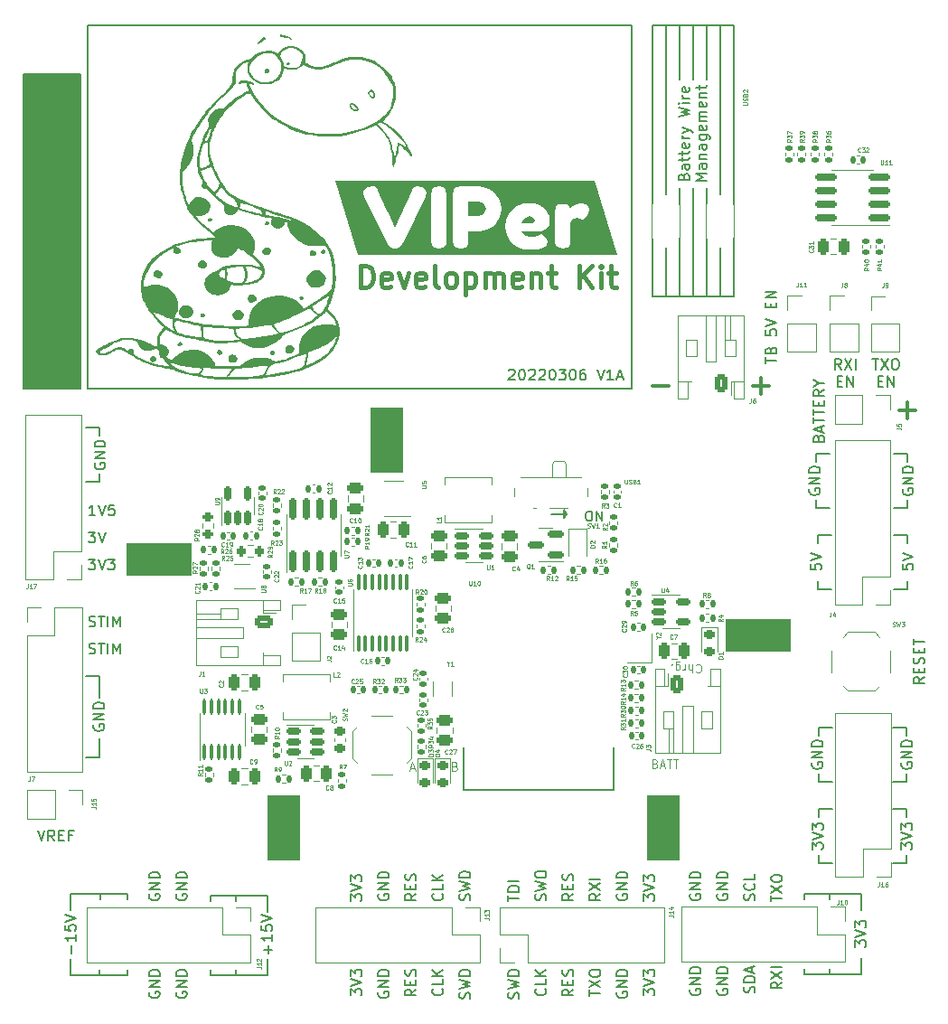
<source format=gto>
%TF.GenerationSoftware,KiCad,Pcbnew,(6.0.2)*%
%TF.CreationDate,2022-03-08T19:39:46+11:00*%
%TF.ProjectId,VIPBoard,56495042-6f61-4726-942e-6b696361645f,rev?*%
%TF.SameCoordinates,Original*%
%TF.FileFunction,Legend,Top*%
%TF.FilePolarity,Positive*%
%FSLAX46Y46*%
G04 Gerber Fmt 4.6, Leading zero omitted, Abs format (unit mm)*
G04 Created by KiCad (PCBNEW (6.0.2)) date 2022-03-08 19:39:46*
%MOMM*%
%LPD*%
G01*
G04 APERTURE LIST*
G04 Aperture macros list*
%AMRoundRect*
0 Rectangle with rounded corners*
0 $1 Rounding radius*
0 $2 $3 $4 $5 $6 $7 $8 $9 X,Y pos of 4 corners*
0 Add a 4 corners polygon primitive as box body*
4,1,4,$2,$3,$4,$5,$6,$7,$8,$9,$2,$3,0*
0 Add four circle primitives for the rounded corners*
1,1,$1+$1,$2,$3*
1,1,$1+$1,$4,$5*
1,1,$1+$1,$6,$7*
1,1,$1+$1,$8,$9*
0 Add four rect primitives between the rounded corners*
20,1,$1+$1,$2,$3,$4,$5,0*
20,1,$1+$1,$4,$5,$6,$7,0*
20,1,$1+$1,$6,$7,$8,$9,0*
20,1,$1+$1,$8,$9,$2,$3,0*%
G04 Aperture macros list end*
%ADD10C,0.150000*%
%ADD11C,0.100000*%
%ADD12C,0.300000*%
%ADD13C,0.200000*%
%ADD14C,0.400000*%
%ADD15C,0.120000*%
%ADD16C,0.127000*%
%ADD17RoundRect,0.140000X-0.170000X0.140000X-0.170000X-0.140000X0.170000X-0.140000X0.170000X0.140000X0*%
%ADD18RoundRect,0.250000X-0.475000X0.250000X-0.475000X-0.250000X0.475000X-0.250000X0.475000X0.250000X0*%
%ADD19RoundRect,0.135000X0.185000X-0.135000X0.185000X0.135000X-0.185000X0.135000X-0.185000X-0.135000X0*%
%ADD20RoundRect,0.140000X0.140000X0.170000X-0.140000X0.170000X-0.140000X-0.170000X0.140000X-0.170000X0*%
%ADD21RoundRect,0.135000X-0.185000X0.135000X-0.185000X-0.135000X0.185000X-0.135000X0.185000X0.135000X0*%
%ADD22RoundRect,0.150000X-0.512500X-0.150000X0.512500X-0.150000X0.512500X0.150000X-0.512500X0.150000X0*%
%ADD23R,1.000000X0.800000*%
%ADD24C,0.900000*%
%ADD25R,0.700000X1.500000*%
%ADD26R,0.650000X0.400000*%
%ADD27RoundRect,0.250000X0.475000X-0.250000X0.475000X0.250000X-0.475000X0.250000X-0.475000X-0.250000X0*%
%ADD28R,1.700000X1.700000*%
%ADD29O,1.700000X1.700000*%
%ADD30RoundRect,0.135000X0.135000X0.185000X-0.135000X0.185000X-0.135000X-0.185000X0.135000X-0.185000X0*%
%ADD31RoundRect,0.200000X-0.200000X-0.275000X0.200000X-0.275000X0.200000X0.275000X-0.200000X0.275000X0*%
%ADD32RoundRect,0.140000X-0.140000X-0.170000X0.140000X-0.170000X0.140000X0.170000X-0.140000X0.170000X0*%
%ADD33RoundRect,0.135000X-0.135000X-0.185000X0.135000X-0.185000X0.135000X0.185000X-0.135000X0.185000X0*%
%ADD34RoundRect,0.250000X0.250000X0.475000X-0.250000X0.475000X-0.250000X-0.475000X0.250000X-0.475000X0*%
%ADD35RoundRect,0.250000X-0.250000X-0.475000X0.250000X-0.475000X0.250000X0.475000X-0.250000X0.475000X0*%
%ADD36RoundRect,0.150000X0.825000X0.150000X-0.825000X0.150000X-0.825000X-0.150000X0.825000X-0.150000X0*%
%ADD37RoundRect,0.250000X-0.625000X0.350000X-0.625000X-0.350000X0.625000X-0.350000X0.625000X0.350000X0*%
%ADD38O,1.750000X1.200000*%
%ADD39O,2.600000X5.000000*%
%ADD40RoundRect,0.218750X-0.256250X0.218750X-0.256250X-0.218750X0.256250X-0.218750X0.256250X0.218750X0*%
%ADD41RoundRect,0.250000X0.350000X0.625000X-0.350000X0.625000X-0.350000X-0.625000X0.350000X-0.625000X0*%
%ADD42O,1.200000X1.750000*%
%ADD43C,3.500000*%
%ADD44C,2.600000*%
%ADD45R,0.450000X0.600000*%
%ADD46R,1.500000X2.500000*%
%ADD47RoundRect,0.150000X0.150000X-0.825000X0.150000X0.825000X-0.150000X0.825000X-0.150000X-0.825000X0*%
%ADD48RoundRect,0.140000X0.170000X-0.140000X0.170000X0.140000X-0.170000X0.140000X-0.170000X-0.140000X0*%
%ADD49RoundRect,0.100000X0.100000X-0.637500X0.100000X0.637500X-0.100000X0.637500X-0.100000X-0.637500X0*%
%ADD50R,1.560000X0.650000*%
%ADD51R,1.700000X1.000000*%
%ADD52R,1.270000X0.610000*%
%ADD53R,0.610000X1.270000*%
%ADD54RoundRect,0.250000X-0.350000X-0.625000X0.350000X-0.625000X0.350000X0.625000X-0.350000X0.625000X0*%
%ADD55RoundRect,0.150000X0.587500X0.150000X-0.587500X0.150000X-0.587500X-0.150000X0.587500X-0.150000X0*%
%ADD56RoundRect,0.150000X0.150000X-0.512500X0.150000X0.512500X-0.150000X0.512500X-0.150000X-0.512500X0*%
%ADD57RoundRect,0.100000X0.100000X-0.625000X0.100000X0.625000X-0.100000X0.625000X-0.100000X-0.625000X0*%
%ADD58R,2.850000X1.650000*%
%ADD59C,0.650000*%
%ADD60R,2.450000X0.600000*%
%ADD61R,2.450000X0.300000*%
%ADD62R,1.000000X1.700000*%
%ADD63RoundRect,0.200000X0.275000X-0.200000X0.275000X0.200000X-0.275000X0.200000X-0.275000X-0.200000X0*%
%ADD64R,0.800000X0.900000*%
%ADD65R,0.600000X2.450000*%
%ADD66R,0.300000X2.450000*%
%ADD67RoundRect,0.225000X-0.250000X0.225000X-0.250000X-0.225000X0.250000X-0.225000X0.250000X0.225000X0*%
%ADD68O,3.000000X1.000000*%
%ADD69R,1.800000X1.000000*%
G04 APERTURE END LIST*
D10*
X149174200Y-117284500D02*
X149428200Y-116903500D01*
X149174200Y-116522500D02*
X149174200Y-117284500D01*
X149428200Y-116903500D02*
X149174200Y-116522500D01*
X148031200Y-116903500D02*
X149428200Y-116903500D01*
X151461857Y-116651942D02*
X151633285Y-116651942D01*
X151719000Y-116694800D01*
X151804714Y-116780514D01*
X151847571Y-116951942D01*
X151847571Y-117251942D01*
X151804714Y-117423371D01*
X151719000Y-117509085D01*
X151633285Y-117551942D01*
X151461857Y-117551942D01*
X151376142Y-117509085D01*
X151290428Y-117423371D01*
X151247571Y-117251942D01*
X151247571Y-116951942D01*
X151290428Y-116780514D01*
X151376142Y-116694800D01*
X151461857Y-116651942D01*
X152233285Y-117551942D02*
X152233285Y-116651942D01*
X152747571Y-117551942D01*
X152747571Y-116651942D01*
D11*
X157727761Y-140277857D02*
X157842047Y-140315952D01*
X157880142Y-140354047D01*
X157918238Y-140430238D01*
X157918238Y-140544523D01*
X157880142Y-140620714D01*
X157842047Y-140658809D01*
X157765857Y-140696904D01*
X157461095Y-140696904D01*
X157461095Y-139896904D01*
X157727761Y-139896904D01*
X157803952Y-139935000D01*
X157842047Y-139973095D01*
X157880142Y-140049285D01*
X157880142Y-140125476D01*
X157842047Y-140201666D01*
X157803952Y-140239761D01*
X157727761Y-140277857D01*
X157461095Y-140277857D01*
X158223000Y-140468333D02*
X158603952Y-140468333D01*
X158146809Y-140696904D02*
X158413476Y-139896904D01*
X158680142Y-140696904D01*
X158832523Y-139896904D02*
X159289666Y-139896904D01*
X159061095Y-140696904D02*
X159061095Y-139896904D01*
X159442047Y-139896904D02*
X159899190Y-139896904D01*
X159670619Y-140696904D02*
X159670619Y-139896904D01*
D12*
X180594000Y-107188000D02*
X182118000Y-107188000D01*
X181356000Y-107950000D02*
X181356000Y-106426000D01*
X157480000Y-104902000D02*
X159004000Y-104902000D01*
X167640000Y-105664000D02*
X167640000Y-104140000D01*
X166878000Y-104902000D02*
X168402000Y-104902000D01*
D10*
X103886000Y-105156000D02*
X98552000Y-105156000D01*
X98552000Y-105156000D02*
X98552000Y-75692000D01*
X98552000Y-75692000D02*
X103886000Y-75692000D01*
X103886000Y-75692000D02*
X103886000Y-105156000D01*
G36*
X103886000Y-105156000D02*
G01*
X98552000Y-105156000D01*
X98552000Y-75692000D01*
X103886000Y-75692000D01*
X103886000Y-105156000D01*
G37*
X157480000Y-96520000D02*
X157480000Y-71120000D01*
X108331000Y-160147000D02*
X108331000Y-159639000D01*
X173075600Y-141986000D02*
X173075600Y-141224000D01*
X104394000Y-132080000D02*
X105664000Y-132080000D01*
X181356000Y-118872000D02*
X181356000Y-119634000D01*
X181356000Y-116332000D02*
X180086000Y-116332000D01*
X177038000Y-160020000D02*
X177038000Y-158496000D01*
X157480000Y-71120000D02*
X165100000Y-71120000D01*
X181254400Y-144526000D02*
X181254400Y-145288000D01*
X180086000Y-118872000D02*
X181356000Y-118872000D01*
X173075600Y-137668000D02*
X173075600Y-136906000D01*
X108331000Y-152527000D02*
X102997000Y-152527000D01*
X181356000Y-115570000D02*
X181356000Y-116332000D01*
X172974000Y-123952000D02*
X172974000Y-123190000D01*
X158750000Y-71120000D02*
X158750000Y-96520000D01*
X105664000Y-113157000D02*
X105664000Y-113919000D01*
X172821600Y-116332000D02*
X172821600Y-115570000D01*
X104575000Y-105156000D02*
X104575000Y-71156000D01*
X177038000Y-152527000D02*
X177038000Y-154051000D01*
X104394000Y-108839000D02*
X105664000Y-108839000D01*
X105664000Y-108839000D02*
X105664000Y-109601000D01*
G36*
X114300000Y-119634000D02*
G01*
X108204000Y-119634000D01*
X108204000Y-122682000D01*
X114300000Y-122682000D01*
X114300000Y-119634000D01*
G37*
X155575000Y-71156000D02*
X155575000Y-105156000D01*
X171704000Y-160020000D02*
X177038000Y-160020000D01*
X116078000Y-153162000D02*
X116078000Y-152654000D01*
X104575000Y-71156000D02*
X155575000Y-71156000D01*
X172821600Y-111252000D02*
X174091600Y-111252000D01*
X174117000Y-160020000D02*
X174117000Y-159512000D01*
X105664000Y-132080000D02*
X105664000Y-134112000D01*
X105664000Y-113919000D02*
X104394000Y-113919000D01*
X116078000Y-160147000D02*
X121412000Y-160147000D01*
X173101000Y-149606000D02*
X173101000Y-148844000D01*
X116078000Y-160147000D02*
X116078000Y-159639000D01*
X105664000Y-137922000D02*
X105664000Y-139700000D01*
X181254400Y-141986000D02*
X179984400Y-141986000D01*
X118491000Y-160147000D02*
X118491000Y-159639000D01*
X181254400Y-148844000D02*
X181254400Y-149606000D01*
X105664000Y-160147000D02*
X105664000Y-159639000D01*
X179984400Y-144526000D02*
X181254400Y-144526000D01*
X171704000Y-153035000D02*
X171704000Y-152527000D01*
X181254400Y-136906000D02*
X181254400Y-137668000D01*
X180086000Y-111252000D02*
X181356000Y-111252000D01*
X165100000Y-96520000D02*
X157480000Y-96520000D01*
X172974000Y-118872000D02*
X174244000Y-118872000D01*
X179984400Y-136906000D02*
X181254400Y-136906000D01*
G36*
X156972000Y-143256000D02*
G01*
X160020000Y-143256000D01*
X160020000Y-149352000D01*
X156972000Y-149352000D01*
X156972000Y-143256000D01*
G37*
X173101000Y-145288000D02*
X173101000Y-144526000D01*
X174117000Y-152527000D02*
X174117000Y-153035000D01*
X102997000Y-154051000D02*
X102997000Y-152527000D01*
X118491000Y-152654000D02*
X118491000Y-153162000D01*
X174244000Y-123952000D02*
X172974000Y-123952000D01*
X163830000Y-96520000D02*
X163830000Y-71120000D01*
X181356000Y-123952000D02*
X180086000Y-123952000D01*
G36*
X121412000Y-143256000D02*
G01*
X124460000Y-143256000D01*
X124460000Y-149352000D01*
X121412000Y-149352000D01*
X121412000Y-143256000D01*
G37*
X181254400Y-141224000D02*
X181254400Y-141986000D01*
X160020000Y-76200000D02*
X160020000Y-71120000D01*
X174345600Y-141986000D02*
X173075600Y-141986000D01*
X102997000Y-160147000D02*
X102997000Y-158623000D01*
X181356000Y-111252000D02*
X181356000Y-112014000D01*
X105664000Y-139700000D02*
X104419400Y-139700000D01*
X174091600Y-116332000D02*
X172821600Y-116332000D01*
X165100000Y-96520000D02*
X165100000Y-71120000D01*
G36*
X131064000Y-106934000D02*
G01*
X134112000Y-106934000D01*
X134112000Y-113030000D01*
X131064000Y-113030000D01*
X131064000Y-106934000D01*
G37*
X172821600Y-112014000D02*
X172821600Y-111252000D01*
X116078000Y-152654000D02*
X121412000Y-152654000D01*
X121412000Y-152654000D02*
X121412000Y-154178000D01*
X162560000Y-96520000D02*
X162560000Y-86360000D01*
G36*
X164338000Y-129794000D02*
G01*
X170434000Y-129794000D01*
X170434000Y-126746000D01*
X164338000Y-126746000D01*
X164338000Y-129794000D01*
G37*
X160020000Y-96520000D02*
X160020000Y-86360000D01*
X181254400Y-149606000D02*
X179984400Y-149606000D01*
X181356000Y-123190000D02*
X181356000Y-123952000D01*
X155575000Y-105156000D02*
X104575000Y-105156000D01*
X108331000Y-152527000D02*
X108331000Y-153035000D01*
X105791000Y-152527000D02*
X105791000Y-153035000D01*
X173101000Y-144526000D02*
X174371000Y-144526000D01*
X171704000Y-152527000D02*
X177038000Y-152527000D01*
X108331000Y-160147000D02*
X102997000Y-160147000D01*
X171704000Y-160020000D02*
X171704000Y-159512000D01*
X121412000Y-160147000D02*
X121412000Y-158623000D01*
X161290000Y-96520000D02*
X161290000Y-86360000D01*
X174371000Y-149606000D02*
X173101000Y-149606000D01*
X173075600Y-136906000D02*
X174345600Y-136906000D01*
X172974000Y-119634000D02*
X172974000Y-118872000D01*
X162560000Y-76200000D02*
X162560000Y-71120000D01*
X161290000Y-76200000D02*
X161290000Y-71120000D01*
D13*
X112911000Y-152524095D02*
X112863380Y-152619333D01*
X112863380Y-152762190D01*
X112911000Y-152905047D01*
X113006238Y-153000285D01*
X113101476Y-153047904D01*
X113291952Y-153095523D01*
X113434809Y-153095523D01*
X113625285Y-153047904D01*
X113720523Y-153000285D01*
X113815761Y-152905047D01*
X113863380Y-152762190D01*
X113863380Y-152666952D01*
X113815761Y-152524095D01*
X113768142Y-152476476D01*
X113434809Y-152476476D01*
X113434809Y-152666952D01*
X113863380Y-152047904D02*
X112863380Y-152047904D01*
X113863380Y-151476476D01*
X112863380Y-151476476D01*
X113863380Y-151000285D02*
X112863380Y-151000285D01*
X112863380Y-150762190D01*
X112911000Y-150619333D01*
X113006238Y-150524095D01*
X113101476Y-150476476D01*
X113291952Y-150428857D01*
X113434809Y-150428857D01*
X113625285Y-150476476D01*
X113720523Y-150524095D01*
X113815761Y-150619333D01*
X113863380Y-150762190D01*
X113863380Y-151000285D01*
X168108380Y-102789580D02*
X168108380Y-102218152D01*
X169108380Y-102503866D02*
X168108380Y-102503866D01*
X168584571Y-101551485D02*
X168632190Y-101408628D01*
X168679809Y-101361009D01*
X168775047Y-101313390D01*
X168917904Y-101313390D01*
X169013142Y-101361009D01*
X169060761Y-101408628D01*
X169108380Y-101503866D01*
X169108380Y-101884819D01*
X168108380Y-101884819D01*
X168108380Y-101551485D01*
X168156000Y-101456247D01*
X168203619Y-101408628D01*
X168298857Y-101361009D01*
X168394095Y-101361009D01*
X168489333Y-101408628D01*
X168536952Y-101456247D01*
X168584571Y-101551485D01*
X168584571Y-101884819D01*
X168108380Y-99646723D02*
X168108380Y-100122914D01*
X168584571Y-100170533D01*
X168536952Y-100122914D01*
X168489333Y-100027676D01*
X168489333Y-99789580D01*
X168536952Y-99694342D01*
X168584571Y-99646723D01*
X168679809Y-99599104D01*
X168917904Y-99599104D01*
X169013142Y-99646723D01*
X169060761Y-99694342D01*
X169108380Y-99789580D01*
X169108380Y-100027676D01*
X169060761Y-100122914D01*
X169013142Y-100170533D01*
X168108380Y-99313390D02*
X169108380Y-98980057D01*
X168108380Y-98646723D01*
X168584571Y-97551485D02*
X168584571Y-97218152D01*
X169108380Y-97075295D02*
X169108380Y-97551485D01*
X168108380Y-97551485D01*
X168108380Y-97075295D01*
X169108380Y-96646723D02*
X168108380Y-96646723D01*
X169108380Y-96075295D01*
X168108380Y-96075295D01*
X180808380Y-148304095D02*
X180808380Y-147685047D01*
X181189333Y-148018380D01*
X181189333Y-147875523D01*
X181236952Y-147780285D01*
X181284571Y-147732666D01*
X181379809Y-147685047D01*
X181617904Y-147685047D01*
X181713142Y-147732666D01*
X181760761Y-147780285D01*
X181808380Y-147875523D01*
X181808380Y-148161238D01*
X181760761Y-148256476D01*
X181713142Y-148304095D01*
X180808380Y-147399333D02*
X181808380Y-147066000D01*
X180808380Y-146732666D01*
X180808380Y-146494571D02*
X180808380Y-145875523D01*
X181189333Y-146208857D01*
X181189333Y-146066000D01*
X181236952Y-145970761D01*
X181284571Y-145923142D01*
X181379809Y-145875523D01*
X181617904Y-145875523D01*
X181713142Y-145923142D01*
X181760761Y-145970761D01*
X181808380Y-146066000D01*
X181808380Y-146351714D01*
X181760761Y-146446952D01*
X181713142Y-146494571D01*
X175160038Y-103380980D02*
X174826704Y-102904790D01*
X174588609Y-103380980D02*
X174588609Y-102380980D01*
X174969561Y-102380980D01*
X175064800Y-102428600D01*
X175112419Y-102476219D01*
X175160038Y-102571457D01*
X175160038Y-102714314D01*
X175112419Y-102809552D01*
X175064800Y-102857171D01*
X174969561Y-102904790D01*
X174588609Y-102904790D01*
X175493371Y-102380980D02*
X176160038Y-103380980D01*
X176160038Y-102380980D02*
X175493371Y-103380980D01*
X176540990Y-103380980D02*
X176540990Y-102380980D01*
X174826704Y-104467171D02*
X175160038Y-104467171D01*
X175302895Y-104990980D02*
X174826704Y-104990980D01*
X174826704Y-103990980D01*
X175302895Y-103990980D01*
X175731466Y-104990980D02*
X175731466Y-103990980D01*
X176302895Y-104990980D01*
X176302895Y-103990980D01*
X112911000Y-161673714D02*
X112863380Y-161768952D01*
X112863380Y-161911809D01*
X112911000Y-162054666D01*
X113006238Y-162149904D01*
X113101476Y-162197523D01*
X113291952Y-162245142D01*
X113434809Y-162245142D01*
X113625285Y-162197523D01*
X113720523Y-162149904D01*
X113815761Y-162054666D01*
X113863380Y-161911809D01*
X113863380Y-161816571D01*
X113815761Y-161673714D01*
X113768142Y-161626095D01*
X113434809Y-161626095D01*
X113434809Y-161816571D01*
X113863380Y-161197523D02*
X112863380Y-161197523D01*
X113863380Y-160626095D01*
X112863380Y-160626095D01*
X113863380Y-160149904D02*
X112863380Y-160149904D01*
X112863380Y-159911809D01*
X112911000Y-159768952D01*
X113006238Y-159673714D01*
X113101476Y-159626095D01*
X113291952Y-159578476D01*
X113434809Y-159578476D01*
X113625285Y-159626095D01*
X113720523Y-159673714D01*
X113815761Y-159768952D01*
X113863380Y-159911809D01*
X113863380Y-160149904D01*
X110371000Y-152524095D02*
X110323380Y-152619333D01*
X110323380Y-152762190D01*
X110371000Y-152905047D01*
X110466238Y-153000285D01*
X110561476Y-153047904D01*
X110751952Y-153095523D01*
X110894809Y-153095523D01*
X111085285Y-153047904D01*
X111180523Y-153000285D01*
X111275761Y-152905047D01*
X111323380Y-152762190D01*
X111323380Y-152666952D01*
X111275761Y-152524095D01*
X111228142Y-152476476D01*
X110894809Y-152476476D01*
X110894809Y-152666952D01*
X111323380Y-152047904D02*
X110323380Y-152047904D01*
X111323380Y-151476476D01*
X110323380Y-151476476D01*
X111323380Y-151000285D02*
X110323380Y-151000285D01*
X110323380Y-150762190D01*
X110371000Y-150619333D01*
X110466238Y-150524095D01*
X110561476Y-150476476D01*
X110751952Y-150428857D01*
X110894809Y-150428857D01*
X111085285Y-150476476D01*
X111180523Y-150524095D01*
X111275761Y-150619333D01*
X111323380Y-150762190D01*
X111323380Y-151000285D01*
X135326380Y-161435619D02*
X134850190Y-161768952D01*
X135326380Y-162007047D02*
X134326380Y-162007047D01*
X134326380Y-161626095D01*
X134374000Y-161530857D01*
X134421619Y-161483238D01*
X134516857Y-161435619D01*
X134659714Y-161435619D01*
X134754952Y-161483238D01*
X134802571Y-161530857D01*
X134850190Y-161626095D01*
X134850190Y-162007047D01*
X134802571Y-161007047D02*
X134802571Y-160673714D01*
X135326380Y-160530857D02*
X135326380Y-161007047D01*
X134326380Y-161007047D01*
X134326380Y-160530857D01*
X135278761Y-160149904D02*
X135326380Y-160007047D01*
X135326380Y-159768952D01*
X135278761Y-159673714D01*
X135231142Y-159626095D01*
X135135904Y-159578476D01*
X135040666Y-159578476D01*
X134945428Y-159626095D01*
X134897809Y-159673714D01*
X134850190Y-159768952D01*
X134802571Y-159959428D01*
X134754952Y-160054666D01*
X134707333Y-160102285D01*
X134612095Y-160149904D01*
X134516857Y-160149904D01*
X134421619Y-160102285D01*
X134374000Y-160054666D01*
X134326380Y-159959428D01*
X134326380Y-159721333D01*
X134374000Y-159578476D01*
X176490380Y-157448095D02*
X176490380Y-156829047D01*
X176871333Y-157162380D01*
X176871333Y-157019523D01*
X176918952Y-156924285D01*
X176966571Y-156876666D01*
X177061809Y-156829047D01*
X177299904Y-156829047D01*
X177395142Y-156876666D01*
X177442761Y-156924285D01*
X177490380Y-157019523D01*
X177490380Y-157305238D01*
X177442761Y-157400476D01*
X177395142Y-157448095D01*
X176490380Y-156543333D02*
X177490380Y-156210000D01*
X176490380Y-155876666D01*
X176490380Y-155638571D02*
X176490380Y-155019523D01*
X176871333Y-155352857D01*
X176871333Y-155210000D01*
X176918952Y-155114761D01*
X176966571Y-155067142D01*
X177061809Y-155019523D01*
X177299904Y-155019523D01*
X177395142Y-155067142D01*
X177442761Y-155114761D01*
X177490380Y-155210000D01*
X177490380Y-155495714D01*
X177442761Y-155590952D01*
X177395142Y-155638571D01*
X144930761Y-162292761D02*
X144978380Y-162149904D01*
X144978380Y-161911809D01*
X144930761Y-161816571D01*
X144883142Y-161768952D01*
X144787904Y-161721333D01*
X144692666Y-161721333D01*
X144597428Y-161768952D01*
X144549809Y-161816571D01*
X144502190Y-161911809D01*
X144454571Y-162102285D01*
X144406952Y-162197523D01*
X144359333Y-162245142D01*
X144264095Y-162292761D01*
X144168857Y-162292761D01*
X144073619Y-162245142D01*
X144026000Y-162197523D01*
X143978380Y-162102285D01*
X143978380Y-161864190D01*
X144026000Y-161721333D01*
X143978380Y-161388000D02*
X144978380Y-161149904D01*
X144264095Y-160959428D01*
X144978380Y-160768952D01*
X143978380Y-160530857D01*
X144978380Y-160149904D02*
X143978380Y-160149904D01*
X143978380Y-159911809D01*
X144026000Y-159768952D01*
X144121238Y-159673714D01*
X144216476Y-159626095D01*
X144406952Y-159578476D01*
X144549809Y-159578476D01*
X144740285Y-159626095D01*
X144835523Y-159673714D01*
X144930761Y-159768952D01*
X144978380Y-159911809D01*
X144978380Y-160149904D01*
X129246380Y-153143142D02*
X129246380Y-152524095D01*
X129627333Y-152857428D01*
X129627333Y-152714571D01*
X129674952Y-152619333D01*
X129722571Y-152571714D01*
X129817809Y-152524095D01*
X130055904Y-152524095D01*
X130151142Y-152571714D01*
X130198761Y-152619333D01*
X130246380Y-152714571D01*
X130246380Y-153000285D01*
X130198761Y-153095523D01*
X130151142Y-153143142D01*
X129246380Y-152238380D02*
X130246380Y-151905047D01*
X129246380Y-151571714D01*
X129246380Y-151333619D02*
X129246380Y-150714571D01*
X129627333Y-151047904D01*
X129627333Y-150905047D01*
X129674952Y-150809809D01*
X129722571Y-150762190D01*
X129817809Y-150714571D01*
X130055904Y-150714571D01*
X130151142Y-150762190D01*
X130198761Y-150809809D01*
X130246380Y-150905047D01*
X130246380Y-151190761D01*
X130198761Y-151286000D01*
X130151142Y-151333619D01*
X172451780Y-148304095D02*
X172451780Y-147685047D01*
X172832733Y-148018380D01*
X172832733Y-147875523D01*
X172880352Y-147780285D01*
X172927971Y-147732666D01*
X173023209Y-147685047D01*
X173261304Y-147685047D01*
X173356542Y-147732666D01*
X173404161Y-147780285D01*
X173451780Y-147875523D01*
X173451780Y-148161238D01*
X173404161Y-148256476D01*
X173356542Y-148304095D01*
X172451780Y-147399333D02*
X173451780Y-147066000D01*
X172451780Y-146732666D01*
X172451780Y-146494571D02*
X172451780Y-145875523D01*
X172832733Y-146208857D01*
X172832733Y-146066000D01*
X172880352Y-145970761D01*
X172927971Y-145923142D01*
X173023209Y-145875523D01*
X173261304Y-145875523D01*
X173356542Y-145923142D01*
X173404161Y-145970761D01*
X173451780Y-146066000D01*
X173451780Y-146351714D01*
X173404161Y-146446952D01*
X173356542Y-146494571D01*
X121483428Y-158098904D02*
X121483428Y-157337000D01*
X121864380Y-157717952D02*
X121102476Y-157717952D01*
X121864380Y-156337000D02*
X121864380Y-156908428D01*
X121864380Y-156622714D02*
X120864380Y-156622714D01*
X121007238Y-156717952D01*
X121102476Y-156813190D01*
X121150095Y-156908428D01*
X120864380Y-155432238D02*
X120864380Y-155908428D01*
X121340571Y-155956047D01*
X121292952Y-155908428D01*
X121245333Y-155813190D01*
X121245333Y-155575095D01*
X121292952Y-155479857D01*
X121340571Y-155432238D01*
X121435809Y-155384619D01*
X121673904Y-155384619D01*
X121769142Y-155432238D01*
X121816761Y-155479857D01*
X121864380Y-155575095D01*
X121864380Y-155813190D01*
X121816761Y-155908428D01*
X121769142Y-155956047D01*
X120864380Y-155098904D02*
X121864380Y-154765571D01*
X120864380Y-154432238D01*
X143978380Y-153190761D02*
X143978380Y-152619333D01*
X144978380Y-152905047D02*
X143978380Y-152905047D01*
X144978380Y-152286000D02*
X143978380Y-152286000D01*
X143978380Y-152047904D01*
X144026000Y-151905047D01*
X144121238Y-151809809D01*
X144216476Y-151762190D01*
X144406952Y-151714571D01*
X144549809Y-151714571D01*
X144740285Y-151762190D01*
X144835523Y-151809809D01*
X144930761Y-151905047D01*
X144978380Y-152047904D01*
X144978380Y-152286000D01*
X144978380Y-151286000D02*
X143978380Y-151286000D01*
X140358761Y-153095523D02*
X140406380Y-152952666D01*
X140406380Y-152714571D01*
X140358761Y-152619333D01*
X140311142Y-152571714D01*
X140215904Y-152524095D01*
X140120666Y-152524095D01*
X140025428Y-152571714D01*
X139977809Y-152619333D01*
X139930190Y-152714571D01*
X139882571Y-152905047D01*
X139834952Y-153000285D01*
X139787333Y-153047904D01*
X139692095Y-153095523D01*
X139596857Y-153095523D01*
X139501619Y-153047904D01*
X139454000Y-153000285D01*
X139406380Y-152905047D01*
X139406380Y-152666952D01*
X139454000Y-152524095D01*
X139406380Y-152190761D02*
X140406380Y-151952666D01*
X139692095Y-151762190D01*
X140406380Y-151571714D01*
X139406380Y-151333619D01*
X140406380Y-150952666D02*
X139406380Y-150952666D01*
X139406380Y-150714571D01*
X139454000Y-150571714D01*
X139549238Y-150476476D01*
X139644476Y-150428857D01*
X139834952Y-150381238D01*
X139977809Y-150381238D01*
X140168285Y-150428857D01*
X140263523Y-150476476D01*
X140358761Y-150571714D01*
X140406380Y-150714571D01*
X140406380Y-150952666D01*
X172474000Y-140207904D02*
X172426380Y-140303142D01*
X172426380Y-140446000D01*
X172474000Y-140588857D01*
X172569238Y-140684095D01*
X172664476Y-140731714D01*
X172854952Y-140779333D01*
X172997809Y-140779333D01*
X173188285Y-140731714D01*
X173283523Y-140684095D01*
X173378761Y-140588857D01*
X173426380Y-140446000D01*
X173426380Y-140350761D01*
X173378761Y-140207904D01*
X173331142Y-140160285D01*
X172997809Y-140160285D01*
X172997809Y-140350761D01*
X173426380Y-139731714D02*
X172426380Y-139731714D01*
X173426380Y-139160285D01*
X172426380Y-139160285D01*
X173426380Y-138684095D02*
X172426380Y-138684095D01*
X172426380Y-138446000D01*
X172474000Y-138303142D01*
X172569238Y-138207904D01*
X172664476Y-138160285D01*
X172854952Y-138112666D01*
X172997809Y-138112666D01*
X173188285Y-138160285D01*
X173283523Y-138207904D01*
X173378761Y-138303142D01*
X173426380Y-138446000D01*
X173426380Y-138684095D01*
X172324780Y-121602476D02*
X172324780Y-122078666D01*
X172800971Y-122126285D01*
X172753352Y-122078666D01*
X172705733Y-121983428D01*
X172705733Y-121745333D01*
X172753352Y-121650095D01*
X172800971Y-121602476D01*
X172896209Y-121554857D01*
X173134304Y-121554857D01*
X173229542Y-121602476D01*
X173277161Y-121650095D01*
X173324780Y-121745333D01*
X173324780Y-121983428D01*
X173277161Y-122078666D01*
X173229542Y-122126285D01*
X172324780Y-121269142D02*
X173324780Y-120935809D01*
X172324780Y-120602476D01*
X104666857Y-121118380D02*
X105285904Y-121118380D01*
X104952571Y-121499333D01*
X105095428Y-121499333D01*
X105190666Y-121546952D01*
X105238285Y-121594571D01*
X105285904Y-121689809D01*
X105285904Y-121927904D01*
X105238285Y-122023142D01*
X105190666Y-122070761D01*
X105095428Y-122118380D01*
X104809714Y-122118380D01*
X104714476Y-122070761D01*
X104666857Y-122023142D01*
X105571619Y-121118380D02*
X105904952Y-122118380D01*
X106238285Y-121118380D01*
X106476380Y-121118380D02*
X107095428Y-121118380D01*
X106762095Y-121499333D01*
X106904952Y-121499333D01*
X107000190Y-121546952D01*
X107047809Y-121594571D01*
X107095428Y-121689809D01*
X107095428Y-121927904D01*
X107047809Y-122023142D01*
X107000190Y-122070761D01*
X106904952Y-122118380D01*
X106619238Y-122118380D01*
X106524000Y-122070761D01*
X106476380Y-122023142D01*
X129246380Y-162007047D02*
X129246380Y-161388000D01*
X129627333Y-161721333D01*
X129627333Y-161578476D01*
X129674952Y-161483238D01*
X129722571Y-161435619D01*
X129817809Y-161388000D01*
X130055904Y-161388000D01*
X130151142Y-161435619D01*
X130198761Y-161483238D01*
X130246380Y-161578476D01*
X130246380Y-161864190D01*
X130198761Y-161959428D01*
X130151142Y-162007047D01*
X129246380Y-161102285D02*
X130246380Y-160768952D01*
X129246380Y-160435619D01*
X129246380Y-160197523D02*
X129246380Y-159578476D01*
X129627333Y-159911809D01*
X129627333Y-159768952D01*
X129674952Y-159673714D01*
X129722571Y-159626095D01*
X129817809Y-159578476D01*
X130055904Y-159578476D01*
X130151142Y-159626095D01*
X130198761Y-159673714D01*
X130246380Y-159768952D01*
X130246380Y-160054666D01*
X130198761Y-160149904D01*
X130151142Y-160197523D01*
X131834000Y-152524095D02*
X131786380Y-152619333D01*
X131786380Y-152762190D01*
X131834000Y-152905047D01*
X131929238Y-153000285D01*
X132024476Y-153047904D01*
X132214952Y-153095523D01*
X132357809Y-153095523D01*
X132548285Y-153047904D01*
X132643523Y-153000285D01*
X132738761Y-152905047D01*
X132786380Y-152762190D01*
X132786380Y-152666952D01*
X132738761Y-152524095D01*
X132691142Y-152476476D01*
X132357809Y-152476476D01*
X132357809Y-152666952D01*
X132786380Y-152047904D02*
X131786380Y-152047904D01*
X132786380Y-151476476D01*
X131786380Y-151476476D01*
X132786380Y-151000285D02*
X131786380Y-151000285D01*
X131786380Y-150762190D01*
X131834000Y-150619333D01*
X131929238Y-150524095D01*
X132024476Y-150476476D01*
X132214952Y-150428857D01*
X132357809Y-150428857D01*
X132548285Y-150476476D01*
X132643523Y-150524095D01*
X132738761Y-150619333D01*
X132786380Y-150762190D01*
X132786380Y-151000285D01*
X104714476Y-127404761D02*
X104857333Y-127452380D01*
X105095428Y-127452380D01*
X105190666Y-127404761D01*
X105238285Y-127357142D01*
X105285904Y-127261904D01*
X105285904Y-127166666D01*
X105238285Y-127071428D01*
X105190666Y-127023809D01*
X105095428Y-126976190D01*
X104904952Y-126928571D01*
X104809714Y-126880952D01*
X104762095Y-126833333D01*
X104714476Y-126738095D01*
X104714476Y-126642857D01*
X104762095Y-126547619D01*
X104809714Y-126500000D01*
X104904952Y-126452380D01*
X105143047Y-126452380D01*
X105285904Y-126500000D01*
X105571619Y-126452380D02*
X106143047Y-126452380D01*
X105857333Y-127452380D02*
X105857333Y-126452380D01*
X106476380Y-127452380D02*
X106476380Y-126452380D01*
X106952571Y-127452380D02*
X106952571Y-126452380D01*
X107285904Y-127166666D01*
X107619238Y-126452380D01*
X107619238Y-127452380D01*
X168616380Y-153190761D02*
X168616380Y-152619333D01*
X169616380Y-152905047D02*
X168616380Y-152905047D01*
X168616380Y-152381238D02*
X169616380Y-151714571D01*
X168616380Y-151714571D02*
X169616380Y-152381238D01*
X168616380Y-151143142D02*
X168616380Y-150952666D01*
X168664000Y-150857428D01*
X168759238Y-150762190D01*
X168949714Y-150714571D01*
X169283047Y-150714571D01*
X169473523Y-150762190D01*
X169568761Y-150857428D01*
X169616380Y-150952666D01*
X169616380Y-151143142D01*
X169568761Y-151238380D01*
X169473523Y-151333619D01*
X169283047Y-151381238D01*
X168949714Y-151381238D01*
X168759238Y-151333619D01*
X168664000Y-151238380D01*
X168616380Y-151143142D01*
D11*
X138995142Y-140531857D02*
X139109428Y-140569952D01*
X139147523Y-140608047D01*
X139185619Y-140684238D01*
X139185619Y-140798523D01*
X139147523Y-140874714D01*
X139109428Y-140912809D01*
X139033238Y-140950904D01*
X138728476Y-140950904D01*
X138728476Y-140150904D01*
X138995142Y-140150904D01*
X139071333Y-140189000D01*
X139109428Y-140227095D01*
X139147523Y-140303285D01*
X139147523Y-140379476D01*
X139109428Y-140455666D01*
X139071333Y-140493761D01*
X138995142Y-140531857D01*
X138728476Y-140531857D01*
D13*
X180909980Y-121602476D02*
X180909980Y-122078666D01*
X181386171Y-122126285D01*
X181338552Y-122078666D01*
X181290933Y-121983428D01*
X181290933Y-121745333D01*
X181338552Y-121650095D01*
X181386171Y-121602476D01*
X181481409Y-121554857D01*
X181719504Y-121554857D01*
X181814742Y-121602476D01*
X181862361Y-121650095D01*
X181909980Y-121745333D01*
X181909980Y-121983428D01*
X181862361Y-122078666D01*
X181814742Y-122126285D01*
X180909980Y-121269142D02*
X181909980Y-120935809D01*
X180909980Y-120602476D01*
X104666857Y-118578380D02*
X105285904Y-118578380D01*
X104952571Y-118959333D01*
X105095428Y-118959333D01*
X105190666Y-119006952D01*
X105238285Y-119054571D01*
X105285904Y-119149809D01*
X105285904Y-119387904D01*
X105238285Y-119483142D01*
X105190666Y-119530761D01*
X105095428Y-119578380D01*
X104809714Y-119578380D01*
X104714476Y-119530761D01*
X104666857Y-119483142D01*
X105571619Y-118578380D02*
X105904952Y-119578380D01*
X106238285Y-118578380D01*
X152598380Y-152476476D02*
X152122190Y-152809809D01*
X152598380Y-153047904D02*
X151598380Y-153047904D01*
X151598380Y-152666952D01*
X151646000Y-152571714D01*
X151693619Y-152524095D01*
X151788857Y-152476476D01*
X151931714Y-152476476D01*
X152026952Y-152524095D01*
X152074571Y-152571714D01*
X152122190Y-152666952D01*
X152122190Y-153047904D01*
X151598380Y-152143142D02*
X152598380Y-151476476D01*
X151598380Y-151476476D02*
X152598380Y-152143142D01*
X152598380Y-151095523D02*
X151598380Y-151095523D01*
X154186000Y-152524095D02*
X154138380Y-152619333D01*
X154138380Y-152762190D01*
X154186000Y-152905047D01*
X154281238Y-153000285D01*
X154376476Y-153047904D01*
X154566952Y-153095523D01*
X154709809Y-153095523D01*
X154900285Y-153047904D01*
X154995523Y-153000285D01*
X155090761Y-152905047D01*
X155138380Y-152762190D01*
X155138380Y-152666952D01*
X155090761Y-152524095D01*
X155043142Y-152476476D01*
X154709809Y-152476476D01*
X154709809Y-152666952D01*
X155138380Y-152047904D02*
X154138380Y-152047904D01*
X155138380Y-151476476D01*
X154138380Y-151476476D01*
X155138380Y-151000285D02*
X154138380Y-151000285D01*
X154138380Y-150762190D01*
X154186000Y-150619333D01*
X154281238Y-150524095D01*
X154376476Y-150476476D01*
X154566952Y-150428857D01*
X154709809Y-150428857D01*
X154900285Y-150476476D01*
X154995523Y-150524095D01*
X155090761Y-150619333D01*
X155138380Y-150762190D01*
X155138380Y-151000285D01*
X180957600Y-114553904D02*
X180909980Y-114649142D01*
X180909980Y-114792000D01*
X180957600Y-114934857D01*
X181052838Y-115030095D01*
X181148076Y-115077714D01*
X181338552Y-115125333D01*
X181481409Y-115125333D01*
X181671885Y-115077714D01*
X181767123Y-115030095D01*
X181862361Y-114934857D01*
X181909980Y-114792000D01*
X181909980Y-114696761D01*
X181862361Y-114553904D01*
X181814742Y-114506285D01*
X181481409Y-114506285D01*
X181481409Y-114696761D01*
X181909980Y-114077714D02*
X180909980Y-114077714D01*
X181909980Y-113506285D01*
X180909980Y-113506285D01*
X181909980Y-113030095D02*
X180909980Y-113030095D01*
X180909980Y-112792000D01*
X180957600Y-112649142D01*
X181052838Y-112553904D01*
X181148076Y-112506285D01*
X181338552Y-112458666D01*
X181481409Y-112458666D01*
X181671885Y-112506285D01*
X181767123Y-112553904D01*
X181862361Y-112649142D01*
X181909980Y-112792000D01*
X181909980Y-113030095D01*
X103068428Y-158098904D02*
X103068428Y-157337000D01*
X103449380Y-156337000D02*
X103449380Y-156908428D01*
X103449380Y-156622714D02*
X102449380Y-156622714D01*
X102592238Y-156717952D01*
X102687476Y-156813190D01*
X102735095Y-156908428D01*
X102449380Y-155432238D02*
X102449380Y-155908428D01*
X102925571Y-155956047D01*
X102877952Y-155908428D01*
X102830333Y-155813190D01*
X102830333Y-155575095D01*
X102877952Y-155479857D01*
X102925571Y-155432238D01*
X103020809Y-155384619D01*
X103258904Y-155384619D01*
X103354142Y-155432238D01*
X103401761Y-155479857D01*
X103449380Y-155575095D01*
X103449380Y-155813190D01*
X103401761Y-155908428D01*
X103354142Y-155956047D01*
X102449380Y-155098904D02*
X103449380Y-154765571D01*
X102449380Y-154432238D01*
D11*
X134810523Y-140722333D02*
X135191476Y-140722333D01*
X134734333Y-140950904D02*
X135001000Y-140150904D01*
X135267666Y-140950904D01*
D13*
X161044000Y-161419714D02*
X160996380Y-161514952D01*
X160996380Y-161657809D01*
X161044000Y-161800666D01*
X161139238Y-161895904D01*
X161234476Y-161943523D01*
X161424952Y-161991142D01*
X161567809Y-161991142D01*
X161758285Y-161943523D01*
X161853523Y-161895904D01*
X161948761Y-161800666D01*
X161996380Y-161657809D01*
X161996380Y-161562571D01*
X161948761Y-161419714D01*
X161901142Y-161372095D01*
X161567809Y-161372095D01*
X161567809Y-161562571D01*
X161996380Y-160943523D02*
X160996380Y-160943523D01*
X161996380Y-160372095D01*
X160996380Y-160372095D01*
X161996380Y-159895904D02*
X160996380Y-159895904D01*
X160996380Y-159657809D01*
X161044000Y-159514952D01*
X161139238Y-159419714D01*
X161234476Y-159372095D01*
X161424952Y-159324476D01*
X161567809Y-159324476D01*
X161758285Y-159372095D01*
X161853523Y-159419714D01*
X161948761Y-159514952D01*
X161996380Y-159657809D01*
X161996380Y-159895904D01*
X163584000Y-152524095D02*
X163536380Y-152619333D01*
X163536380Y-152762190D01*
X163584000Y-152905047D01*
X163679238Y-153000285D01*
X163774476Y-153047904D01*
X163964952Y-153095523D01*
X164107809Y-153095523D01*
X164298285Y-153047904D01*
X164393523Y-153000285D01*
X164488761Y-152905047D01*
X164536380Y-152762190D01*
X164536380Y-152666952D01*
X164488761Y-152524095D01*
X164441142Y-152476476D01*
X164107809Y-152476476D01*
X164107809Y-152666952D01*
X164536380Y-152047904D02*
X163536380Y-152047904D01*
X164536380Y-151476476D01*
X163536380Y-151476476D01*
X164536380Y-151000285D02*
X163536380Y-151000285D01*
X163536380Y-150762190D01*
X163584000Y-150619333D01*
X163679238Y-150524095D01*
X163774476Y-150476476D01*
X163964952Y-150428857D01*
X164107809Y-150428857D01*
X164298285Y-150476476D01*
X164393523Y-150524095D01*
X164488761Y-150619333D01*
X164536380Y-150762190D01*
X164536380Y-151000285D01*
X110371000Y-161673714D02*
X110323380Y-161768952D01*
X110323380Y-161911809D01*
X110371000Y-162054666D01*
X110466238Y-162149904D01*
X110561476Y-162197523D01*
X110751952Y-162245142D01*
X110894809Y-162245142D01*
X111085285Y-162197523D01*
X111180523Y-162149904D01*
X111275761Y-162054666D01*
X111323380Y-161911809D01*
X111323380Y-161816571D01*
X111275761Y-161673714D01*
X111228142Y-161626095D01*
X110894809Y-161626095D01*
X110894809Y-161816571D01*
X111323380Y-161197523D02*
X110323380Y-161197523D01*
X111323380Y-160626095D01*
X110323380Y-160626095D01*
X111323380Y-160149904D02*
X110323380Y-160149904D01*
X110323380Y-159911809D01*
X110371000Y-159768952D01*
X110466238Y-159673714D01*
X110561476Y-159626095D01*
X110751952Y-159578476D01*
X110894809Y-159578476D01*
X111085285Y-159626095D01*
X111180523Y-159673714D01*
X111275761Y-159768952D01*
X111323380Y-159911809D01*
X111323380Y-160149904D01*
D10*
X160413571Y-85280000D02*
X160461190Y-85137142D01*
X160508809Y-85089523D01*
X160604047Y-85041904D01*
X160746904Y-85041904D01*
X160842142Y-85089523D01*
X160889761Y-85137142D01*
X160937380Y-85232380D01*
X160937380Y-85613333D01*
X159937380Y-85613333D01*
X159937380Y-85280000D01*
X159985000Y-85184761D01*
X160032619Y-85137142D01*
X160127857Y-85089523D01*
X160223095Y-85089523D01*
X160318333Y-85137142D01*
X160365952Y-85184761D01*
X160413571Y-85280000D01*
X160413571Y-85613333D01*
X160937380Y-84184761D02*
X160413571Y-84184761D01*
X160318333Y-84232380D01*
X160270714Y-84327619D01*
X160270714Y-84518095D01*
X160318333Y-84613333D01*
X160889761Y-84184761D02*
X160937380Y-84280000D01*
X160937380Y-84518095D01*
X160889761Y-84613333D01*
X160794523Y-84660952D01*
X160699285Y-84660952D01*
X160604047Y-84613333D01*
X160556428Y-84518095D01*
X160556428Y-84280000D01*
X160508809Y-84184761D01*
X160270714Y-83851428D02*
X160270714Y-83470476D01*
X159937380Y-83708571D02*
X160794523Y-83708571D01*
X160889761Y-83660952D01*
X160937380Y-83565714D01*
X160937380Y-83470476D01*
X160270714Y-83280000D02*
X160270714Y-82899047D01*
X159937380Y-83137142D02*
X160794523Y-83137142D01*
X160889761Y-83089523D01*
X160937380Y-82994285D01*
X160937380Y-82899047D01*
X160889761Y-82184761D02*
X160937380Y-82280000D01*
X160937380Y-82470476D01*
X160889761Y-82565714D01*
X160794523Y-82613333D01*
X160413571Y-82613333D01*
X160318333Y-82565714D01*
X160270714Y-82470476D01*
X160270714Y-82280000D01*
X160318333Y-82184761D01*
X160413571Y-82137142D01*
X160508809Y-82137142D01*
X160604047Y-82613333D01*
X160937380Y-81708571D02*
X160270714Y-81708571D01*
X160461190Y-81708571D02*
X160365952Y-81660952D01*
X160318333Y-81613333D01*
X160270714Y-81518095D01*
X160270714Y-81422857D01*
X160270714Y-81184761D02*
X160937380Y-80946666D01*
X160270714Y-80708571D02*
X160937380Y-80946666D01*
X161175476Y-81041904D01*
X161223095Y-81089523D01*
X161270714Y-81184761D01*
X159937380Y-79660952D02*
X160937380Y-79422857D01*
X160223095Y-79232380D01*
X160937380Y-79041904D01*
X159937380Y-78803809D01*
X160937380Y-78422857D02*
X160270714Y-78422857D01*
X159937380Y-78422857D02*
X159985000Y-78470476D01*
X160032619Y-78422857D01*
X159985000Y-78375238D01*
X159937380Y-78422857D01*
X160032619Y-78422857D01*
X160937380Y-77946666D02*
X160270714Y-77946666D01*
X160461190Y-77946666D02*
X160365952Y-77899047D01*
X160318333Y-77851428D01*
X160270714Y-77756190D01*
X160270714Y-77660952D01*
X160889761Y-76946666D02*
X160937380Y-77041904D01*
X160937380Y-77232380D01*
X160889761Y-77327619D01*
X160794523Y-77375238D01*
X160413571Y-77375238D01*
X160318333Y-77327619D01*
X160270714Y-77232380D01*
X160270714Y-77041904D01*
X160318333Y-76946666D01*
X160413571Y-76899047D01*
X160508809Y-76899047D01*
X160604047Y-77375238D01*
X162547380Y-85684761D02*
X161547380Y-85684761D01*
X162261666Y-85351428D01*
X161547380Y-85018095D01*
X162547380Y-85018095D01*
X162547380Y-84113333D02*
X162023571Y-84113333D01*
X161928333Y-84160952D01*
X161880714Y-84256190D01*
X161880714Y-84446666D01*
X161928333Y-84541904D01*
X162499761Y-84113333D02*
X162547380Y-84208571D01*
X162547380Y-84446666D01*
X162499761Y-84541904D01*
X162404523Y-84589523D01*
X162309285Y-84589523D01*
X162214047Y-84541904D01*
X162166428Y-84446666D01*
X162166428Y-84208571D01*
X162118809Y-84113333D01*
X161880714Y-83637142D02*
X162547380Y-83637142D01*
X161975952Y-83637142D02*
X161928333Y-83589523D01*
X161880714Y-83494285D01*
X161880714Y-83351428D01*
X161928333Y-83256190D01*
X162023571Y-83208571D01*
X162547380Y-83208571D01*
X162547380Y-82303809D02*
X162023571Y-82303809D01*
X161928333Y-82351428D01*
X161880714Y-82446666D01*
X161880714Y-82637142D01*
X161928333Y-82732380D01*
X162499761Y-82303809D02*
X162547380Y-82399047D01*
X162547380Y-82637142D01*
X162499761Y-82732380D01*
X162404523Y-82780000D01*
X162309285Y-82780000D01*
X162214047Y-82732380D01*
X162166428Y-82637142D01*
X162166428Y-82399047D01*
X162118809Y-82303809D01*
X161880714Y-81399047D02*
X162690238Y-81399047D01*
X162785476Y-81446666D01*
X162833095Y-81494285D01*
X162880714Y-81589523D01*
X162880714Y-81732380D01*
X162833095Y-81827619D01*
X162499761Y-81399047D02*
X162547380Y-81494285D01*
X162547380Y-81684761D01*
X162499761Y-81780000D01*
X162452142Y-81827619D01*
X162356904Y-81875238D01*
X162071190Y-81875238D01*
X161975952Y-81827619D01*
X161928333Y-81780000D01*
X161880714Y-81684761D01*
X161880714Y-81494285D01*
X161928333Y-81399047D01*
X162499761Y-80541904D02*
X162547380Y-80637142D01*
X162547380Y-80827619D01*
X162499761Y-80922857D01*
X162404523Y-80970476D01*
X162023571Y-80970476D01*
X161928333Y-80922857D01*
X161880714Y-80827619D01*
X161880714Y-80637142D01*
X161928333Y-80541904D01*
X162023571Y-80494285D01*
X162118809Y-80494285D01*
X162214047Y-80970476D01*
X162547380Y-80065714D02*
X161880714Y-80065714D01*
X161975952Y-80065714D02*
X161928333Y-80018095D01*
X161880714Y-79922857D01*
X161880714Y-79780000D01*
X161928333Y-79684761D01*
X162023571Y-79637142D01*
X162547380Y-79637142D01*
X162023571Y-79637142D02*
X161928333Y-79589523D01*
X161880714Y-79494285D01*
X161880714Y-79351428D01*
X161928333Y-79256190D01*
X162023571Y-79208571D01*
X162547380Y-79208571D01*
X162499761Y-78351428D02*
X162547380Y-78446666D01*
X162547380Y-78637142D01*
X162499761Y-78732380D01*
X162404523Y-78780000D01*
X162023571Y-78780000D01*
X161928333Y-78732380D01*
X161880714Y-78637142D01*
X161880714Y-78446666D01*
X161928333Y-78351428D01*
X162023571Y-78303809D01*
X162118809Y-78303809D01*
X162214047Y-78780000D01*
X161880714Y-77875238D02*
X162547380Y-77875238D01*
X161975952Y-77875238D02*
X161928333Y-77827619D01*
X161880714Y-77732380D01*
X161880714Y-77589523D01*
X161928333Y-77494285D01*
X162023571Y-77446666D01*
X162547380Y-77446666D01*
X161880714Y-77113333D02*
X161880714Y-76732380D01*
X161547380Y-76970476D02*
X162404523Y-76970476D01*
X162499761Y-76922857D01*
X162547380Y-76827619D01*
X162547380Y-76732380D01*
D13*
X167028761Y-161753047D02*
X167076380Y-161610190D01*
X167076380Y-161372095D01*
X167028761Y-161276857D01*
X166981142Y-161229238D01*
X166885904Y-161181619D01*
X166790666Y-161181619D01*
X166695428Y-161229238D01*
X166647809Y-161276857D01*
X166600190Y-161372095D01*
X166552571Y-161562571D01*
X166504952Y-161657809D01*
X166457333Y-161705428D01*
X166362095Y-161753047D01*
X166266857Y-161753047D01*
X166171619Y-161705428D01*
X166124000Y-161657809D01*
X166076380Y-161562571D01*
X166076380Y-161324476D01*
X166124000Y-161181619D01*
X167076380Y-160753047D02*
X166076380Y-160753047D01*
X166076380Y-160514952D01*
X166124000Y-160372095D01*
X166219238Y-160276857D01*
X166314476Y-160229238D01*
X166504952Y-160181619D01*
X166647809Y-160181619D01*
X166838285Y-160229238D01*
X166933523Y-160276857D01*
X167028761Y-160372095D01*
X167076380Y-160514952D01*
X167076380Y-160753047D01*
X166790666Y-159800666D02*
X166790666Y-159324476D01*
X167076380Y-159895904D02*
X166076380Y-159562571D01*
X167076380Y-159229238D01*
X156678380Y-162007047D02*
X156678380Y-161388000D01*
X157059333Y-161721333D01*
X157059333Y-161578476D01*
X157106952Y-161483238D01*
X157154571Y-161435619D01*
X157249809Y-161388000D01*
X157487904Y-161388000D01*
X157583142Y-161435619D01*
X157630761Y-161483238D01*
X157678380Y-161578476D01*
X157678380Y-161864190D01*
X157630761Y-161959428D01*
X157583142Y-162007047D01*
X156678380Y-161102285D02*
X157678380Y-160768952D01*
X156678380Y-160435619D01*
X156678380Y-160197523D02*
X156678380Y-159578476D01*
X157059333Y-159911809D01*
X157059333Y-159768952D01*
X157106952Y-159673714D01*
X157154571Y-159626095D01*
X157249809Y-159578476D01*
X157487904Y-159578476D01*
X157583142Y-159626095D01*
X157630761Y-159673714D01*
X157678380Y-159768952D01*
X157678380Y-160054666D01*
X157630761Y-160149904D01*
X157583142Y-160197523D01*
X150058380Y-161435619D02*
X149582190Y-161768952D01*
X150058380Y-162007047D02*
X149058380Y-162007047D01*
X149058380Y-161626095D01*
X149106000Y-161530857D01*
X149153619Y-161483238D01*
X149248857Y-161435619D01*
X149391714Y-161435619D01*
X149486952Y-161483238D01*
X149534571Y-161530857D01*
X149582190Y-161626095D01*
X149582190Y-162007047D01*
X149534571Y-161007047D02*
X149534571Y-160673714D01*
X150058380Y-160530857D02*
X150058380Y-161007047D01*
X149058380Y-161007047D01*
X149058380Y-160530857D01*
X150010761Y-160149904D02*
X150058380Y-160007047D01*
X150058380Y-159768952D01*
X150010761Y-159673714D01*
X149963142Y-159626095D01*
X149867904Y-159578476D01*
X149772666Y-159578476D01*
X149677428Y-159626095D01*
X149629809Y-159673714D01*
X149582190Y-159768952D01*
X149534571Y-159959428D01*
X149486952Y-160054666D01*
X149439333Y-160102285D01*
X149344095Y-160149904D01*
X149248857Y-160149904D01*
X149153619Y-160102285D01*
X149106000Y-160054666D01*
X149058380Y-159959428D01*
X149058380Y-159721333D01*
X149106000Y-159578476D01*
X105285904Y-117038380D02*
X104714476Y-117038380D01*
X105000190Y-117038380D02*
X105000190Y-116038380D01*
X104904952Y-116181238D01*
X104809714Y-116276476D01*
X104714476Y-116324095D01*
X105571619Y-116038380D02*
X105904952Y-117038380D01*
X106238285Y-116038380D01*
X107047809Y-116038380D02*
X106571619Y-116038380D01*
X106524000Y-116514571D01*
X106571619Y-116466952D01*
X106666857Y-116419333D01*
X106904952Y-116419333D01*
X107000190Y-116466952D01*
X107047809Y-116514571D01*
X107095428Y-116609809D01*
X107095428Y-116847904D01*
X107047809Y-116943142D01*
X107000190Y-116990761D01*
X106904952Y-117038380D01*
X106666857Y-117038380D01*
X106571619Y-116990761D01*
X106524000Y-116943142D01*
X131834000Y-161673714D02*
X131786380Y-161768952D01*
X131786380Y-161911809D01*
X131834000Y-162054666D01*
X131929238Y-162149904D01*
X132024476Y-162197523D01*
X132214952Y-162245142D01*
X132357809Y-162245142D01*
X132548285Y-162197523D01*
X132643523Y-162149904D01*
X132738761Y-162054666D01*
X132786380Y-161911809D01*
X132786380Y-161816571D01*
X132738761Y-161673714D01*
X132691142Y-161626095D01*
X132357809Y-161626095D01*
X132357809Y-161816571D01*
X132786380Y-161197523D02*
X131786380Y-161197523D01*
X132786380Y-160626095D01*
X131786380Y-160626095D01*
X132786380Y-160149904D02*
X131786380Y-160149904D01*
X131786380Y-159911809D01*
X131834000Y-159768952D01*
X131929238Y-159673714D01*
X132024476Y-159626095D01*
X132214952Y-159578476D01*
X132357809Y-159578476D01*
X132548285Y-159626095D01*
X132643523Y-159673714D01*
X132738761Y-159768952D01*
X132786380Y-159911809D01*
X132786380Y-160149904D01*
X135326380Y-152476476D02*
X134850190Y-152809809D01*
X135326380Y-153047904D02*
X134326380Y-153047904D01*
X134326380Y-152666952D01*
X134374000Y-152571714D01*
X134421619Y-152524095D01*
X134516857Y-152476476D01*
X134659714Y-152476476D01*
X134754952Y-152524095D01*
X134802571Y-152571714D01*
X134850190Y-152666952D01*
X134850190Y-153047904D01*
X134802571Y-152047904D02*
X134802571Y-151714571D01*
X135326380Y-151571714D02*
X135326380Y-152047904D01*
X134326380Y-152047904D01*
X134326380Y-151571714D01*
X135278761Y-151190761D02*
X135326380Y-151047904D01*
X135326380Y-150809809D01*
X135278761Y-150714571D01*
X135231142Y-150666952D01*
X135135904Y-150619333D01*
X135040666Y-150619333D01*
X134945428Y-150666952D01*
X134897809Y-150714571D01*
X134850190Y-150809809D01*
X134802571Y-151000285D01*
X134754952Y-151095523D01*
X134707333Y-151143142D01*
X134612095Y-151190761D01*
X134516857Y-151190761D01*
X134421619Y-151143142D01*
X134374000Y-151095523D01*
X134326380Y-151000285D01*
X134326380Y-150762190D01*
X134374000Y-150619333D01*
X182952380Y-132202380D02*
X182476190Y-132535714D01*
X182952380Y-132773809D02*
X181952380Y-132773809D01*
X181952380Y-132392857D01*
X182000000Y-132297619D01*
X182047619Y-132250000D01*
X182142857Y-132202380D01*
X182285714Y-132202380D01*
X182380952Y-132250000D01*
X182428571Y-132297619D01*
X182476190Y-132392857D01*
X182476190Y-132773809D01*
X182428571Y-131773809D02*
X182428571Y-131440476D01*
X182952380Y-131297619D02*
X182952380Y-131773809D01*
X181952380Y-131773809D01*
X181952380Y-131297619D01*
X182904761Y-130916666D02*
X182952380Y-130773809D01*
X182952380Y-130535714D01*
X182904761Y-130440476D01*
X182857142Y-130392857D01*
X182761904Y-130345238D01*
X182666666Y-130345238D01*
X182571428Y-130392857D01*
X182523809Y-130440476D01*
X182476190Y-130535714D01*
X182428571Y-130726190D01*
X182380952Y-130821428D01*
X182333333Y-130869047D01*
X182238095Y-130916666D01*
X182142857Y-130916666D01*
X182047619Y-130869047D01*
X182000000Y-130821428D01*
X181952380Y-130726190D01*
X181952380Y-130488095D01*
X182000000Y-130345238D01*
X182428571Y-129916666D02*
X182428571Y-129583333D01*
X182952380Y-129440476D02*
X182952380Y-129916666D01*
X181952380Y-129916666D01*
X181952380Y-129440476D01*
X181952380Y-129154761D02*
X181952380Y-128583333D01*
X182952380Y-128869047D02*
X181952380Y-128869047D01*
X169616380Y-160753047D02*
X169140190Y-161086380D01*
X169616380Y-161324476D02*
X168616380Y-161324476D01*
X168616380Y-160943523D01*
X168664000Y-160848285D01*
X168711619Y-160800666D01*
X168806857Y-160753047D01*
X168949714Y-160753047D01*
X169044952Y-160800666D01*
X169092571Y-160848285D01*
X169140190Y-160943523D01*
X169140190Y-161324476D01*
X168616380Y-160419714D02*
X169616380Y-159753047D01*
X168616380Y-159753047D02*
X169616380Y-160419714D01*
X169616380Y-159372095D02*
X168616380Y-159372095D01*
X178089085Y-102380980D02*
X178660514Y-102380980D01*
X178374800Y-103380980D02*
X178374800Y-102380980D01*
X178898609Y-102380980D02*
X179565276Y-103380980D01*
X179565276Y-102380980D02*
X178898609Y-103380980D01*
X180136704Y-102380980D02*
X180327180Y-102380980D01*
X180422419Y-102428600D01*
X180517657Y-102523838D01*
X180565276Y-102714314D01*
X180565276Y-103047647D01*
X180517657Y-103238123D01*
X180422419Y-103333361D01*
X180327180Y-103380980D01*
X180136704Y-103380980D01*
X180041466Y-103333361D01*
X179946228Y-103238123D01*
X179898609Y-103047647D01*
X179898609Y-102714314D01*
X179946228Y-102523838D01*
X180041466Y-102428600D01*
X180136704Y-102380980D01*
X178636704Y-104467171D02*
X178970038Y-104467171D01*
X179112895Y-104990980D02*
X178636704Y-104990980D01*
X178636704Y-103990980D01*
X179112895Y-103990980D01*
X179541466Y-104990980D02*
X179541466Y-103990980D01*
X180112895Y-104990980D01*
X180112895Y-103990980D01*
X167028761Y-153095523D02*
X167076380Y-152952666D01*
X167076380Y-152714571D01*
X167028761Y-152619333D01*
X166981142Y-152571714D01*
X166885904Y-152524095D01*
X166790666Y-152524095D01*
X166695428Y-152571714D01*
X166647809Y-152619333D01*
X166600190Y-152714571D01*
X166552571Y-152905047D01*
X166504952Y-153000285D01*
X166457333Y-153047904D01*
X166362095Y-153095523D01*
X166266857Y-153095523D01*
X166171619Y-153047904D01*
X166124000Y-153000285D01*
X166076380Y-152905047D01*
X166076380Y-152666952D01*
X166124000Y-152524095D01*
X166981142Y-151524095D02*
X167028761Y-151571714D01*
X167076380Y-151714571D01*
X167076380Y-151809809D01*
X167028761Y-151952666D01*
X166933523Y-152047904D01*
X166838285Y-152095523D01*
X166647809Y-152143142D01*
X166504952Y-152143142D01*
X166314476Y-152095523D01*
X166219238Y-152047904D01*
X166124000Y-151952666D01*
X166076380Y-151809809D01*
X166076380Y-151714571D01*
X166124000Y-151571714D01*
X166171619Y-151524095D01*
X167076380Y-150619333D02*
X167076380Y-151095523D01*
X166076380Y-151095523D01*
X137771142Y-161388000D02*
X137818761Y-161435619D01*
X137866380Y-161578476D01*
X137866380Y-161673714D01*
X137818761Y-161816571D01*
X137723523Y-161911809D01*
X137628285Y-161959428D01*
X137437809Y-162007047D01*
X137294952Y-162007047D01*
X137104476Y-161959428D01*
X137009238Y-161911809D01*
X136914000Y-161816571D01*
X136866380Y-161673714D01*
X136866380Y-161578476D01*
X136914000Y-161435619D01*
X136961619Y-161388000D01*
X137866380Y-160483238D02*
X137866380Y-160959428D01*
X136866380Y-160959428D01*
X137866380Y-160149904D02*
X136866380Y-160149904D01*
X137866380Y-159578476D02*
X137294952Y-160007047D01*
X136866380Y-159578476D02*
X137437809Y-160149904D01*
X147423142Y-161388000D02*
X147470761Y-161435619D01*
X147518380Y-161578476D01*
X147518380Y-161673714D01*
X147470761Y-161816571D01*
X147375523Y-161911809D01*
X147280285Y-161959428D01*
X147089809Y-162007047D01*
X146946952Y-162007047D01*
X146756476Y-161959428D01*
X146661238Y-161911809D01*
X146566000Y-161816571D01*
X146518380Y-161673714D01*
X146518380Y-161578476D01*
X146566000Y-161435619D01*
X146613619Y-161388000D01*
X147518380Y-160483238D02*
X147518380Y-160959428D01*
X146518380Y-160959428D01*
X147518380Y-160149904D02*
X146518380Y-160149904D01*
X147518380Y-159578476D02*
X146946952Y-160007047D01*
X146518380Y-159578476D02*
X147089809Y-160149904D01*
D11*
X161569285Y-131032285D02*
X161607380Y-130994190D01*
X161721666Y-130956095D01*
X161797857Y-130956095D01*
X161912142Y-130994190D01*
X161988333Y-131070380D01*
X162026428Y-131146571D01*
X162064523Y-131298952D01*
X162064523Y-131413238D01*
X162026428Y-131565619D01*
X161988333Y-131641809D01*
X161912142Y-131718000D01*
X161797857Y-131756095D01*
X161721666Y-131756095D01*
X161607380Y-131718000D01*
X161569285Y-131679904D01*
X161226428Y-130956095D02*
X161226428Y-131756095D01*
X160883571Y-130956095D02*
X160883571Y-131375142D01*
X160921666Y-131451333D01*
X160997857Y-131489428D01*
X161112142Y-131489428D01*
X161188333Y-131451333D01*
X161226428Y-131413238D01*
X160502619Y-130956095D02*
X160502619Y-131489428D01*
X160502619Y-131337047D02*
X160464523Y-131413238D01*
X160426428Y-131451333D01*
X160350238Y-131489428D01*
X160274047Y-131489428D01*
X159664523Y-131489428D02*
X159664523Y-130841809D01*
X159702619Y-130765619D01*
X159740714Y-130727523D01*
X159816904Y-130689428D01*
X159931190Y-130689428D01*
X160007380Y-130727523D01*
X159664523Y-130994190D02*
X159740714Y-130956095D01*
X159893095Y-130956095D01*
X159969285Y-130994190D01*
X160007380Y-131032285D01*
X160045476Y-131108476D01*
X160045476Y-131337047D01*
X160007380Y-131413238D01*
X159969285Y-131451333D01*
X159893095Y-131489428D01*
X159740714Y-131489428D01*
X159664523Y-131451333D01*
X159283571Y-131032285D02*
X159245476Y-130994190D01*
X159283571Y-130956095D01*
X159321666Y-130994190D01*
X159283571Y-131032285D01*
X159283571Y-130956095D01*
D13*
X161044000Y-152524095D02*
X160996380Y-152619333D01*
X160996380Y-152762190D01*
X161044000Y-152905047D01*
X161139238Y-153000285D01*
X161234476Y-153047904D01*
X161424952Y-153095523D01*
X161567809Y-153095523D01*
X161758285Y-153047904D01*
X161853523Y-153000285D01*
X161948761Y-152905047D01*
X161996380Y-152762190D01*
X161996380Y-152666952D01*
X161948761Y-152524095D01*
X161901142Y-152476476D01*
X161567809Y-152476476D01*
X161567809Y-152666952D01*
X161996380Y-152047904D02*
X160996380Y-152047904D01*
X161996380Y-151476476D01*
X160996380Y-151476476D01*
X161996380Y-151000285D02*
X160996380Y-151000285D01*
X160996380Y-150762190D01*
X161044000Y-150619333D01*
X161139238Y-150524095D01*
X161234476Y-150476476D01*
X161424952Y-150428857D01*
X161567809Y-150428857D01*
X161758285Y-150476476D01*
X161853523Y-150524095D01*
X161948761Y-150619333D01*
X161996380Y-150762190D01*
X161996380Y-151000285D01*
X172220000Y-114553904D02*
X172172380Y-114649142D01*
X172172380Y-114792000D01*
X172220000Y-114934857D01*
X172315238Y-115030095D01*
X172410476Y-115077714D01*
X172600952Y-115125333D01*
X172743809Y-115125333D01*
X172934285Y-115077714D01*
X173029523Y-115030095D01*
X173124761Y-114934857D01*
X173172380Y-114792000D01*
X173172380Y-114696761D01*
X173124761Y-114553904D01*
X173077142Y-114506285D01*
X172743809Y-114506285D01*
X172743809Y-114696761D01*
X173172380Y-114077714D02*
X172172380Y-114077714D01*
X173172380Y-113506285D01*
X172172380Y-113506285D01*
X173172380Y-113030095D02*
X172172380Y-113030095D01*
X172172380Y-112792000D01*
X172220000Y-112649142D01*
X172315238Y-112553904D01*
X172410476Y-112506285D01*
X172600952Y-112458666D01*
X172743809Y-112458666D01*
X172934285Y-112506285D01*
X173029523Y-112553904D01*
X173124761Y-112649142D01*
X173172380Y-112792000D01*
X173172380Y-113030095D01*
X144018666Y-103433619D02*
X144066285Y-103386000D01*
X144161523Y-103338380D01*
X144399619Y-103338380D01*
X144494857Y-103386000D01*
X144542476Y-103433619D01*
X144590095Y-103528857D01*
X144590095Y-103624095D01*
X144542476Y-103766952D01*
X143971047Y-104338380D01*
X144590095Y-104338380D01*
X145209142Y-103338380D02*
X145304380Y-103338380D01*
X145399619Y-103386000D01*
X145447238Y-103433619D01*
X145494857Y-103528857D01*
X145542476Y-103719333D01*
X145542476Y-103957428D01*
X145494857Y-104147904D01*
X145447238Y-104243142D01*
X145399619Y-104290761D01*
X145304380Y-104338380D01*
X145209142Y-104338380D01*
X145113904Y-104290761D01*
X145066285Y-104243142D01*
X145018666Y-104147904D01*
X144971047Y-103957428D01*
X144971047Y-103719333D01*
X145018666Y-103528857D01*
X145066285Y-103433619D01*
X145113904Y-103386000D01*
X145209142Y-103338380D01*
X145923428Y-103433619D02*
X145971047Y-103386000D01*
X146066285Y-103338380D01*
X146304380Y-103338380D01*
X146399619Y-103386000D01*
X146447238Y-103433619D01*
X146494857Y-103528857D01*
X146494857Y-103624095D01*
X146447238Y-103766952D01*
X145875809Y-104338380D01*
X146494857Y-104338380D01*
X146875809Y-103433619D02*
X146923428Y-103386000D01*
X147018666Y-103338380D01*
X147256761Y-103338380D01*
X147352000Y-103386000D01*
X147399619Y-103433619D01*
X147447238Y-103528857D01*
X147447238Y-103624095D01*
X147399619Y-103766952D01*
X146828190Y-104338380D01*
X147447238Y-104338380D01*
X148066285Y-103338380D02*
X148161523Y-103338380D01*
X148256761Y-103386000D01*
X148304380Y-103433619D01*
X148352000Y-103528857D01*
X148399619Y-103719333D01*
X148399619Y-103957428D01*
X148352000Y-104147904D01*
X148304380Y-104243142D01*
X148256761Y-104290761D01*
X148161523Y-104338380D01*
X148066285Y-104338380D01*
X147971047Y-104290761D01*
X147923428Y-104243142D01*
X147875809Y-104147904D01*
X147828190Y-103957428D01*
X147828190Y-103719333D01*
X147875809Y-103528857D01*
X147923428Y-103433619D01*
X147971047Y-103386000D01*
X148066285Y-103338380D01*
X148732952Y-103338380D02*
X149352000Y-103338380D01*
X149018666Y-103719333D01*
X149161523Y-103719333D01*
X149256761Y-103766952D01*
X149304380Y-103814571D01*
X149352000Y-103909809D01*
X149352000Y-104147904D01*
X149304380Y-104243142D01*
X149256761Y-104290761D01*
X149161523Y-104338380D01*
X148875809Y-104338380D01*
X148780571Y-104290761D01*
X148732952Y-104243142D01*
X149971047Y-103338380D02*
X150066285Y-103338380D01*
X150161523Y-103386000D01*
X150209142Y-103433619D01*
X150256761Y-103528857D01*
X150304380Y-103719333D01*
X150304380Y-103957428D01*
X150256761Y-104147904D01*
X150209142Y-104243142D01*
X150161523Y-104290761D01*
X150066285Y-104338380D01*
X149971047Y-104338380D01*
X149875809Y-104290761D01*
X149828190Y-104243142D01*
X149780571Y-104147904D01*
X149732952Y-103957428D01*
X149732952Y-103719333D01*
X149780571Y-103528857D01*
X149828190Y-103433619D01*
X149875809Y-103386000D01*
X149971047Y-103338380D01*
X151161523Y-103338380D02*
X150971047Y-103338380D01*
X150875809Y-103386000D01*
X150828190Y-103433619D01*
X150732952Y-103576476D01*
X150685333Y-103766952D01*
X150685333Y-104147904D01*
X150732952Y-104243142D01*
X150780571Y-104290761D01*
X150875809Y-104338380D01*
X151066285Y-104338380D01*
X151161523Y-104290761D01*
X151209142Y-104243142D01*
X151256761Y-104147904D01*
X151256761Y-103909809D01*
X151209142Y-103814571D01*
X151161523Y-103766952D01*
X151066285Y-103719333D01*
X150875809Y-103719333D01*
X150780571Y-103766952D01*
X150732952Y-103814571D01*
X150685333Y-103909809D01*
X152304380Y-103338380D02*
X152637714Y-104338380D01*
X152971047Y-103338380D01*
X153828190Y-104338380D02*
X153256761Y-104338380D01*
X153542476Y-104338380D02*
X153542476Y-103338380D01*
X153447238Y-103481238D01*
X153352000Y-103576476D01*
X153256761Y-103624095D01*
X154209142Y-104052666D02*
X154685333Y-104052666D01*
X154113904Y-104338380D02*
X154447238Y-103338380D01*
X154780571Y-104338380D01*
X104714476Y-129944761D02*
X104857333Y-129992380D01*
X105095428Y-129992380D01*
X105190666Y-129944761D01*
X105238285Y-129897142D01*
X105285904Y-129801904D01*
X105285904Y-129706666D01*
X105238285Y-129611428D01*
X105190666Y-129563809D01*
X105095428Y-129516190D01*
X104904952Y-129468571D01*
X104809714Y-129420952D01*
X104762095Y-129373333D01*
X104714476Y-129278095D01*
X104714476Y-129182857D01*
X104762095Y-129087619D01*
X104809714Y-129040000D01*
X104904952Y-128992380D01*
X105143047Y-128992380D01*
X105285904Y-129040000D01*
X105571619Y-128992380D02*
X106143047Y-128992380D01*
X105857333Y-129992380D02*
X105857333Y-128992380D01*
X106476380Y-129992380D02*
X106476380Y-128992380D01*
X106952571Y-129992380D02*
X106952571Y-128992380D01*
X107285904Y-129706666D01*
X107619238Y-128992380D01*
X107619238Y-129992380D01*
D14*
X130176476Y-95646761D02*
X130176476Y-93646761D01*
X130652666Y-93646761D01*
X130938380Y-93742000D01*
X131128857Y-93932476D01*
X131224095Y-94122952D01*
X131319333Y-94503904D01*
X131319333Y-94789619D01*
X131224095Y-95170571D01*
X131128857Y-95361047D01*
X130938380Y-95551523D01*
X130652666Y-95646761D01*
X130176476Y-95646761D01*
X132938380Y-95551523D02*
X132747904Y-95646761D01*
X132366952Y-95646761D01*
X132176476Y-95551523D01*
X132081238Y-95361047D01*
X132081238Y-94599142D01*
X132176476Y-94408666D01*
X132366952Y-94313428D01*
X132747904Y-94313428D01*
X132938380Y-94408666D01*
X133033619Y-94599142D01*
X133033619Y-94789619D01*
X132081238Y-94980095D01*
X133700285Y-94313428D02*
X134176476Y-95646761D01*
X134652666Y-94313428D01*
X136176476Y-95551523D02*
X135986000Y-95646761D01*
X135605047Y-95646761D01*
X135414571Y-95551523D01*
X135319333Y-95361047D01*
X135319333Y-94599142D01*
X135414571Y-94408666D01*
X135605047Y-94313428D01*
X135986000Y-94313428D01*
X136176476Y-94408666D01*
X136271714Y-94599142D01*
X136271714Y-94789619D01*
X135319333Y-94980095D01*
X137414571Y-95646761D02*
X137224095Y-95551523D01*
X137128857Y-95361047D01*
X137128857Y-93646761D01*
X138462190Y-95646761D02*
X138271714Y-95551523D01*
X138176476Y-95456285D01*
X138081238Y-95265809D01*
X138081238Y-94694380D01*
X138176476Y-94503904D01*
X138271714Y-94408666D01*
X138462190Y-94313428D01*
X138747904Y-94313428D01*
X138938380Y-94408666D01*
X139033619Y-94503904D01*
X139128857Y-94694380D01*
X139128857Y-95265809D01*
X139033619Y-95456285D01*
X138938380Y-95551523D01*
X138747904Y-95646761D01*
X138462190Y-95646761D01*
X139986000Y-94313428D02*
X139986000Y-96313428D01*
X139986000Y-94408666D02*
X140176476Y-94313428D01*
X140557428Y-94313428D01*
X140747904Y-94408666D01*
X140843142Y-94503904D01*
X140938380Y-94694380D01*
X140938380Y-95265809D01*
X140843142Y-95456285D01*
X140747904Y-95551523D01*
X140557428Y-95646761D01*
X140176476Y-95646761D01*
X139986000Y-95551523D01*
X141795523Y-95646761D02*
X141795523Y-94313428D01*
X141795523Y-94503904D02*
X141890761Y-94408666D01*
X142081238Y-94313428D01*
X142366952Y-94313428D01*
X142557428Y-94408666D01*
X142652666Y-94599142D01*
X142652666Y-95646761D01*
X142652666Y-94599142D02*
X142747904Y-94408666D01*
X142938380Y-94313428D01*
X143224095Y-94313428D01*
X143414571Y-94408666D01*
X143509809Y-94599142D01*
X143509809Y-95646761D01*
X145224095Y-95551523D02*
X145033619Y-95646761D01*
X144652666Y-95646761D01*
X144462190Y-95551523D01*
X144366952Y-95361047D01*
X144366952Y-94599142D01*
X144462190Y-94408666D01*
X144652666Y-94313428D01*
X145033619Y-94313428D01*
X145224095Y-94408666D01*
X145319333Y-94599142D01*
X145319333Y-94789619D01*
X144366952Y-94980095D01*
X146176476Y-94313428D02*
X146176476Y-95646761D01*
X146176476Y-94503904D02*
X146271714Y-94408666D01*
X146462190Y-94313428D01*
X146747904Y-94313428D01*
X146938380Y-94408666D01*
X147033619Y-94599142D01*
X147033619Y-95646761D01*
X147700285Y-94313428D02*
X148462190Y-94313428D01*
X147986000Y-93646761D02*
X147986000Y-95361047D01*
X148081238Y-95551523D01*
X148271714Y-95646761D01*
X148462190Y-95646761D01*
X150652666Y-95646761D02*
X150652666Y-93646761D01*
X151795523Y-95646761D02*
X150938380Y-94503904D01*
X151795523Y-93646761D02*
X150652666Y-94789619D01*
X152652666Y-95646761D02*
X152652666Y-94313428D01*
X152652666Y-93646761D02*
X152557428Y-93742000D01*
X152652666Y-93837238D01*
X152747904Y-93742000D01*
X152652666Y-93646761D01*
X152652666Y-93837238D01*
X153319333Y-94313428D02*
X154081238Y-94313428D01*
X153605047Y-93646761D02*
X153605047Y-95361047D01*
X153700285Y-95551523D01*
X153890761Y-95646761D01*
X154081238Y-95646761D01*
D13*
X140358761Y-162292761D02*
X140406380Y-162149904D01*
X140406380Y-161911809D01*
X140358761Y-161816571D01*
X140311142Y-161768952D01*
X140215904Y-161721333D01*
X140120666Y-161721333D01*
X140025428Y-161768952D01*
X139977809Y-161816571D01*
X139930190Y-161911809D01*
X139882571Y-162102285D01*
X139834952Y-162197523D01*
X139787333Y-162245142D01*
X139692095Y-162292761D01*
X139596857Y-162292761D01*
X139501619Y-162245142D01*
X139454000Y-162197523D01*
X139406380Y-162102285D01*
X139406380Y-161864190D01*
X139454000Y-161721333D01*
X139406380Y-161388000D02*
X140406380Y-161149904D01*
X139692095Y-160959428D01*
X140406380Y-160768952D01*
X139406380Y-160530857D01*
X140406380Y-160149904D02*
X139406380Y-160149904D01*
X139406380Y-159911809D01*
X139454000Y-159768952D01*
X139549238Y-159673714D01*
X139644476Y-159626095D01*
X139834952Y-159578476D01*
X139977809Y-159578476D01*
X140168285Y-159626095D01*
X140263523Y-159673714D01*
X140358761Y-159768952D01*
X140406380Y-159911809D01*
X140406380Y-160149904D01*
X105164000Y-136651904D02*
X105116380Y-136747142D01*
X105116380Y-136890000D01*
X105164000Y-137032857D01*
X105259238Y-137128095D01*
X105354476Y-137175714D01*
X105544952Y-137223333D01*
X105687809Y-137223333D01*
X105878285Y-137175714D01*
X105973523Y-137128095D01*
X106068761Y-137032857D01*
X106116380Y-136890000D01*
X106116380Y-136794761D01*
X106068761Y-136651904D01*
X106021142Y-136604285D01*
X105687809Y-136604285D01*
X105687809Y-136794761D01*
X106116380Y-136175714D02*
X105116380Y-136175714D01*
X106116380Y-135604285D01*
X105116380Y-135604285D01*
X106116380Y-135128095D02*
X105116380Y-135128095D01*
X105116380Y-134890000D01*
X105164000Y-134747142D01*
X105259238Y-134651904D01*
X105354476Y-134604285D01*
X105544952Y-134556666D01*
X105687809Y-134556666D01*
X105878285Y-134604285D01*
X105973523Y-134651904D01*
X106068761Y-134747142D01*
X106116380Y-134890000D01*
X106116380Y-135128095D01*
X163584000Y-161419714D02*
X163536380Y-161514952D01*
X163536380Y-161657809D01*
X163584000Y-161800666D01*
X163679238Y-161895904D01*
X163774476Y-161943523D01*
X163964952Y-161991142D01*
X164107809Y-161991142D01*
X164298285Y-161943523D01*
X164393523Y-161895904D01*
X164488761Y-161800666D01*
X164536380Y-161657809D01*
X164536380Y-161562571D01*
X164488761Y-161419714D01*
X164441142Y-161372095D01*
X164107809Y-161372095D01*
X164107809Y-161562571D01*
X164536380Y-160943523D02*
X163536380Y-160943523D01*
X164536380Y-160372095D01*
X163536380Y-160372095D01*
X164536380Y-159895904D02*
X163536380Y-159895904D01*
X163536380Y-159657809D01*
X163584000Y-159514952D01*
X163679238Y-159419714D01*
X163774476Y-159372095D01*
X163964952Y-159324476D01*
X164107809Y-159324476D01*
X164298285Y-159372095D01*
X164393523Y-159419714D01*
X164488761Y-159514952D01*
X164536380Y-159657809D01*
X164536380Y-159895904D01*
X147470761Y-153095523D02*
X147518380Y-152952666D01*
X147518380Y-152714571D01*
X147470761Y-152619333D01*
X147423142Y-152571714D01*
X147327904Y-152524095D01*
X147232666Y-152524095D01*
X147137428Y-152571714D01*
X147089809Y-152619333D01*
X147042190Y-152714571D01*
X146994571Y-152905047D01*
X146946952Y-153000285D01*
X146899333Y-153047904D01*
X146804095Y-153095523D01*
X146708857Y-153095523D01*
X146613619Y-153047904D01*
X146566000Y-153000285D01*
X146518380Y-152905047D01*
X146518380Y-152666952D01*
X146566000Y-152524095D01*
X146518380Y-152190761D02*
X147518380Y-151952666D01*
X146804095Y-151762190D01*
X147518380Y-151571714D01*
X146518380Y-151333619D01*
X146518380Y-150762190D02*
X146518380Y-150571714D01*
X146566000Y-150476476D01*
X146661238Y-150381238D01*
X146851714Y-150333619D01*
X147185047Y-150333619D01*
X147375523Y-150381238D01*
X147470761Y-150476476D01*
X147518380Y-150571714D01*
X147518380Y-150762190D01*
X147470761Y-150857428D01*
X147375523Y-150952666D01*
X147185047Y-151000285D01*
X146851714Y-151000285D01*
X146661238Y-150952666D01*
X146566000Y-150857428D01*
X146518380Y-150762190D01*
X156678380Y-153143142D02*
X156678380Y-152524095D01*
X157059333Y-152857428D01*
X157059333Y-152714571D01*
X157106952Y-152619333D01*
X157154571Y-152571714D01*
X157249809Y-152524095D01*
X157487904Y-152524095D01*
X157583142Y-152571714D01*
X157630761Y-152619333D01*
X157678380Y-152714571D01*
X157678380Y-153000285D01*
X157630761Y-153095523D01*
X157583142Y-153143142D01*
X156678380Y-152238380D02*
X157678380Y-151905047D01*
X156678380Y-151571714D01*
X156678380Y-151333619D02*
X156678380Y-150714571D01*
X157059333Y-151047904D01*
X157059333Y-150905047D01*
X157106952Y-150809809D01*
X157154571Y-150762190D01*
X157249809Y-150714571D01*
X157487904Y-150714571D01*
X157583142Y-150762190D01*
X157630761Y-150809809D01*
X157678380Y-150905047D01*
X157678380Y-151190761D01*
X157630761Y-151286000D01*
X157583142Y-151333619D01*
X150058380Y-152476476D02*
X149582190Y-152809809D01*
X150058380Y-153047904D02*
X149058380Y-153047904D01*
X149058380Y-152666952D01*
X149106000Y-152571714D01*
X149153619Y-152524095D01*
X149248857Y-152476476D01*
X149391714Y-152476476D01*
X149486952Y-152524095D01*
X149534571Y-152571714D01*
X149582190Y-152666952D01*
X149582190Y-153047904D01*
X149534571Y-152047904D02*
X149534571Y-151714571D01*
X150058380Y-151571714D02*
X150058380Y-152047904D01*
X149058380Y-152047904D01*
X149058380Y-151571714D01*
X150010761Y-151190761D02*
X150058380Y-151047904D01*
X150058380Y-150809809D01*
X150010761Y-150714571D01*
X149963142Y-150666952D01*
X149867904Y-150619333D01*
X149772666Y-150619333D01*
X149677428Y-150666952D01*
X149629809Y-150714571D01*
X149582190Y-150809809D01*
X149534571Y-151000285D01*
X149486952Y-151095523D01*
X149439333Y-151143142D01*
X149344095Y-151190761D01*
X149248857Y-151190761D01*
X149153619Y-151143142D01*
X149106000Y-151095523D01*
X149058380Y-151000285D01*
X149058380Y-150762190D01*
X149106000Y-150619333D01*
X151598380Y-162054666D02*
X151598380Y-161483238D01*
X152598380Y-161768952D02*
X151598380Y-161768952D01*
X151598380Y-161245142D02*
X152598380Y-160578476D01*
X151598380Y-160578476D02*
X152598380Y-161245142D01*
X151598380Y-160007047D02*
X151598380Y-159816571D01*
X151646000Y-159721333D01*
X151741238Y-159626095D01*
X151931714Y-159578476D01*
X152265047Y-159578476D01*
X152455523Y-159626095D01*
X152550761Y-159721333D01*
X152598380Y-159816571D01*
X152598380Y-160007047D01*
X152550761Y-160102285D01*
X152455523Y-160197523D01*
X152265047Y-160245142D01*
X151931714Y-160245142D01*
X151741238Y-160197523D01*
X151646000Y-160102285D01*
X151598380Y-160007047D01*
X173054971Y-109789600D02*
X173102590Y-109646742D01*
X173150209Y-109599123D01*
X173245447Y-109551504D01*
X173388304Y-109551504D01*
X173483542Y-109599123D01*
X173531161Y-109646742D01*
X173578780Y-109741980D01*
X173578780Y-110122933D01*
X172578780Y-110122933D01*
X172578780Y-109789600D01*
X172626400Y-109694361D01*
X172674019Y-109646742D01*
X172769257Y-109599123D01*
X172864495Y-109599123D01*
X172959733Y-109646742D01*
X173007352Y-109694361D01*
X173054971Y-109789600D01*
X173054971Y-110122933D01*
X173293066Y-109170552D02*
X173293066Y-108694361D01*
X173578780Y-109265790D02*
X172578780Y-108932457D01*
X173578780Y-108599123D01*
X172578780Y-108408647D02*
X172578780Y-107837219D01*
X173578780Y-108122933D02*
X172578780Y-108122933D01*
X172578780Y-107646742D02*
X172578780Y-107075314D01*
X173578780Y-107361028D02*
X172578780Y-107361028D01*
X173054971Y-106741980D02*
X173054971Y-106408647D01*
X173578780Y-106265790D02*
X173578780Y-106741980D01*
X172578780Y-106741980D01*
X172578780Y-106265790D01*
X173578780Y-105265790D02*
X173102590Y-105599123D01*
X173578780Y-105837219D02*
X172578780Y-105837219D01*
X172578780Y-105456266D01*
X172626400Y-105361028D01*
X172674019Y-105313409D01*
X172769257Y-105265790D01*
X172912114Y-105265790D01*
X173007352Y-105313409D01*
X173054971Y-105361028D01*
X173102590Y-105456266D01*
X173102590Y-105837219D01*
X173102590Y-104646742D02*
X173578780Y-104646742D01*
X172578780Y-104980076D02*
X173102590Y-104646742D01*
X172578780Y-104313409D01*
X180856000Y-140207904D02*
X180808380Y-140303142D01*
X180808380Y-140446000D01*
X180856000Y-140588857D01*
X180951238Y-140684095D01*
X181046476Y-140731714D01*
X181236952Y-140779333D01*
X181379809Y-140779333D01*
X181570285Y-140731714D01*
X181665523Y-140684095D01*
X181760761Y-140588857D01*
X181808380Y-140446000D01*
X181808380Y-140350761D01*
X181760761Y-140207904D01*
X181713142Y-140160285D01*
X181379809Y-140160285D01*
X181379809Y-140350761D01*
X181808380Y-139731714D02*
X180808380Y-139731714D01*
X181808380Y-139160285D01*
X180808380Y-139160285D01*
X181808380Y-138684095D02*
X180808380Y-138684095D01*
X180808380Y-138446000D01*
X180856000Y-138303142D01*
X180951238Y-138207904D01*
X181046476Y-138160285D01*
X181236952Y-138112666D01*
X181379809Y-138112666D01*
X181570285Y-138160285D01*
X181665523Y-138207904D01*
X181760761Y-138303142D01*
X181808380Y-138446000D01*
X181808380Y-138684095D01*
X137771142Y-152476476D02*
X137818761Y-152524095D01*
X137866380Y-152666952D01*
X137866380Y-152762190D01*
X137818761Y-152905047D01*
X137723523Y-153000285D01*
X137628285Y-153047904D01*
X137437809Y-153095523D01*
X137294952Y-153095523D01*
X137104476Y-153047904D01*
X137009238Y-153000285D01*
X136914000Y-152905047D01*
X136866380Y-152762190D01*
X136866380Y-152666952D01*
X136914000Y-152524095D01*
X136961619Y-152476476D01*
X137866380Y-151571714D02*
X137866380Y-152047904D01*
X136866380Y-152047904D01*
X137866380Y-151238380D02*
X136866380Y-151238380D01*
X137866380Y-150666952D02*
X137294952Y-151095523D01*
X136866380Y-150666952D02*
X137437809Y-151238380D01*
X105265600Y-112140904D02*
X105217980Y-112236142D01*
X105217980Y-112379000D01*
X105265600Y-112521857D01*
X105360838Y-112617095D01*
X105456076Y-112664714D01*
X105646552Y-112712333D01*
X105789409Y-112712333D01*
X105979885Y-112664714D01*
X106075123Y-112617095D01*
X106170361Y-112521857D01*
X106217980Y-112379000D01*
X106217980Y-112283761D01*
X106170361Y-112140904D01*
X106122742Y-112093285D01*
X105789409Y-112093285D01*
X105789409Y-112283761D01*
X106217980Y-111664714D02*
X105217980Y-111664714D01*
X106217980Y-111093285D01*
X105217980Y-111093285D01*
X106217980Y-110617095D02*
X105217980Y-110617095D01*
X105217980Y-110379000D01*
X105265600Y-110236142D01*
X105360838Y-110140904D01*
X105456076Y-110093285D01*
X105646552Y-110045666D01*
X105789409Y-110045666D01*
X105979885Y-110093285D01*
X106075123Y-110140904D01*
X106170361Y-110236142D01*
X106217980Y-110379000D01*
X106217980Y-110617095D01*
X154186000Y-161673714D02*
X154138380Y-161768952D01*
X154138380Y-161911809D01*
X154186000Y-162054666D01*
X154281238Y-162149904D01*
X154376476Y-162197523D01*
X154566952Y-162245142D01*
X154709809Y-162245142D01*
X154900285Y-162197523D01*
X154995523Y-162149904D01*
X155090761Y-162054666D01*
X155138380Y-161911809D01*
X155138380Y-161816571D01*
X155090761Y-161673714D01*
X155043142Y-161626095D01*
X154709809Y-161626095D01*
X154709809Y-161816571D01*
X155138380Y-161197523D02*
X154138380Y-161197523D01*
X155138380Y-160626095D01*
X154138380Y-160626095D01*
X155138380Y-160149904D02*
X154138380Y-160149904D01*
X154138380Y-159911809D01*
X154186000Y-159768952D01*
X154281238Y-159673714D01*
X154376476Y-159626095D01*
X154566952Y-159578476D01*
X154709809Y-159578476D01*
X154900285Y-159626095D01*
X154995523Y-159673714D01*
X155090761Y-159768952D01*
X155138380Y-159911809D01*
X155138380Y-160149904D01*
X99885714Y-146518380D02*
X100219047Y-147518380D01*
X100552380Y-146518380D01*
X101457142Y-147518380D02*
X101123809Y-147042190D01*
X100885714Y-147518380D02*
X100885714Y-146518380D01*
X101266666Y-146518380D01*
X101361904Y-146566000D01*
X101409523Y-146613619D01*
X101457142Y-146708857D01*
X101457142Y-146851714D01*
X101409523Y-146946952D01*
X101361904Y-146994571D01*
X101266666Y-147042190D01*
X100885714Y-147042190D01*
X101885714Y-146994571D02*
X102219047Y-146994571D01*
X102361904Y-147518380D02*
X101885714Y-147518380D01*
X101885714Y-146518380D01*
X102361904Y-146518380D01*
X103123809Y-146994571D02*
X102790476Y-146994571D01*
X102790476Y-147518380D02*
X102790476Y-146518380D01*
X103266666Y-146518380D01*
D11*
%TO.C,C24*%
X135397857Y-132210142D02*
X135416904Y-132229190D01*
X135435952Y-132286333D01*
X135435952Y-132324428D01*
X135416904Y-132381571D01*
X135378809Y-132419666D01*
X135340714Y-132438714D01*
X135264523Y-132457761D01*
X135207380Y-132457761D01*
X135131190Y-132438714D01*
X135093095Y-132419666D01*
X135055000Y-132381571D01*
X135035952Y-132324428D01*
X135035952Y-132286333D01*
X135055000Y-132229190D01*
X135074047Y-132210142D01*
X135074047Y-132057761D02*
X135055000Y-132038714D01*
X135035952Y-132000619D01*
X135035952Y-131905380D01*
X135055000Y-131867285D01*
X135074047Y-131848238D01*
X135112142Y-131829190D01*
X135150238Y-131829190D01*
X135207380Y-131848238D01*
X135435952Y-132076809D01*
X135435952Y-131829190D01*
X135169285Y-131486333D02*
X135435952Y-131486333D01*
X135016904Y-131581571D02*
X135302619Y-131676809D01*
X135302619Y-131429190D01*
%TO.C,C14*%
X127860457Y-129581257D02*
X127841409Y-129600304D01*
X127784266Y-129619352D01*
X127746171Y-129619352D01*
X127689028Y-129600304D01*
X127650933Y-129562209D01*
X127631885Y-129524114D01*
X127612838Y-129447923D01*
X127612838Y-129390780D01*
X127631885Y-129314590D01*
X127650933Y-129276495D01*
X127689028Y-129238400D01*
X127746171Y-129219352D01*
X127784266Y-129219352D01*
X127841409Y-129238400D01*
X127860457Y-129257447D01*
X128241409Y-129619352D02*
X128012838Y-129619352D01*
X128127123Y-129619352D02*
X128127123Y-129219352D01*
X128089028Y-129276495D01*
X128050933Y-129314590D01*
X128012838Y-129333638D01*
X128584266Y-129352685D02*
X128584266Y-129619352D01*
X128489028Y-129200304D02*
X128393790Y-129486019D01*
X128641409Y-129486019D01*
%TO.C,R40*%
X177726952Y-93830742D02*
X177536476Y-93964076D01*
X177726952Y-94059314D02*
X177326952Y-94059314D01*
X177326952Y-93906933D01*
X177346000Y-93868838D01*
X177365047Y-93849790D01*
X177403142Y-93830742D01*
X177460285Y-93830742D01*
X177498380Y-93849790D01*
X177517428Y-93868838D01*
X177536476Y-93906933D01*
X177536476Y-94059314D01*
X177460285Y-93487885D02*
X177726952Y-93487885D01*
X177307904Y-93583123D02*
X177593619Y-93678361D01*
X177593619Y-93430742D01*
X177326952Y-93202171D02*
X177326952Y-93164076D01*
X177346000Y-93125980D01*
X177365047Y-93106933D01*
X177403142Y-93087885D01*
X177479333Y-93068838D01*
X177574571Y-93068838D01*
X177650761Y-93087885D01*
X177688857Y-93106933D01*
X177707904Y-93125980D01*
X177726952Y-93164076D01*
X177726952Y-93202171D01*
X177707904Y-93240266D01*
X177688857Y-93259314D01*
X177650761Y-93278361D01*
X177574571Y-93297409D01*
X177479333Y-93297409D01*
X177403142Y-93278361D01*
X177365047Y-93259314D01*
X177346000Y-93240266D01*
X177326952Y-93202171D01*
%TO.C,C13*%
X130241657Y-121719942D02*
X130260704Y-121738990D01*
X130279752Y-121796133D01*
X130279752Y-121834228D01*
X130260704Y-121891371D01*
X130222609Y-121929466D01*
X130184514Y-121948514D01*
X130108323Y-121967561D01*
X130051180Y-121967561D01*
X129974990Y-121948514D01*
X129936895Y-121929466D01*
X129898800Y-121891371D01*
X129879752Y-121834228D01*
X129879752Y-121796133D01*
X129898800Y-121738990D01*
X129917847Y-121719942D01*
X130279752Y-121338990D02*
X130279752Y-121567561D01*
X130279752Y-121453276D02*
X129879752Y-121453276D01*
X129936895Y-121491371D01*
X129974990Y-121529466D01*
X129994038Y-121567561D01*
X129879752Y-121205657D02*
X129879752Y-120958038D01*
X130032133Y-121091371D01*
X130032133Y-121034228D01*
X130051180Y-120996133D01*
X130070228Y-120977085D01*
X130108323Y-120958038D01*
X130203561Y-120958038D01*
X130241657Y-120977085D01*
X130260704Y-120996133D01*
X130279752Y-121034228D01*
X130279752Y-121148514D01*
X130260704Y-121186609D01*
X130241657Y-121205657D01*
%TO.C,C4*%
X144611733Y-122164457D02*
X144592685Y-122183504D01*
X144535542Y-122202552D01*
X144497447Y-122202552D01*
X144440304Y-122183504D01*
X144402209Y-122145409D01*
X144383161Y-122107314D01*
X144364114Y-122031123D01*
X144364114Y-121973980D01*
X144383161Y-121897790D01*
X144402209Y-121859695D01*
X144440304Y-121821600D01*
X144497447Y-121802552D01*
X144535542Y-121802552D01*
X144592685Y-121821600D01*
X144611733Y-121840647D01*
X144954590Y-121935885D02*
X144954590Y-122202552D01*
X144859352Y-121783504D02*
X144764114Y-122069219D01*
X145011733Y-122069219D01*
%TO.C,R3*%
X152993733Y-116309752D02*
X152860400Y-116119276D01*
X152765161Y-116309752D02*
X152765161Y-115909752D01*
X152917542Y-115909752D01*
X152955638Y-115928800D01*
X152974685Y-115947847D01*
X152993733Y-115985942D01*
X152993733Y-116043085D01*
X152974685Y-116081180D01*
X152955638Y-116100228D01*
X152917542Y-116119276D01*
X152765161Y-116119276D01*
X153127066Y-115909752D02*
X153374685Y-115909752D01*
X153241352Y-116062133D01*
X153298495Y-116062133D01*
X153336590Y-116081180D01*
X153355638Y-116100228D01*
X153374685Y-116138323D01*
X153374685Y-116233561D01*
X153355638Y-116271657D01*
X153336590Y-116290704D01*
X153298495Y-116309752D01*
X153184209Y-116309752D01*
X153146114Y-116290704D01*
X153127066Y-116271657D01*
%TO.C,U2*%
X123037638Y-140039752D02*
X123037638Y-140363561D01*
X123056685Y-140401657D01*
X123075733Y-140420704D01*
X123113828Y-140439752D01*
X123190019Y-140439752D01*
X123228114Y-140420704D01*
X123247161Y-140401657D01*
X123266209Y-140363561D01*
X123266209Y-140039752D01*
X123437638Y-140077847D02*
X123456685Y-140058800D01*
X123494780Y-140039752D01*
X123590019Y-140039752D01*
X123628114Y-140058800D01*
X123647161Y-140077847D01*
X123666209Y-140115942D01*
X123666209Y-140154038D01*
X123647161Y-140211180D01*
X123418590Y-140439752D01*
X123666209Y-140439752D01*
%TO.C,SW1*%
X151409466Y-118170304D02*
X151466609Y-118189352D01*
X151561847Y-118189352D01*
X151599942Y-118170304D01*
X151618990Y-118151257D01*
X151638038Y-118113161D01*
X151638038Y-118075066D01*
X151618990Y-118036971D01*
X151599942Y-118017923D01*
X151561847Y-117998876D01*
X151485657Y-117979828D01*
X151447561Y-117960780D01*
X151428514Y-117941733D01*
X151409466Y-117903638D01*
X151409466Y-117865542D01*
X151428514Y-117827447D01*
X151447561Y-117808400D01*
X151485657Y-117789352D01*
X151580895Y-117789352D01*
X151638038Y-117808400D01*
X151771371Y-117789352D02*
X151866609Y-118189352D01*
X151942800Y-117903638D01*
X152018990Y-118189352D01*
X152114228Y-117789352D01*
X152476133Y-118189352D02*
X152247561Y-118189352D01*
X152361847Y-118189352D02*
X152361847Y-117789352D01*
X152323752Y-117846495D01*
X152285657Y-117884590D01*
X152247561Y-117903638D01*
%TO.C,R10*%
X122507352Y-137671142D02*
X122316876Y-137804476D01*
X122507352Y-137899714D02*
X122107352Y-137899714D01*
X122107352Y-137747333D01*
X122126400Y-137709238D01*
X122145447Y-137690190D01*
X122183542Y-137671142D01*
X122240685Y-137671142D01*
X122278780Y-137690190D01*
X122297828Y-137709238D01*
X122316876Y-137747333D01*
X122316876Y-137899714D01*
X122507352Y-137290190D02*
X122507352Y-137518761D01*
X122507352Y-137404476D02*
X122107352Y-137404476D01*
X122164495Y-137442571D01*
X122202590Y-137480666D01*
X122221638Y-137518761D01*
X122107352Y-137042571D02*
X122107352Y-137004476D01*
X122126400Y-136966380D01*
X122145447Y-136947333D01*
X122183542Y-136928285D01*
X122259733Y-136909238D01*
X122354971Y-136909238D01*
X122431161Y-136928285D01*
X122469257Y-136947333D01*
X122488304Y-136966380D01*
X122507352Y-137004476D01*
X122507352Y-137042571D01*
X122488304Y-137080666D01*
X122469257Y-137099714D01*
X122431161Y-137118761D01*
X122354971Y-137137809D01*
X122259733Y-137137809D01*
X122183542Y-137118761D01*
X122145447Y-137099714D01*
X122126400Y-137080666D01*
X122107352Y-137042571D01*
%TO.C,U8*%
X120837352Y-124205961D02*
X121161161Y-124205961D01*
X121199257Y-124186914D01*
X121218304Y-124167866D01*
X121237352Y-124129771D01*
X121237352Y-124053580D01*
X121218304Y-124015485D01*
X121199257Y-123996438D01*
X121161161Y-123977390D01*
X120837352Y-123977390D01*
X121008780Y-123729771D02*
X120989733Y-123767866D01*
X120970685Y-123786914D01*
X120932590Y-123805961D01*
X120913542Y-123805961D01*
X120875447Y-123786914D01*
X120856400Y-123767866D01*
X120837352Y-123729771D01*
X120837352Y-123653580D01*
X120856400Y-123615485D01*
X120875447Y-123596438D01*
X120913542Y-123577390D01*
X120932590Y-123577390D01*
X120970685Y-123596438D01*
X120989733Y-123615485D01*
X121008780Y-123653580D01*
X121008780Y-123729771D01*
X121027828Y-123767866D01*
X121046876Y-123786914D01*
X121084971Y-123805961D01*
X121161161Y-123805961D01*
X121199257Y-123786914D01*
X121218304Y-123767866D01*
X121237352Y-123729771D01*
X121237352Y-123653580D01*
X121218304Y-123615485D01*
X121199257Y-123596438D01*
X121161161Y-123577390D01*
X121084971Y-123577390D01*
X121046876Y-123596438D01*
X121027828Y-123615485D01*
X121008780Y-123653580D01*
%TO.C,C27*%
X138299857Y-139334857D02*
X138280809Y-139353904D01*
X138223666Y-139372952D01*
X138185571Y-139372952D01*
X138128428Y-139353904D01*
X138090333Y-139315809D01*
X138071285Y-139277714D01*
X138052238Y-139201523D01*
X138052238Y-139144380D01*
X138071285Y-139068190D01*
X138090333Y-139030095D01*
X138128428Y-138992000D01*
X138185571Y-138972952D01*
X138223666Y-138972952D01*
X138280809Y-138992000D01*
X138299857Y-139011047D01*
X138452238Y-139011047D02*
X138471285Y-138992000D01*
X138509380Y-138972952D01*
X138604619Y-138972952D01*
X138642714Y-138992000D01*
X138661761Y-139011047D01*
X138680809Y-139049142D01*
X138680809Y-139087238D01*
X138661761Y-139144380D01*
X138433190Y-139372952D01*
X138680809Y-139372952D01*
X138814142Y-138972952D02*
X139080809Y-138972952D01*
X138909380Y-139372952D01*
%TO.C,J16*%
X178746190Y-151418952D02*
X178746190Y-151704666D01*
X178727142Y-151761809D01*
X178689047Y-151799904D01*
X178631904Y-151818952D01*
X178593809Y-151818952D01*
X179146190Y-151818952D02*
X178917619Y-151818952D01*
X179031904Y-151818952D02*
X179031904Y-151418952D01*
X178993809Y-151476095D01*
X178955714Y-151514190D01*
X178917619Y-151533238D01*
X179489047Y-151418952D02*
X179412857Y-151418952D01*
X179374761Y-151438000D01*
X179355714Y-151457047D01*
X179317619Y-151514190D01*
X179298571Y-151590380D01*
X179298571Y-151742761D01*
X179317619Y-151780857D01*
X179336666Y-151799904D01*
X179374761Y-151818952D01*
X179450952Y-151818952D01*
X179489047Y-151799904D01*
X179508095Y-151780857D01*
X179527142Y-151742761D01*
X179527142Y-151647523D01*
X179508095Y-151609428D01*
X179489047Y-151590380D01*
X179450952Y-151571333D01*
X179374761Y-151571333D01*
X179336666Y-151590380D01*
X179317619Y-151609428D01*
X179298571Y-151647523D01*
%TO.C,R5*%
X155686133Y-126368152D02*
X155552800Y-126177676D01*
X155457561Y-126368152D02*
X155457561Y-125968152D01*
X155609942Y-125968152D01*
X155648038Y-125987200D01*
X155667085Y-126006247D01*
X155686133Y-126044342D01*
X155686133Y-126101485D01*
X155667085Y-126139580D01*
X155648038Y-126158628D01*
X155609942Y-126177676D01*
X155457561Y-126177676D01*
X156048038Y-125968152D02*
X155857561Y-125968152D01*
X155838514Y-126158628D01*
X155857561Y-126139580D01*
X155895657Y-126120533D01*
X155990895Y-126120533D01*
X156028990Y-126139580D01*
X156048038Y-126158628D01*
X156067085Y-126196723D01*
X156067085Y-126291961D01*
X156048038Y-126330057D01*
X156028990Y-126349104D01*
X155990895Y-126368152D01*
X155895657Y-126368152D01*
X155857561Y-126349104D01*
X155838514Y-126330057D01*
%TO.C,R11*%
X115293752Y-141176342D02*
X115103276Y-141309676D01*
X115293752Y-141404914D02*
X114893752Y-141404914D01*
X114893752Y-141252533D01*
X114912800Y-141214438D01*
X114931847Y-141195390D01*
X114969942Y-141176342D01*
X115027085Y-141176342D01*
X115065180Y-141195390D01*
X115084228Y-141214438D01*
X115103276Y-141252533D01*
X115103276Y-141404914D01*
X115293752Y-140795390D02*
X115293752Y-141023961D01*
X115293752Y-140909676D02*
X114893752Y-140909676D01*
X114950895Y-140947771D01*
X114988990Y-140985866D01*
X115008038Y-141023961D01*
X115293752Y-140414438D02*
X115293752Y-140643009D01*
X115293752Y-140528723D02*
X114893752Y-140528723D01*
X114950895Y-140566819D01*
X114988990Y-140604914D01*
X115008038Y-140643009D01*
%TO.C,R32*%
X131568857Y-132768952D02*
X131435523Y-132578476D01*
X131340285Y-132768952D02*
X131340285Y-132368952D01*
X131492666Y-132368952D01*
X131530761Y-132388000D01*
X131549809Y-132407047D01*
X131568857Y-132445142D01*
X131568857Y-132502285D01*
X131549809Y-132540380D01*
X131530761Y-132559428D01*
X131492666Y-132578476D01*
X131340285Y-132578476D01*
X131702190Y-132368952D02*
X131949809Y-132368952D01*
X131816476Y-132521333D01*
X131873619Y-132521333D01*
X131911714Y-132540380D01*
X131930761Y-132559428D01*
X131949809Y-132597523D01*
X131949809Y-132692761D01*
X131930761Y-132730857D01*
X131911714Y-132749904D01*
X131873619Y-132768952D01*
X131759333Y-132768952D01*
X131721238Y-132749904D01*
X131702190Y-132730857D01*
X132102190Y-132407047D02*
X132121238Y-132388000D01*
X132159333Y-132368952D01*
X132254571Y-132368952D01*
X132292666Y-132388000D01*
X132311714Y-132407047D01*
X132330761Y-132445142D01*
X132330761Y-132483238D01*
X132311714Y-132540380D01*
X132083142Y-132768952D01*
X132330761Y-132768952D01*
%TO.C,R29*%
X121846952Y-120703942D02*
X121656476Y-120837276D01*
X121846952Y-120932514D02*
X121446952Y-120932514D01*
X121446952Y-120780133D01*
X121466000Y-120742038D01*
X121485047Y-120722990D01*
X121523142Y-120703942D01*
X121580285Y-120703942D01*
X121618380Y-120722990D01*
X121637428Y-120742038D01*
X121656476Y-120780133D01*
X121656476Y-120932514D01*
X121485047Y-120551561D02*
X121466000Y-120532514D01*
X121446952Y-120494419D01*
X121446952Y-120399180D01*
X121466000Y-120361085D01*
X121485047Y-120342038D01*
X121523142Y-120322990D01*
X121561238Y-120322990D01*
X121618380Y-120342038D01*
X121846952Y-120570609D01*
X121846952Y-120322990D01*
X121846952Y-120132514D02*
X121846952Y-120056323D01*
X121827904Y-120018228D01*
X121808857Y-119999180D01*
X121751714Y-119961085D01*
X121675523Y-119942038D01*
X121523142Y-119942038D01*
X121485047Y-119961085D01*
X121466000Y-119980133D01*
X121446952Y-120018228D01*
X121446952Y-120094419D01*
X121466000Y-120132514D01*
X121485047Y-120151561D01*
X121523142Y-120170609D01*
X121618380Y-120170609D01*
X121656476Y-120151561D01*
X121675523Y-120132514D01*
X121694571Y-120094419D01*
X121694571Y-120018228D01*
X121675523Y-119980133D01*
X121656476Y-119961085D01*
X121618380Y-119942038D01*
%TO.C,C17*%
X134966057Y-121719942D02*
X134985104Y-121738990D01*
X135004152Y-121796133D01*
X135004152Y-121834228D01*
X134985104Y-121891371D01*
X134947009Y-121929466D01*
X134908914Y-121948514D01*
X134832723Y-121967561D01*
X134775580Y-121967561D01*
X134699390Y-121948514D01*
X134661295Y-121929466D01*
X134623200Y-121891371D01*
X134604152Y-121834228D01*
X134604152Y-121796133D01*
X134623200Y-121738990D01*
X134642247Y-121719942D01*
X135004152Y-121338990D02*
X135004152Y-121567561D01*
X135004152Y-121453276D02*
X134604152Y-121453276D01*
X134661295Y-121491371D01*
X134699390Y-121529466D01*
X134718438Y-121567561D01*
X134604152Y-121205657D02*
X134604152Y-120938990D01*
X135004152Y-121110419D01*
%TO.C,R31*%
X154917752Y-136858342D02*
X154727276Y-136991676D01*
X154917752Y-137086914D02*
X154517752Y-137086914D01*
X154517752Y-136934533D01*
X154536800Y-136896438D01*
X154555847Y-136877390D01*
X154593942Y-136858342D01*
X154651085Y-136858342D01*
X154689180Y-136877390D01*
X154708228Y-136896438D01*
X154727276Y-136934533D01*
X154727276Y-137086914D01*
X154517752Y-136725009D02*
X154517752Y-136477390D01*
X154670133Y-136610723D01*
X154670133Y-136553580D01*
X154689180Y-136515485D01*
X154708228Y-136496438D01*
X154746323Y-136477390D01*
X154841561Y-136477390D01*
X154879657Y-136496438D01*
X154898704Y-136515485D01*
X154917752Y-136553580D01*
X154917752Y-136667866D01*
X154898704Y-136705961D01*
X154879657Y-136725009D01*
X154917752Y-136096438D02*
X154917752Y-136325009D01*
X154917752Y-136210723D02*
X154517752Y-136210723D01*
X154574895Y-136248819D01*
X154612990Y-136286914D01*
X154632038Y-136325009D01*
%TO.C,C26*%
X155800457Y-138776057D02*
X155781409Y-138795104D01*
X155724266Y-138814152D01*
X155686171Y-138814152D01*
X155629028Y-138795104D01*
X155590933Y-138757009D01*
X155571885Y-138718914D01*
X155552838Y-138642723D01*
X155552838Y-138585580D01*
X155571885Y-138509390D01*
X155590933Y-138471295D01*
X155629028Y-138433200D01*
X155686171Y-138414152D01*
X155724266Y-138414152D01*
X155781409Y-138433200D01*
X155800457Y-138452247D01*
X155952838Y-138452247D02*
X155971885Y-138433200D01*
X156009980Y-138414152D01*
X156105219Y-138414152D01*
X156143314Y-138433200D01*
X156162361Y-138452247D01*
X156181409Y-138490342D01*
X156181409Y-138528438D01*
X156162361Y-138585580D01*
X155933790Y-138814152D01*
X156181409Y-138814152D01*
X156524266Y-138414152D02*
X156448076Y-138414152D01*
X156409980Y-138433200D01*
X156390933Y-138452247D01*
X156352838Y-138509390D01*
X156333790Y-138585580D01*
X156333790Y-138737961D01*
X156352838Y-138776057D01*
X156371885Y-138795104D01*
X156409980Y-138814152D01*
X156486171Y-138814152D01*
X156524266Y-138795104D01*
X156543314Y-138776057D01*
X156562361Y-138737961D01*
X156562361Y-138642723D01*
X156543314Y-138604628D01*
X156524266Y-138585580D01*
X156486171Y-138566533D01*
X156409980Y-138566533D01*
X156371885Y-138585580D01*
X156352838Y-138604628D01*
X156333790Y-138642723D01*
%TO.C,C8*%
X127136533Y-142687657D02*
X127117485Y-142706704D01*
X127060342Y-142725752D01*
X127022247Y-142725752D01*
X126965104Y-142706704D01*
X126927009Y-142668609D01*
X126907961Y-142630514D01*
X126888914Y-142554323D01*
X126888914Y-142497180D01*
X126907961Y-142420990D01*
X126927009Y-142382895D01*
X126965104Y-142344800D01*
X127022247Y-142325752D01*
X127060342Y-142325752D01*
X127117485Y-142344800D01*
X127136533Y-142363847D01*
X127365104Y-142497180D02*
X127327009Y-142478133D01*
X127307961Y-142459085D01*
X127288914Y-142420990D01*
X127288914Y-142401942D01*
X127307961Y-142363847D01*
X127327009Y-142344800D01*
X127365104Y-142325752D01*
X127441295Y-142325752D01*
X127479390Y-142344800D01*
X127498438Y-142363847D01*
X127517485Y-142401942D01*
X127517485Y-142420990D01*
X127498438Y-142459085D01*
X127479390Y-142478133D01*
X127441295Y-142497180D01*
X127365104Y-142497180D01*
X127327009Y-142516228D01*
X127307961Y-142535276D01*
X127288914Y-142573371D01*
X127288914Y-142649561D01*
X127307961Y-142687657D01*
X127327009Y-142706704D01*
X127365104Y-142725752D01*
X127441295Y-142725752D01*
X127479390Y-142706704D01*
X127498438Y-142687657D01*
X127517485Y-142649561D01*
X127517485Y-142573371D01*
X127498438Y-142535276D01*
X127479390Y-142516228D01*
X127441295Y-142497180D01*
%TO.C,C31*%
X172507257Y-92154342D02*
X172526304Y-92173390D01*
X172545352Y-92230533D01*
X172545352Y-92268628D01*
X172526304Y-92325771D01*
X172488209Y-92363866D01*
X172450114Y-92382914D01*
X172373923Y-92401961D01*
X172316780Y-92401961D01*
X172240590Y-92382914D01*
X172202495Y-92363866D01*
X172164400Y-92325771D01*
X172145352Y-92268628D01*
X172145352Y-92230533D01*
X172164400Y-92173390D01*
X172183447Y-92154342D01*
X172145352Y-92021009D02*
X172145352Y-91773390D01*
X172297733Y-91906723D01*
X172297733Y-91849580D01*
X172316780Y-91811485D01*
X172335828Y-91792438D01*
X172373923Y-91773390D01*
X172469161Y-91773390D01*
X172507257Y-91792438D01*
X172526304Y-91811485D01*
X172545352Y-91849580D01*
X172545352Y-91963866D01*
X172526304Y-92001961D01*
X172507257Y-92021009D01*
X172545352Y-91392438D02*
X172545352Y-91621009D01*
X172545352Y-91506723D02*
X172145352Y-91506723D01*
X172202495Y-91544819D01*
X172240590Y-91582914D01*
X172259638Y-91621009D01*
%TO.C,R2*%
X153215952Y-118176666D02*
X153025476Y-118310000D01*
X153215952Y-118405238D02*
X152815952Y-118405238D01*
X152815952Y-118252857D01*
X152835000Y-118214761D01*
X152854047Y-118195714D01*
X152892142Y-118176666D01*
X152949285Y-118176666D01*
X152987380Y-118195714D01*
X153006428Y-118214761D01*
X153025476Y-118252857D01*
X153025476Y-118405238D01*
X152854047Y-118024285D02*
X152835000Y-118005238D01*
X152815952Y-117967142D01*
X152815952Y-117871904D01*
X152835000Y-117833809D01*
X152854047Y-117814761D01*
X152892142Y-117795714D01*
X152930238Y-117795714D01*
X152987380Y-117814761D01*
X153215952Y-118043333D01*
X153215952Y-117795714D01*
%TO.C,U11*%
X178879561Y-83753352D02*
X178879561Y-84077161D01*
X178898609Y-84115257D01*
X178917657Y-84134304D01*
X178955752Y-84153352D01*
X179031942Y-84153352D01*
X179070038Y-84134304D01*
X179089085Y-84115257D01*
X179108133Y-84077161D01*
X179108133Y-83753352D01*
X179508133Y-84153352D02*
X179279561Y-84153352D01*
X179393847Y-84153352D02*
X179393847Y-83753352D01*
X179355752Y-83810495D01*
X179317657Y-83848590D01*
X179279561Y-83867638D01*
X179889085Y-84153352D02*
X179660514Y-84153352D01*
X179774800Y-84153352D02*
X179774800Y-83753352D01*
X179736704Y-83810495D01*
X179698609Y-83848590D01*
X179660514Y-83867638D01*
%TO.C,R21*%
X130940152Y-118671942D02*
X130749676Y-118805276D01*
X130940152Y-118900514D02*
X130540152Y-118900514D01*
X130540152Y-118748133D01*
X130559200Y-118710038D01*
X130578247Y-118690990D01*
X130616342Y-118671942D01*
X130673485Y-118671942D01*
X130711580Y-118690990D01*
X130730628Y-118710038D01*
X130749676Y-118748133D01*
X130749676Y-118900514D01*
X130578247Y-118519561D02*
X130559200Y-118500514D01*
X130540152Y-118462419D01*
X130540152Y-118367180D01*
X130559200Y-118329085D01*
X130578247Y-118310038D01*
X130616342Y-118290990D01*
X130654438Y-118290990D01*
X130711580Y-118310038D01*
X130940152Y-118538609D01*
X130940152Y-118290990D01*
X130940152Y-117910038D02*
X130940152Y-118138609D01*
X130940152Y-118024323D02*
X130540152Y-118024323D01*
X130597295Y-118062419D01*
X130635390Y-118100514D01*
X130654438Y-118138609D01*
%TO.C,J4*%
X174212266Y-126120552D02*
X174212266Y-126406266D01*
X174193219Y-126463409D01*
X174155123Y-126501504D01*
X174097980Y-126520552D01*
X174059885Y-126520552D01*
X174574171Y-126253885D02*
X174574171Y-126520552D01*
X174478933Y-126101504D02*
X174383695Y-126387219D01*
X174631314Y-126387219D01*
%TO.C,J11*%
X171126190Y-95225952D02*
X171126190Y-95511666D01*
X171107142Y-95568809D01*
X171069047Y-95606904D01*
X171011904Y-95625952D01*
X170973809Y-95625952D01*
X171526190Y-95625952D02*
X171297619Y-95625952D01*
X171411904Y-95625952D02*
X171411904Y-95225952D01*
X171373809Y-95283095D01*
X171335714Y-95321190D01*
X171297619Y-95340238D01*
X171907142Y-95625952D02*
X171678571Y-95625952D01*
X171792857Y-95625952D02*
X171792857Y-95225952D01*
X171754761Y-95283095D01*
X171716666Y-95321190D01*
X171678571Y-95340238D01*
%TO.C,J1*%
X115131866Y-131657752D02*
X115131866Y-131943466D01*
X115112819Y-132000609D01*
X115074723Y-132038704D01*
X115017580Y-132057752D01*
X114979485Y-132057752D01*
X115531866Y-132057752D02*
X115303295Y-132057752D01*
X115417580Y-132057752D02*
X115417580Y-131657752D01*
X115379485Y-131714895D01*
X115341390Y-131752990D01*
X115303295Y-131772038D01*
%TO.C,J7*%
X99180666Y-141512952D02*
X99180666Y-141798666D01*
X99161619Y-141855809D01*
X99123523Y-141893904D01*
X99066380Y-141912952D01*
X99028285Y-141912952D01*
X99333047Y-141512952D02*
X99599714Y-141512952D01*
X99428285Y-141912952D01*
%TO.C,C2*%
X117236857Y-132857866D02*
X117255904Y-132876914D01*
X117274952Y-132934057D01*
X117274952Y-132972152D01*
X117255904Y-133029295D01*
X117217809Y-133067390D01*
X117179714Y-133086438D01*
X117103523Y-133105485D01*
X117046380Y-133105485D01*
X116970190Y-133086438D01*
X116932095Y-133067390D01*
X116894000Y-133029295D01*
X116874952Y-132972152D01*
X116874952Y-132934057D01*
X116894000Y-132876914D01*
X116913047Y-132857866D01*
X116913047Y-132705485D02*
X116894000Y-132686438D01*
X116874952Y-132648342D01*
X116874952Y-132553104D01*
X116894000Y-132515009D01*
X116913047Y-132495961D01*
X116951142Y-132476914D01*
X116989238Y-132476914D01*
X117046380Y-132495961D01*
X117274952Y-132724533D01*
X117274952Y-132476914D01*
%TO.C,J8*%
X175304466Y-95240952D02*
X175304466Y-95526666D01*
X175285419Y-95583809D01*
X175247323Y-95621904D01*
X175190180Y-95640952D01*
X175152085Y-95640952D01*
X175552085Y-95412380D02*
X175513990Y-95393333D01*
X175494942Y-95374285D01*
X175475895Y-95336190D01*
X175475895Y-95317142D01*
X175494942Y-95279047D01*
X175513990Y-95260000D01*
X175552085Y-95240952D01*
X175628276Y-95240952D01*
X175666371Y-95260000D01*
X175685419Y-95279047D01*
X175704466Y-95317142D01*
X175704466Y-95336190D01*
X175685419Y-95374285D01*
X175666371Y-95393333D01*
X175628276Y-95412380D01*
X175552085Y-95412380D01*
X175513990Y-95431428D01*
X175494942Y-95450476D01*
X175475895Y-95488571D01*
X175475895Y-95564761D01*
X175494942Y-95602857D01*
X175513990Y-95621904D01*
X175552085Y-95640952D01*
X175628276Y-95640952D01*
X175666371Y-95621904D01*
X175685419Y-95602857D01*
X175704466Y-95564761D01*
X175704466Y-95488571D01*
X175685419Y-95450476D01*
X175666371Y-95431428D01*
X175628276Y-95412380D01*
%TO.C,R12*%
X147824857Y-123116952D02*
X147691523Y-122926476D01*
X147596285Y-123116952D02*
X147596285Y-122716952D01*
X147748666Y-122716952D01*
X147786761Y-122736000D01*
X147805809Y-122755047D01*
X147824857Y-122793142D01*
X147824857Y-122850285D01*
X147805809Y-122888380D01*
X147786761Y-122907428D01*
X147748666Y-122926476D01*
X147596285Y-122926476D01*
X148205809Y-123116952D02*
X147977238Y-123116952D01*
X148091523Y-123116952D02*
X148091523Y-122716952D01*
X148053428Y-122774095D01*
X148015333Y-122812190D01*
X147977238Y-122831238D01*
X148358190Y-122755047D02*
X148377238Y-122736000D01*
X148415333Y-122716952D01*
X148510571Y-122716952D01*
X148548666Y-122736000D01*
X148567714Y-122755047D01*
X148586761Y-122793142D01*
X148586761Y-122831238D01*
X148567714Y-122888380D01*
X148339142Y-123116952D01*
X148586761Y-123116952D01*
%TO.C,D3*%
X136934552Y-139588838D02*
X136534552Y-139588838D01*
X136534552Y-139493600D01*
X136553600Y-139436457D01*
X136591695Y-139398361D01*
X136629790Y-139379314D01*
X136705980Y-139360266D01*
X136763123Y-139360266D01*
X136839314Y-139379314D01*
X136877409Y-139398361D01*
X136915504Y-139436457D01*
X136934552Y-139493600D01*
X136934552Y-139588838D01*
X136534552Y-139226933D02*
X136534552Y-138979314D01*
X136686933Y-139112647D01*
X136686933Y-139055504D01*
X136705980Y-139017409D01*
X136725028Y-138998361D01*
X136763123Y-138979314D01*
X136858361Y-138979314D01*
X136896457Y-138998361D01*
X136915504Y-139017409D01*
X136934552Y-139055504D01*
X136934552Y-139169790D01*
X136915504Y-139207885D01*
X136896457Y-139226933D01*
%TO.C,J6*%
X166744666Y-106079952D02*
X166744666Y-106365666D01*
X166725619Y-106422809D01*
X166687523Y-106460904D01*
X166630380Y-106479952D01*
X166592285Y-106479952D01*
X167106571Y-106079952D02*
X167030380Y-106079952D01*
X166992285Y-106099000D01*
X166973238Y-106118047D01*
X166935142Y-106175190D01*
X166916095Y-106251380D01*
X166916095Y-106403761D01*
X166935142Y-106441857D01*
X166954190Y-106460904D01*
X166992285Y-106479952D01*
X167068476Y-106479952D01*
X167106571Y-106460904D01*
X167125619Y-106441857D01*
X167144666Y-106403761D01*
X167144666Y-106308523D01*
X167125619Y-106270428D01*
X167106571Y-106251380D01*
X167068476Y-106232333D01*
X166992285Y-106232333D01*
X166954190Y-106251380D01*
X166935142Y-106270428D01*
X166916095Y-106308523D01*
%TO.C,R34*%
X136926552Y-138515942D02*
X136736076Y-138649276D01*
X136926552Y-138744514D02*
X136526552Y-138744514D01*
X136526552Y-138592133D01*
X136545600Y-138554038D01*
X136564647Y-138534990D01*
X136602742Y-138515942D01*
X136659885Y-138515942D01*
X136697980Y-138534990D01*
X136717028Y-138554038D01*
X136736076Y-138592133D01*
X136736076Y-138744514D01*
X136526552Y-138382609D02*
X136526552Y-138134990D01*
X136678933Y-138268323D01*
X136678933Y-138211180D01*
X136697980Y-138173085D01*
X136717028Y-138154038D01*
X136755123Y-138134990D01*
X136850361Y-138134990D01*
X136888457Y-138154038D01*
X136907504Y-138173085D01*
X136926552Y-138211180D01*
X136926552Y-138325466D01*
X136907504Y-138363561D01*
X136888457Y-138382609D01*
X136659885Y-137792133D02*
X136926552Y-137792133D01*
X136507504Y-137887371D02*
X136793219Y-137982609D01*
X136793219Y-137734990D01*
%TO.C,R8*%
X162493333Y-124691752D02*
X162360000Y-124501276D01*
X162264761Y-124691752D02*
X162264761Y-124291752D01*
X162417142Y-124291752D01*
X162455238Y-124310800D01*
X162474285Y-124329847D01*
X162493333Y-124367942D01*
X162493333Y-124425085D01*
X162474285Y-124463180D01*
X162455238Y-124482228D01*
X162417142Y-124501276D01*
X162264761Y-124501276D01*
X162721904Y-124463180D02*
X162683809Y-124444133D01*
X162664761Y-124425085D01*
X162645714Y-124386990D01*
X162645714Y-124367942D01*
X162664761Y-124329847D01*
X162683809Y-124310800D01*
X162721904Y-124291752D01*
X162798095Y-124291752D01*
X162836190Y-124310800D01*
X162855238Y-124329847D01*
X162874285Y-124367942D01*
X162874285Y-124386990D01*
X162855238Y-124425085D01*
X162836190Y-124444133D01*
X162798095Y-124463180D01*
X162721904Y-124463180D01*
X162683809Y-124482228D01*
X162664761Y-124501276D01*
X162645714Y-124539371D01*
X162645714Y-124615561D01*
X162664761Y-124653657D01*
X162683809Y-124672704D01*
X162721904Y-124691752D01*
X162798095Y-124691752D01*
X162836190Y-124672704D01*
X162855238Y-124653657D01*
X162874285Y-124615561D01*
X162874285Y-124539371D01*
X162855238Y-124501276D01*
X162836190Y-124482228D01*
X162798095Y-124463180D01*
%TO.C,D2*%
X152072952Y-120030838D02*
X151672952Y-120030838D01*
X151672952Y-119935600D01*
X151692000Y-119878457D01*
X151730095Y-119840361D01*
X151768190Y-119821314D01*
X151844380Y-119802266D01*
X151901523Y-119802266D01*
X151977714Y-119821314D01*
X152015809Y-119840361D01*
X152053904Y-119878457D01*
X152072952Y-119935600D01*
X152072952Y-120030838D01*
X151711047Y-119649885D02*
X151692000Y-119630838D01*
X151672952Y-119592742D01*
X151672952Y-119497504D01*
X151692000Y-119459409D01*
X151711047Y-119440361D01*
X151749142Y-119421314D01*
X151787238Y-119421314D01*
X151844380Y-119440361D01*
X152072952Y-119668933D01*
X152072952Y-119421314D01*
%TO.C,L2*%
X127822333Y-132133952D02*
X127631857Y-132133952D01*
X127631857Y-131733952D01*
X127936619Y-131772047D02*
X127955666Y-131753000D01*
X127993761Y-131733952D01*
X128089000Y-131733952D01*
X128127095Y-131753000D01*
X128146142Y-131772047D01*
X128165190Y-131810142D01*
X128165190Y-131848238D01*
X128146142Y-131905380D01*
X127917571Y-132133952D01*
X128165190Y-132133952D01*
%TO.C,U7*%
X128609752Y-120954761D02*
X128933561Y-120954761D01*
X128971657Y-120935714D01*
X128990704Y-120916666D01*
X129009752Y-120878571D01*
X129009752Y-120802380D01*
X128990704Y-120764285D01*
X128971657Y-120745238D01*
X128933561Y-120726190D01*
X128609752Y-120726190D01*
X128609752Y-120573809D02*
X128609752Y-120307142D01*
X129009752Y-120478571D01*
%TO.C,C22*%
X122418457Y-122989942D02*
X122437504Y-123008990D01*
X122456552Y-123066133D01*
X122456552Y-123104228D01*
X122437504Y-123161371D01*
X122399409Y-123199466D01*
X122361314Y-123218514D01*
X122285123Y-123237561D01*
X122227980Y-123237561D01*
X122151790Y-123218514D01*
X122113695Y-123199466D01*
X122075600Y-123161371D01*
X122056552Y-123104228D01*
X122056552Y-123066133D01*
X122075600Y-123008990D01*
X122094647Y-122989942D01*
X122094647Y-122837561D02*
X122075600Y-122818514D01*
X122056552Y-122780419D01*
X122056552Y-122685180D01*
X122075600Y-122647085D01*
X122094647Y-122628038D01*
X122132742Y-122608990D01*
X122170838Y-122608990D01*
X122227980Y-122628038D01*
X122456552Y-122856609D01*
X122456552Y-122608990D01*
X122094647Y-122456609D02*
X122075600Y-122437561D01*
X122056552Y-122399466D01*
X122056552Y-122304228D01*
X122075600Y-122266133D01*
X122094647Y-122247085D01*
X122132742Y-122228038D01*
X122170838Y-122228038D01*
X122227980Y-122247085D01*
X122456552Y-122475657D01*
X122456552Y-122228038D01*
%TO.C,C5*%
X120577333Y-135118457D02*
X120558285Y-135137504D01*
X120501142Y-135156552D01*
X120463047Y-135156552D01*
X120405904Y-135137504D01*
X120367809Y-135099409D01*
X120348761Y-135061314D01*
X120329714Y-134985123D01*
X120329714Y-134927980D01*
X120348761Y-134851790D01*
X120367809Y-134813695D01*
X120405904Y-134775600D01*
X120463047Y-134756552D01*
X120501142Y-134756552D01*
X120558285Y-134775600D01*
X120577333Y-134794647D01*
X120939238Y-134756552D02*
X120748761Y-134756552D01*
X120729714Y-134947028D01*
X120748761Y-134927980D01*
X120786857Y-134908933D01*
X120882095Y-134908933D01*
X120920190Y-134927980D01*
X120939238Y-134947028D01*
X120958285Y-134985123D01*
X120958285Y-135080361D01*
X120939238Y-135118457D01*
X120920190Y-135137504D01*
X120882095Y-135156552D01*
X120786857Y-135156552D01*
X120748761Y-135137504D01*
X120729714Y-135118457D01*
%TO.C,U6*%
X128939952Y-123621761D02*
X129263761Y-123621761D01*
X129301857Y-123602714D01*
X129320904Y-123583666D01*
X129339952Y-123545571D01*
X129339952Y-123469380D01*
X129320904Y-123431285D01*
X129301857Y-123412238D01*
X129263761Y-123393190D01*
X128939952Y-123393190D01*
X128939952Y-123031285D02*
X128939952Y-123107476D01*
X128959000Y-123145571D01*
X128978047Y-123164619D01*
X129035190Y-123202714D01*
X129111380Y-123221761D01*
X129263761Y-123221761D01*
X129301857Y-123202714D01*
X129320904Y-123183666D01*
X129339952Y-123145571D01*
X129339952Y-123069380D01*
X129320904Y-123031285D01*
X129301857Y-123012238D01*
X129263761Y-122993190D01*
X129168523Y-122993190D01*
X129130428Y-123012238D01*
X129111380Y-123031285D01*
X129092333Y-123069380D01*
X129092333Y-123145571D01*
X129111380Y-123183666D01*
X129130428Y-123202714D01*
X129168523Y-123221761D01*
%TO.C,R30*%
X154917752Y-135639142D02*
X154727276Y-135772476D01*
X154917752Y-135867714D02*
X154517752Y-135867714D01*
X154517752Y-135715333D01*
X154536800Y-135677238D01*
X154555847Y-135658190D01*
X154593942Y-135639142D01*
X154651085Y-135639142D01*
X154689180Y-135658190D01*
X154708228Y-135677238D01*
X154727276Y-135715333D01*
X154727276Y-135867714D01*
X154517752Y-135505809D02*
X154517752Y-135258190D01*
X154670133Y-135391523D01*
X154670133Y-135334380D01*
X154689180Y-135296285D01*
X154708228Y-135277238D01*
X154746323Y-135258190D01*
X154841561Y-135258190D01*
X154879657Y-135277238D01*
X154898704Y-135296285D01*
X154917752Y-135334380D01*
X154917752Y-135448666D01*
X154898704Y-135486761D01*
X154879657Y-135505809D01*
X154517752Y-135010571D02*
X154517752Y-134972476D01*
X154536800Y-134934380D01*
X154555847Y-134915333D01*
X154593942Y-134896285D01*
X154670133Y-134877238D01*
X154765371Y-134877238D01*
X154841561Y-134896285D01*
X154879657Y-134915333D01*
X154898704Y-134934380D01*
X154917752Y-134972476D01*
X154917752Y-135010571D01*
X154898704Y-135048666D01*
X154879657Y-135067714D01*
X154841561Y-135086761D01*
X154765371Y-135105809D01*
X154670133Y-135105809D01*
X154593942Y-135086761D01*
X154555847Y-135067714D01*
X154536800Y-135048666D01*
X154517752Y-135010571D01*
%TO.C,J15*%
X104936952Y-144341809D02*
X105222666Y-144341809D01*
X105279809Y-144360857D01*
X105317904Y-144398952D01*
X105336952Y-144456095D01*
X105336952Y-144494190D01*
X105336952Y-143941809D02*
X105336952Y-144170380D01*
X105336952Y-144056095D02*
X104936952Y-144056095D01*
X104994095Y-144094190D01*
X105032190Y-144132285D01*
X105051238Y-144170380D01*
X104936952Y-143579904D02*
X104936952Y-143770380D01*
X105127428Y-143789428D01*
X105108380Y-143770380D01*
X105089333Y-143732285D01*
X105089333Y-143637047D01*
X105108380Y-143598952D01*
X105127428Y-143579904D01*
X105165523Y-143560857D01*
X105260761Y-143560857D01*
X105298857Y-143579904D01*
X105317904Y-143598952D01*
X105336952Y-143637047D01*
X105336952Y-143732285D01*
X105317904Y-143770380D01*
X105298857Y-143789428D01*
%TO.C,U5*%
X135880952Y-114454761D02*
X136204761Y-114454761D01*
X136242857Y-114435714D01*
X136261904Y-114416666D01*
X136280952Y-114378571D01*
X136280952Y-114302380D01*
X136261904Y-114264285D01*
X136242857Y-114245238D01*
X136204761Y-114226190D01*
X135880952Y-114226190D01*
X135880952Y-113845238D02*
X135880952Y-114035714D01*
X136071428Y-114054761D01*
X136052380Y-114035714D01*
X136033333Y-113997619D01*
X136033333Y-113902380D01*
X136052380Y-113864285D01*
X136071428Y-113845238D01*
X136109523Y-113826190D01*
X136204761Y-113826190D01*
X136242857Y-113845238D01*
X136261904Y-113864285D01*
X136280952Y-113902380D01*
X136280952Y-113997619D01*
X136261904Y-114035714D01*
X136242857Y-114054761D01*
%TO.C,C32*%
X176984057Y-82946857D02*
X176965009Y-82965904D01*
X176907866Y-82984952D01*
X176869771Y-82984952D01*
X176812628Y-82965904D01*
X176774533Y-82927809D01*
X176755485Y-82889714D01*
X176736438Y-82813523D01*
X176736438Y-82756380D01*
X176755485Y-82680190D01*
X176774533Y-82642095D01*
X176812628Y-82604000D01*
X176869771Y-82584952D01*
X176907866Y-82584952D01*
X176965009Y-82604000D01*
X176984057Y-82623047D01*
X177117390Y-82584952D02*
X177365009Y-82584952D01*
X177231676Y-82737333D01*
X177288819Y-82737333D01*
X177326914Y-82756380D01*
X177345961Y-82775428D01*
X177365009Y-82813523D01*
X177365009Y-82908761D01*
X177345961Y-82946857D01*
X177326914Y-82965904D01*
X177288819Y-82984952D01*
X177174533Y-82984952D01*
X177136438Y-82965904D01*
X177117390Y-82946857D01*
X177517390Y-82623047D02*
X177536438Y-82604000D01*
X177574533Y-82584952D01*
X177669771Y-82584952D01*
X177707866Y-82604000D01*
X177726914Y-82623047D01*
X177745961Y-82661142D01*
X177745961Y-82699238D01*
X177726914Y-82756380D01*
X177498342Y-82984952D01*
X177745961Y-82984952D01*
%TO.C,R33*%
X133600857Y-132641952D02*
X133467523Y-132451476D01*
X133372285Y-132641952D02*
X133372285Y-132241952D01*
X133524666Y-132241952D01*
X133562761Y-132261000D01*
X133581809Y-132280047D01*
X133600857Y-132318142D01*
X133600857Y-132375285D01*
X133581809Y-132413380D01*
X133562761Y-132432428D01*
X133524666Y-132451476D01*
X133372285Y-132451476D01*
X133734190Y-132241952D02*
X133981809Y-132241952D01*
X133848476Y-132394333D01*
X133905619Y-132394333D01*
X133943714Y-132413380D01*
X133962761Y-132432428D01*
X133981809Y-132470523D01*
X133981809Y-132565761D01*
X133962761Y-132603857D01*
X133943714Y-132622904D01*
X133905619Y-132641952D01*
X133791333Y-132641952D01*
X133753238Y-132622904D01*
X133734190Y-132603857D01*
X134115142Y-132241952D02*
X134362761Y-132241952D01*
X134229428Y-132394333D01*
X134286571Y-132394333D01*
X134324666Y-132413380D01*
X134343714Y-132432428D01*
X134362761Y-132470523D01*
X134362761Y-132565761D01*
X134343714Y-132603857D01*
X134324666Y-132622904D01*
X134286571Y-132641952D01*
X134172285Y-132641952D01*
X134134190Y-132622904D01*
X134115142Y-132603857D01*
%TO.C,C12*%
X127396857Y-114760342D02*
X127415904Y-114779390D01*
X127434952Y-114836533D01*
X127434952Y-114874628D01*
X127415904Y-114931771D01*
X127377809Y-114969866D01*
X127339714Y-114988914D01*
X127263523Y-115007961D01*
X127206380Y-115007961D01*
X127130190Y-114988914D01*
X127092095Y-114969866D01*
X127054000Y-114931771D01*
X127034952Y-114874628D01*
X127034952Y-114836533D01*
X127054000Y-114779390D01*
X127073047Y-114760342D01*
X127434952Y-114379390D02*
X127434952Y-114607961D01*
X127434952Y-114493676D02*
X127034952Y-114493676D01*
X127092095Y-114531771D01*
X127130190Y-114569866D01*
X127149238Y-114607961D01*
X127073047Y-114227009D02*
X127054000Y-114207961D01*
X127034952Y-114169866D01*
X127034952Y-114074628D01*
X127054000Y-114036533D01*
X127073047Y-114017485D01*
X127111142Y-113998438D01*
X127149238Y-113998438D01*
X127206380Y-114017485D01*
X127434952Y-114246057D01*
X127434952Y-113998438D01*
%TO.C,SW3*%
X180009866Y-127415904D02*
X180067009Y-127434952D01*
X180162247Y-127434952D01*
X180200342Y-127415904D01*
X180219390Y-127396857D01*
X180238438Y-127358761D01*
X180238438Y-127320666D01*
X180219390Y-127282571D01*
X180200342Y-127263523D01*
X180162247Y-127244476D01*
X180086057Y-127225428D01*
X180047961Y-127206380D01*
X180028914Y-127187333D01*
X180009866Y-127149238D01*
X180009866Y-127111142D01*
X180028914Y-127073047D01*
X180047961Y-127054000D01*
X180086057Y-127034952D01*
X180181295Y-127034952D01*
X180238438Y-127054000D01*
X180371771Y-127034952D02*
X180467009Y-127434952D01*
X180543200Y-127149238D01*
X180619390Y-127434952D01*
X180714628Y-127034952D01*
X180828914Y-127034952D02*
X181076533Y-127034952D01*
X180943200Y-127187333D01*
X181000342Y-127187333D01*
X181038438Y-127206380D01*
X181057485Y-127225428D01*
X181076533Y-127263523D01*
X181076533Y-127358761D01*
X181057485Y-127396857D01*
X181038438Y-127415904D01*
X181000342Y-127434952D01*
X180886057Y-127434952D01*
X180847961Y-127415904D01*
X180828914Y-127396857D01*
%TO.C,U10*%
X140322361Y-123174152D02*
X140322361Y-123497961D01*
X140341409Y-123536057D01*
X140360457Y-123555104D01*
X140398552Y-123574152D01*
X140474742Y-123574152D01*
X140512838Y-123555104D01*
X140531885Y-123536057D01*
X140550933Y-123497961D01*
X140550933Y-123174152D01*
X140950933Y-123574152D02*
X140722361Y-123574152D01*
X140836647Y-123574152D02*
X140836647Y-123174152D01*
X140798552Y-123231295D01*
X140760457Y-123269390D01*
X140722361Y-123288438D01*
X141198552Y-123174152D02*
X141236647Y-123174152D01*
X141274742Y-123193200D01*
X141293790Y-123212247D01*
X141312838Y-123250342D01*
X141331885Y-123326533D01*
X141331885Y-123421771D01*
X141312838Y-123497961D01*
X141293790Y-123536057D01*
X141274742Y-123555104D01*
X141236647Y-123574152D01*
X141198552Y-123574152D01*
X141160457Y-123555104D01*
X141141409Y-123536057D01*
X141122361Y-123497961D01*
X141103314Y-123421771D01*
X141103314Y-123326533D01*
X141122361Y-123250342D01*
X141141409Y-123212247D01*
X141160457Y-123193200D01*
X141198552Y-123174152D01*
%TO.C,C15*%
X127860457Y-125161657D02*
X127841409Y-125180704D01*
X127784266Y-125199752D01*
X127746171Y-125199752D01*
X127689028Y-125180704D01*
X127650933Y-125142609D01*
X127631885Y-125104514D01*
X127612838Y-125028323D01*
X127612838Y-124971180D01*
X127631885Y-124894990D01*
X127650933Y-124856895D01*
X127689028Y-124818800D01*
X127746171Y-124799752D01*
X127784266Y-124799752D01*
X127841409Y-124818800D01*
X127860457Y-124837847D01*
X128241409Y-125199752D02*
X128012838Y-125199752D01*
X128127123Y-125199752D02*
X128127123Y-124799752D01*
X128089028Y-124856895D01*
X128050933Y-124894990D01*
X128012838Y-124914038D01*
X128603314Y-124799752D02*
X128412838Y-124799752D01*
X128393790Y-124990228D01*
X128412838Y-124971180D01*
X128450933Y-124952133D01*
X128546171Y-124952133D01*
X128584266Y-124971180D01*
X128603314Y-124990228D01*
X128622361Y-125028323D01*
X128622361Y-125123561D01*
X128603314Y-125161657D01*
X128584266Y-125180704D01*
X128546171Y-125199752D01*
X128450933Y-125199752D01*
X128412838Y-125180704D01*
X128393790Y-125161657D01*
%TO.C,J14*%
X159038952Y-154501809D02*
X159324666Y-154501809D01*
X159381809Y-154520857D01*
X159419904Y-154558952D01*
X159438952Y-154616095D01*
X159438952Y-154654190D01*
X159438952Y-154101809D02*
X159438952Y-154330380D01*
X159438952Y-154216095D02*
X159038952Y-154216095D01*
X159096095Y-154254190D01*
X159134190Y-154292285D01*
X159153238Y-154330380D01*
X159172285Y-153758952D02*
X159438952Y-153758952D01*
X159019904Y-153854190D02*
X159305619Y-153949428D01*
X159305619Y-153701809D01*
%TO.C,J10*%
X174936190Y-153069952D02*
X174936190Y-153355666D01*
X174917142Y-153412809D01*
X174879047Y-153450904D01*
X174821904Y-153469952D01*
X174783809Y-153469952D01*
X175336190Y-153469952D02*
X175107619Y-153469952D01*
X175221904Y-153469952D02*
X175221904Y-153069952D01*
X175183809Y-153127095D01*
X175145714Y-153165190D01*
X175107619Y-153184238D01*
X175583809Y-153069952D02*
X175621904Y-153069952D01*
X175660000Y-153089000D01*
X175679047Y-153108047D01*
X175698095Y-153146142D01*
X175717142Y-153222333D01*
X175717142Y-153317571D01*
X175698095Y-153393761D01*
X175679047Y-153431857D01*
X175660000Y-153450904D01*
X175621904Y-153469952D01*
X175583809Y-153469952D01*
X175545714Y-153450904D01*
X175526666Y-153431857D01*
X175507619Y-153393761D01*
X175488571Y-153317571D01*
X175488571Y-153222333D01*
X175507619Y-153146142D01*
X175526666Y-153108047D01*
X175545714Y-153089000D01*
X175583809Y-153069952D01*
%TO.C,R38*%
X172900952Y-81791142D02*
X172710476Y-81924476D01*
X172900952Y-82019714D02*
X172500952Y-82019714D01*
X172500952Y-81867333D01*
X172520000Y-81829238D01*
X172539047Y-81810190D01*
X172577142Y-81791142D01*
X172634285Y-81791142D01*
X172672380Y-81810190D01*
X172691428Y-81829238D01*
X172710476Y-81867333D01*
X172710476Y-82019714D01*
X172500952Y-81657809D02*
X172500952Y-81410190D01*
X172653333Y-81543523D01*
X172653333Y-81486380D01*
X172672380Y-81448285D01*
X172691428Y-81429238D01*
X172729523Y-81410190D01*
X172824761Y-81410190D01*
X172862857Y-81429238D01*
X172881904Y-81448285D01*
X172900952Y-81486380D01*
X172900952Y-81600666D01*
X172881904Y-81638761D01*
X172862857Y-81657809D01*
X172672380Y-81181619D02*
X172653333Y-81219714D01*
X172634285Y-81238761D01*
X172596190Y-81257809D01*
X172577142Y-81257809D01*
X172539047Y-81238761D01*
X172520000Y-81219714D01*
X172500952Y-81181619D01*
X172500952Y-81105428D01*
X172520000Y-81067333D01*
X172539047Y-81048285D01*
X172577142Y-81029238D01*
X172596190Y-81029238D01*
X172634285Y-81048285D01*
X172653333Y-81067333D01*
X172672380Y-81105428D01*
X172672380Y-81181619D01*
X172691428Y-81219714D01*
X172710476Y-81238761D01*
X172748571Y-81257809D01*
X172824761Y-81257809D01*
X172862857Y-81238761D01*
X172881904Y-81219714D01*
X172900952Y-81181619D01*
X172900952Y-81105428D01*
X172881904Y-81067333D01*
X172862857Y-81048285D01*
X172824761Y-81029238D01*
X172748571Y-81029238D01*
X172710476Y-81048285D01*
X172691428Y-81067333D01*
X172672380Y-81105428D01*
%TO.C,R7*%
X128406533Y-140751152D02*
X128273200Y-140560676D01*
X128177961Y-140751152D02*
X128177961Y-140351152D01*
X128330342Y-140351152D01*
X128368438Y-140370200D01*
X128387485Y-140389247D01*
X128406533Y-140427342D01*
X128406533Y-140484485D01*
X128387485Y-140522580D01*
X128368438Y-140541628D01*
X128330342Y-140560676D01*
X128177961Y-140560676D01*
X128539866Y-140351152D02*
X128806533Y-140351152D01*
X128635104Y-140751152D01*
%TO.C,R18*%
X126107857Y-124259952D02*
X125974523Y-124069476D01*
X125879285Y-124259952D02*
X125879285Y-123859952D01*
X126031666Y-123859952D01*
X126069761Y-123879000D01*
X126088809Y-123898047D01*
X126107857Y-123936142D01*
X126107857Y-123993285D01*
X126088809Y-124031380D01*
X126069761Y-124050428D01*
X126031666Y-124069476D01*
X125879285Y-124069476D01*
X126488809Y-124259952D02*
X126260238Y-124259952D01*
X126374523Y-124259952D02*
X126374523Y-123859952D01*
X126336428Y-123917095D01*
X126298333Y-123955190D01*
X126260238Y-123974238D01*
X126717380Y-124031380D02*
X126679285Y-124012333D01*
X126660238Y-123993285D01*
X126641190Y-123955190D01*
X126641190Y-123936142D01*
X126660238Y-123898047D01*
X126679285Y-123879000D01*
X126717380Y-123859952D01*
X126793571Y-123859952D01*
X126831666Y-123879000D01*
X126850714Y-123898047D01*
X126869761Y-123936142D01*
X126869761Y-123955190D01*
X126850714Y-123993285D01*
X126831666Y-124012333D01*
X126793571Y-124031380D01*
X126717380Y-124031380D01*
X126679285Y-124050428D01*
X126660238Y-124069476D01*
X126641190Y-124107571D01*
X126641190Y-124183761D01*
X126660238Y-124221857D01*
X126679285Y-124240904D01*
X126717380Y-124259952D01*
X126793571Y-124259952D01*
X126831666Y-124240904D01*
X126850714Y-124221857D01*
X126869761Y-124183761D01*
X126869761Y-124107571D01*
X126850714Y-124069476D01*
X126831666Y-124050428D01*
X126793571Y-124031380D01*
%TO.C,J3*%
X156879952Y-138944333D02*
X157165666Y-138944333D01*
X157222809Y-138963380D01*
X157260904Y-139001476D01*
X157279952Y-139058619D01*
X157279952Y-139096714D01*
X156879952Y-138791952D02*
X156879952Y-138544333D01*
X157032333Y-138677666D01*
X157032333Y-138620523D01*
X157051380Y-138582428D01*
X157070428Y-138563380D01*
X157108523Y-138544333D01*
X157203761Y-138544333D01*
X157241857Y-138563380D01*
X157260904Y-138582428D01*
X157279952Y-138620523D01*
X157279952Y-138734809D01*
X157260904Y-138772904D01*
X157241857Y-138791952D01*
%TO.C,C9*%
X120024533Y-140249257D02*
X120005485Y-140268304D01*
X119948342Y-140287352D01*
X119910247Y-140287352D01*
X119853104Y-140268304D01*
X119815009Y-140230209D01*
X119795961Y-140192114D01*
X119776914Y-140115923D01*
X119776914Y-140058780D01*
X119795961Y-139982590D01*
X119815009Y-139944495D01*
X119853104Y-139906400D01*
X119910247Y-139887352D01*
X119948342Y-139887352D01*
X120005485Y-139906400D01*
X120024533Y-139925447D01*
X120215009Y-140287352D02*
X120291200Y-140287352D01*
X120329295Y-140268304D01*
X120348342Y-140249257D01*
X120386438Y-140192114D01*
X120405485Y-140115923D01*
X120405485Y-139963542D01*
X120386438Y-139925447D01*
X120367390Y-139906400D01*
X120329295Y-139887352D01*
X120253104Y-139887352D01*
X120215009Y-139906400D01*
X120195961Y-139925447D01*
X120176914Y-139963542D01*
X120176914Y-140058780D01*
X120195961Y-140096876D01*
X120215009Y-140115923D01*
X120253104Y-140134971D01*
X120329295Y-140134971D01*
X120367390Y-140115923D01*
X120386438Y-140096876D01*
X120405485Y-140058780D01*
%TO.C,Q1*%
X146011904Y-122037447D02*
X145973809Y-122018400D01*
X145935714Y-121980304D01*
X145878571Y-121923161D01*
X145840476Y-121904114D01*
X145802380Y-121904114D01*
X145821428Y-121999352D02*
X145783333Y-121980304D01*
X145745238Y-121942209D01*
X145726190Y-121866019D01*
X145726190Y-121732685D01*
X145745238Y-121656495D01*
X145783333Y-121618400D01*
X145821428Y-121599352D01*
X145897619Y-121599352D01*
X145935714Y-121618400D01*
X145973809Y-121656495D01*
X145992857Y-121732685D01*
X145992857Y-121866019D01*
X145973809Y-121942209D01*
X145935714Y-121980304D01*
X145897619Y-121999352D01*
X145821428Y-121999352D01*
X146373809Y-121999352D02*
X146145238Y-121999352D01*
X146259523Y-121999352D02*
X146259523Y-121599352D01*
X146221428Y-121656495D01*
X146183333Y-121694590D01*
X146145238Y-121713638D01*
%TO.C,C6*%
X136236057Y-121224666D02*
X136255104Y-121243714D01*
X136274152Y-121300857D01*
X136274152Y-121338952D01*
X136255104Y-121396095D01*
X136217009Y-121434190D01*
X136178914Y-121453238D01*
X136102723Y-121472285D01*
X136045580Y-121472285D01*
X135969390Y-121453238D01*
X135931295Y-121434190D01*
X135893200Y-121396095D01*
X135874152Y-121338952D01*
X135874152Y-121300857D01*
X135893200Y-121243714D01*
X135912247Y-121224666D01*
X135874152Y-120881809D02*
X135874152Y-120958000D01*
X135893200Y-120996095D01*
X135912247Y-121015142D01*
X135969390Y-121053238D01*
X136045580Y-121072285D01*
X136197961Y-121072285D01*
X136236057Y-121053238D01*
X136255104Y-121034190D01*
X136274152Y-120996095D01*
X136274152Y-120919904D01*
X136255104Y-120881809D01*
X136236057Y-120862761D01*
X136197961Y-120843714D01*
X136102723Y-120843714D01*
X136064628Y-120862761D01*
X136045580Y-120881809D01*
X136026533Y-120919904D01*
X136026533Y-120996095D01*
X136045580Y-121034190D01*
X136064628Y-121053238D01*
X136102723Y-121072285D01*
%TO.C,J2*%
X126984152Y-130587733D02*
X127269866Y-130587733D01*
X127327009Y-130606780D01*
X127365104Y-130644876D01*
X127384152Y-130702019D01*
X127384152Y-130740114D01*
X127022247Y-130416304D02*
X127003200Y-130397257D01*
X126984152Y-130359161D01*
X126984152Y-130263923D01*
X127003200Y-130225828D01*
X127022247Y-130206780D01*
X127060342Y-130187733D01*
X127098438Y-130187733D01*
X127155580Y-130206780D01*
X127384152Y-130435352D01*
X127384152Y-130187733D01*
%TO.C,R9*%
X122310533Y-140998552D02*
X122177200Y-140808076D01*
X122081961Y-140998552D02*
X122081961Y-140598552D01*
X122234342Y-140598552D01*
X122272438Y-140617600D01*
X122291485Y-140636647D01*
X122310533Y-140674742D01*
X122310533Y-140731885D01*
X122291485Y-140769980D01*
X122272438Y-140789028D01*
X122234342Y-140808076D01*
X122081961Y-140808076D01*
X122501009Y-140998552D02*
X122577200Y-140998552D01*
X122615295Y-140979504D01*
X122634342Y-140960457D01*
X122672438Y-140903314D01*
X122691485Y-140827123D01*
X122691485Y-140674742D01*
X122672438Y-140636647D01*
X122653390Y-140617600D01*
X122615295Y-140598552D01*
X122539104Y-140598552D01*
X122501009Y-140617600D01*
X122481961Y-140636647D01*
X122462914Y-140674742D01*
X122462914Y-140769980D01*
X122481961Y-140808076D01*
X122501009Y-140827123D01*
X122539104Y-140846171D01*
X122615295Y-140846171D01*
X122653390Y-140827123D01*
X122672438Y-140808076D01*
X122691485Y-140769980D01*
%TO.C,R27*%
X114836552Y-122177142D02*
X114646076Y-122310476D01*
X114836552Y-122405714D02*
X114436552Y-122405714D01*
X114436552Y-122253333D01*
X114455600Y-122215238D01*
X114474647Y-122196190D01*
X114512742Y-122177142D01*
X114569885Y-122177142D01*
X114607980Y-122196190D01*
X114627028Y-122215238D01*
X114646076Y-122253333D01*
X114646076Y-122405714D01*
X114474647Y-122024761D02*
X114455600Y-122005714D01*
X114436552Y-121967619D01*
X114436552Y-121872380D01*
X114455600Y-121834285D01*
X114474647Y-121815238D01*
X114512742Y-121796190D01*
X114550838Y-121796190D01*
X114607980Y-121815238D01*
X114836552Y-122043809D01*
X114836552Y-121796190D01*
X114436552Y-121662857D02*
X114436552Y-121396190D01*
X114836552Y-121567619D01*
%TO.C,J13*%
X141766952Y-154755809D02*
X142052666Y-154755809D01*
X142109809Y-154774857D01*
X142147904Y-154812952D01*
X142166952Y-154870095D01*
X142166952Y-154908190D01*
X142166952Y-154355809D02*
X142166952Y-154584380D01*
X142166952Y-154470095D02*
X141766952Y-154470095D01*
X141824095Y-154508190D01*
X141862190Y-154546285D01*
X141881238Y-154584380D01*
X141766952Y-154222476D02*
X141766952Y-153974857D01*
X141919333Y-154108190D01*
X141919333Y-154051047D01*
X141938380Y-154012952D01*
X141957428Y-153993904D01*
X141995523Y-153974857D01*
X142090761Y-153974857D01*
X142128857Y-153993904D01*
X142147904Y-154012952D01*
X142166952Y-154051047D01*
X142166952Y-154165333D01*
X142147904Y-154203428D01*
X142128857Y-154222476D01*
%TO.C,C10*%
X129380657Y-117656257D02*
X129361609Y-117675304D01*
X129304466Y-117694352D01*
X129266371Y-117694352D01*
X129209228Y-117675304D01*
X129171133Y-117637209D01*
X129152085Y-117599114D01*
X129133038Y-117522923D01*
X129133038Y-117465780D01*
X129152085Y-117389590D01*
X129171133Y-117351495D01*
X129209228Y-117313400D01*
X129266371Y-117294352D01*
X129304466Y-117294352D01*
X129361609Y-117313400D01*
X129380657Y-117332447D01*
X129761609Y-117694352D02*
X129533038Y-117694352D01*
X129647323Y-117694352D02*
X129647323Y-117294352D01*
X129609228Y-117351495D01*
X129571133Y-117389590D01*
X129533038Y-117408638D01*
X130009228Y-117294352D02*
X130047323Y-117294352D01*
X130085419Y-117313400D01*
X130104466Y-117332447D01*
X130123514Y-117370542D01*
X130142561Y-117446733D01*
X130142561Y-117541971D01*
X130123514Y-117618161D01*
X130104466Y-117656257D01*
X130085419Y-117675304D01*
X130047323Y-117694352D01*
X130009228Y-117694352D01*
X129971133Y-117675304D01*
X129952085Y-117656257D01*
X129933038Y-117618161D01*
X129913990Y-117541971D01*
X129913990Y-117446733D01*
X129933038Y-117370542D01*
X129952085Y-117332447D01*
X129971133Y-117313400D01*
X130009228Y-117294352D01*
%TO.C,R23*%
X122010457Y-119796152D02*
X121877123Y-119605676D01*
X121781885Y-119796152D02*
X121781885Y-119396152D01*
X121934266Y-119396152D01*
X121972361Y-119415200D01*
X121991409Y-119434247D01*
X122010457Y-119472342D01*
X122010457Y-119529485D01*
X121991409Y-119567580D01*
X121972361Y-119586628D01*
X121934266Y-119605676D01*
X121781885Y-119605676D01*
X122162838Y-119434247D02*
X122181885Y-119415200D01*
X122219980Y-119396152D01*
X122315219Y-119396152D01*
X122353314Y-119415200D01*
X122372361Y-119434247D01*
X122391409Y-119472342D01*
X122391409Y-119510438D01*
X122372361Y-119567580D01*
X122143790Y-119796152D01*
X122391409Y-119796152D01*
X122524742Y-119396152D02*
X122772361Y-119396152D01*
X122639028Y-119548533D01*
X122696171Y-119548533D01*
X122734266Y-119567580D01*
X122753314Y-119586628D01*
X122772361Y-119624723D01*
X122772361Y-119719961D01*
X122753314Y-119758057D01*
X122734266Y-119777104D01*
X122696171Y-119796152D01*
X122581885Y-119796152D01*
X122543790Y-119777104D01*
X122524742Y-119758057D01*
%TO.C,C16*%
X130425857Y-130825857D02*
X130406809Y-130844904D01*
X130349666Y-130863952D01*
X130311571Y-130863952D01*
X130254428Y-130844904D01*
X130216333Y-130806809D01*
X130197285Y-130768714D01*
X130178238Y-130692523D01*
X130178238Y-130635380D01*
X130197285Y-130559190D01*
X130216333Y-130521095D01*
X130254428Y-130483000D01*
X130311571Y-130463952D01*
X130349666Y-130463952D01*
X130406809Y-130483000D01*
X130425857Y-130502047D01*
X130806809Y-130863952D02*
X130578238Y-130863952D01*
X130692523Y-130863952D02*
X130692523Y-130463952D01*
X130654428Y-130521095D01*
X130616333Y-130559190D01*
X130578238Y-130578238D01*
X131149666Y-130463952D02*
X131073476Y-130463952D01*
X131035380Y-130483000D01*
X131016333Y-130502047D01*
X130978238Y-130559190D01*
X130959190Y-130635380D01*
X130959190Y-130787761D01*
X130978238Y-130825857D01*
X130997285Y-130844904D01*
X131035380Y-130863952D01*
X131111571Y-130863952D01*
X131149666Y-130844904D01*
X131168714Y-130825857D01*
X131187761Y-130787761D01*
X131187761Y-130692523D01*
X131168714Y-130654428D01*
X131149666Y-130635380D01*
X131111571Y-130616333D01*
X131035380Y-130616333D01*
X130997285Y-130635380D01*
X130978238Y-130654428D01*
X130959190Y-130692523D01*
%TO.C,C23*%
X135632857Y-135651857D02*
X135613809Y-135670904D01*
X135556666Y-135689952D01*
X135518571Y-135689952D01*
X135461428Y-135670904D01*
X135423333Y-135632809D01*
X135404285Y-135594714D01*
X135385238Y-135518523D01*
X135385238Y-135461380D01*
X135404285Y-135385190D01*
X135423333Y-135347095D01*
X135461428Y-135309000D01*
X135518571Y-135289952D01*
X135556666Y-135289952D01*
X135613809Y-135309000D01*
X135632857Y-135328047D01*
X135785238Y-135328047D02*
X135804285Y-135309000D01*
X135842380Y-135289952D01*
X135937619Y-135289952D01*
X135975714Y-135309000D01*
X135994761Y-135328047D01*
X136013809Y-135366142D01*
X136013809Y-135404238D01*
X135994761Y-135461380D01*
X135766190Y-135689952D01*
X136013809Y-135689952D01*
X136147142Y-135289952D02*
X136394761Y-135289952D01*
X136261428Y-135442333D01*
X136318571Y-135442333D01*
X136356666Y-135461380D01*
X136375714Y-135480428D01*
X136394761Y-135518523D01*
X136394761Y-135613761D01*
X136375714Y-135651857D01*
X136356666Y-135670904D01*
X136318571Y-135689952D01*
X136204285Y-135689952D01*
X136166190Y-135670904D01*
X136147142Y-135651857D01*
%TO.C,U9*%
X116493952Y-116001761D02*
X116817761Y-116001761D01*
X116855857Y-115982714D01*
X116874904Y-115963666D01*
X116893952Y-115925571D01*
X116893952Y-115849380D01*
X116874904Y-115811285D01*
X116855857Y-115792238D01*
X116817761Y-115773190D01*
X116493952Y-115773190D01*
X116893952Y-115563666D02*
X116893952Y-115487476D01*
X116874904Y-115449380D01*
X116855857Y-115430333D01*
X116798714Y-115392238D01*
X116722523Y-115373190D01*
X116570142Y-115373190D01*
X116532047Y-115392238D01*
X116513000Y-115411285D01*
X116493952Y-115449380D01*
X116493952Y-115525571D01*
X116513000Y-115563666D01*
X116532047Y-115582714D01*
X116570142Y-115601761D01*
X116665380Y-115601761D01*
X116703476Y-115582714D01*
X116722523Y-115563666D01*
X116741571Y-115525571D01*
X116741571Y-115449380D01*
X116722523Y-115411285D01*
X116703476Y-115392238D01*
X116665380Y-115373190D01*
%TO.C,J9*%
X179139866Y-95261352D02*
X179139866Y-95547066D01*
X179120819Y-95604209D01*
X179082723Y-95642304D01*
X179025580Y-95661352D01*
X178987485Y-95661352D01*
X179349390Y-95661352D02*
X179425580Y-95661352D01*
X179463676Y-95642304D01*
X179482723Y-95623257D01*
X179520819Y-95566114D01*
X179539866Y-95489923D01*
X179539866Y-95337542D01*
X179520819Y-95299447D01*
X179501771Y-95280400D01*
X179463676Y-95261352D01*
X179387485Y-95261352D01*
X179349390Y-95280400D01*
X179330342Y-95299447D01*
X179311295Y-95337542D01*
X179311295Y-95432780D01*
X179330342Y-95470876D01*
X179349390Y-95489923D01*
X179387485Y-95508971D01*
X179463676Y-95508971D01*
X179501771Y-95489923D01*
X179520819Y-95470876D01*
X179539866Y-95432780D01*
%TO.C,R24*%
X135505857Y-128831952D02*
X135372523Y-128641476D01*
X135277285Y-128831952D02*
X135277285Y-128431952D01*
X135429666Y-128431952D01*
X135467761Y-128451000D01*
X135486809Y-128470047D01*
X135505857Y-128508142D01*
X135505857Y-128565285D01*
X135486809Y-128603380D01*
X135467761Y-128622428D01*
X135429666Y-128641476D01*
X135277285Y-128641476D01*
X135658238Y-128470047D02*
X135677285Y-128451000D01*
X135715380Y-128431952D01*
X135810619Y-128431952D01*
X135848714Y-128451000D01*
X135867761Y-128470047D01*
X135886809Y-128508142D01*
X135886809Y-128546238D01*
X135867761Y-128603380D01*
X135639190Y-128831952D01*
X135886809Y-128831952D01*
X136229666Y-128565285D02*
X136229666Y-128831952D01*
X136134428Y-128412904D02*
X136039190Y-128698619D01*
X136286809Y-128698619D01*
%TO.C,R25*%
X117395657Y-121211952D02*
X117262323Y-121021476D01*
X117167085Y-121211952D02*
X117167085Y-120811952D01*
X117319466Y-120811952D01*
X117357561Y-120831000D01*
X117376609Y-120850047D01*
X117395657Y-120888142D01*
X117395657Y-120945285D01*
X117376609Y-120983380D01*
X117357561Y-121002428D01*
X117319466Y-121021476D01*
X117167085Y-121021476D01*
X117548038Y-120850047D02*
X117567085Y-120831000D01*
X117605180Y-120811952D01*
X117700419Y-120811952D01*
X117738514Y-120831000D01*
X117757561Y-120850047D01*
X117776609Y-120888142D01*
X117776609Y-120926238D01*
X117757561Y-120983380D01*
X117528990Y-121211952D01*
X117776609Y-121211952D01*
X118138514Y-120811952D02*
X117948038Y-120811952D01*
X117928990Y-121002428D01*
X117948038Y-120983380D01*
X117986133Y-120964333D01*
X118081371Y-120964333D01*
X118119466Y-120983380D01*
X118138514Y-121002428D01*
X118157561Y-121040523D01*
X118157561Y-121135761D01*
X118138514Y-121173857D01*
X118119466Y-121192904D01*
X118081371Y-121211952D01*
X117986133Y-121211952D01*
X117948038Y-121192904D01*
X117928990Y-121173857D01*
%TO.C,D4*%
X137544152Y-139588838D02*
X137144152Y-139588838D01*
X137144152Y-139493600D01*
X137163200Y-139436457D01*
X137201295Y-139398361D01*
X137239390Y-139379314D01*
X137315580Y-139360266D01*
X137372723Y-139360266D01*
X137448914Y-139379314D01*
X137487009Y-139398361D01*
X137525104Y-139436457D01*
X137544152Y-139493600D01*
X137544152Y-139588838D01*
X137277485Y-139017409D02*
X137544152Y-139017409D01*
X137125104Y-139112647D02*
X137410819Y-139207885D01*
X137410819Y-138960266D01*
%TO.C,R26*%
X117294057Y-120576952D02*
X117160723Y-120386476D01*
X117065485Y-120576952D02*
X117065485Y-120176952D01*
X117217866Y-120176952D01*
X117255961Y-120196000D01*
X117275009Y-120215047D01*
X117294057Y-120253142D01*
X117294057Y-120310285D01*
X117275009Y-120348380D01*
X117255961Y-120367428D01*
X117217866Y-120386476D01*
X117065485Y-120386476D01*
X117446438Y-120215047D02*
X117465485Y-120196000D01*
X117503580Y-120176952D01*
X117598819Y-120176952D01*
X117636914Y-120196000D01*
X117655961Y-120215047D01*
X117675009Y-120253142D01*
X117675009Y-120291238D01*
X117655961Y-120348380D01*
X117427390Y-120576952D01*
X117675009Y-120576952D01*
X118017866Y-120176952D02*
X117941676Y-120176952D01*
X117903580Y-120196000D01*
X117884533Y-120215047D01*
X117846438Y-120272190D01*
X117827390Y-120348380D01*
X117827390Y-120500761D01*
X117846438Y-120538857D01*
X117865485Y-120557904D01*
X117903580Y-120576952D01*
X117979771Y-120576952D01*
X118017866Y-120557904D01*
X118036914Y-120538857D01*
X118055961Y-120500761D01*
X118055961Y-120405523D01*
X118036914Y-120367428D01*
X118017866Y-120348380D01*
X117979771Y-120329333D01*
X117903580Y-120329333D01*
X117865485Y-120348380D01*
X117846438Y-120367428D01*
X117827390Y-120405523D01*
%TO.C,C21*%
X115001657Y-124082142D02*
X115020704Y-124101190D01*
X115039752Y-124158333D01*
X115039752Y-124196428D01*
X115020704Y-124253571D01*
X114982609Y-124291666D01*
X114944514Y-124310714D01*
X114868323Y-124329761D01*
X114811180Y-124329761D01*
X114734990Y-124310714D01*
X114696895Y-124291666D01*
X114658800Y-124253571D01*
X114639752Y-124196428D01*
X114639752Y-124158333D01*
X114658800Y-124101190D01*
X114677847Y-124082142D01*
X114677847Y-123929761D02*
X114658800Y-123910714D01*
X114639752Y-123872619D01*
X114639752Y-123777380D01*
X114658800Y-123739285D01*
X114677847Y-123720238D01*
X114715942Y-123701190D01*
X114754038Y-123701190D01*
X114811180Y-123720238D01*
X115039752Y-123948809D01*
X115039752Y-123701190D01*
X115039752Y-123320238D02*
X115039752Y-123548809D01*
X115039752Y-123434523D02*
X114639752Y-123434523D01*
X114696895Y-123472619D01*
X114734990Y-123510714D01*
X114754038Y-123548809D01*
%TO.C,C30*%
X155082857Y-131930742D02*
X155101904Y-131949790D01*
X155120952Y-132006933D01*
X155120952Y-132045028D01*
X155101904Y-132102171D01*
X155063809Y-132140266D01*
X155025714Y-132159314D01*
X154949523Y-132178361D01*
X154892380Y-132178361D01*
X154816190Y-132159314D01*
X154778095Y-132140266D01*
X154740000Y-132102171D01*
X154720952Y-132045028D01*
X154720952Y-132006933D01*
X154740000Y-131949790D01*
X154759047Y-131930742D01*
X154720952Y-131797409D02*
X154720952Y-131549790D01*
X154873333Y-131683123D01*
X154873333Y-131625980D01*
X154892380Y-131587885D01*
X154911428Y-131568838D01*
X154949523Y-131549790D01*
X155044761Y-131549790D01*
X155082857Y-131568838D01*
X155101904Y-131587885D01*
X155120952Y-131625980D01*
X155120952Y-131740266D01*
X155101904Y-131778361D01*
X155082857Y-131797409D01*
X154720952Y-131302171D02*
X154720952Y-131264076D01*
X154740000Y-131225980D01*
X154759047Y-131206933D01*
X154797142Y-131187885D01*
X154873333Y-131168838D01*
X154968571Y-131168838D01*
X155044761Y-131187885D01*
X155082857Y-131206933D01*
X155101904Y-131225980D01*
X155120952Y-131264076D01*
X155120952Y-131302171D01*
X155101904Y-131340266D01*
X155082857Y-131359314D01*
X155044761Y-131378361D01*
X154968571Y-131397409D01*
X154873333Y-131397409D01*
X154797142Y-131378361D01*
X154759047Y-131359314D01*
X154740000Y-131340266D01*
X154720952Y-131302171D01*
%TO.C,R16*%
X152396857Y-121491352D02*
X152263523Y-121300876D01*
X152168285Y-121491352D02*
X152168285Y-121091352D01*
X152320666Y-121091352D01*
X152358761Y-121110400D01*
X152377809Y-121129447D01*
X152396857Y-121167542D01*
X152396857Y-121224685D01*
X152377809Y-121262780D01*
X152358761Y-121281828D01*
X152320666Y-121300876D01*
X152168285Y-121300876D01*
X152777809Y-121491352D02*
X152549238Y-121491352D01*
X152663523Y-121491352D02*
X152663523Y-121091352D01*
X152625428Y-121148495D01*
X152587333Y-121186590D01*
X152549238Y-121205638D01*
X153120666Y-121091352D02*
X153044476Y-121091352D01*
X153006380Y-121110400D01*
X152987333Y-121129447D01*
X152949238Y-121186590D01*
X152930190Y-121262780D01*
X152930190Y-121415161D01*
X152949238Y-121453257D01*
X152968285Y-121472304D01*
X153006380Y-121491352D01*
X153082571Y-121491352D01*
X153120666Y-121472304D01*
X153139714Y-121453257D01*
X153158761Y-121415161D01*
X153158761Y-121319923D01*
X153139714Y-121281828D01*
X153120666Y-121262780D01*
X153082571Y-121243733D01*
X153006380Y-121243733D01*
X152968285Y-121262780D01*
X152949238Y-121281828D01*
X152930190Y-121319923D01*
%TO.C,U3*%
X115112838Y-133283352D02*
X115112838Y-133607161D01*
X115131885Y-133645257D01*
X115150933Y-133664304D01*
X115189028Y-133683352D01*
X115265219Y-133683352D01*
X115303314Y-133664304D01*
X115322361Y-133645257D01*
X115341409Y-133607161D01*
X115341409Y-133283352D01*
X115493790Y-133283352D02*
X115741409Y-133283352D01*
X115608076Y-133435733D01*
X115665219Y-133435733D01*
X115703314Y-133454780D01*
X115722361Y-133473828D01*
X115741409Y-133511923D01*
X115741409Y-133607161D01*
X115722361Y-133645257D01*
X115703314Y-133664304D01*
X115665219Y-133683352D01*
X115550933Y-133683352D01*
X115512838Y-133664304D01*
X115493790Y-133645257D01*
%TO.C,R17*%
X124710857Y-124259952D02*
X124577523Y-124069476D01*
X124482285Y-124259952D02*
X124482285Y-123859952D01*
X124634666Y-123859952D01*
X124672761Y-123879000D01*
X124691809Y-123898047D01*
X124710857Y-123936142D01*
X124710857Y-123993285D01*
X124691809Y-124031380D01*
X124672761Y-124050428D01*
X124634666Y-124069476D01*
X124482285Y-124069476D01*
X125091809Y-124259952D02*
X124863238Y-124259952D01*
X124977523Y-124259952D02*
X124977523Y-123859952D01*
X124939428Y-123917095D01*
X124901333Y-123955190D01*
X124863238Y-123974238D01*
X125225142Y-123859952D02*
X125491809Y-123859952D01*
X125320380Y-124259952D01*
%TO.C,R20*%
X135563257Y-124386952D02*
X135429923Y-124196476D01*
X135334685Y-124386952D02*
X135334685Y-123986952D01*
X135487066Y-123986952D01*
X135525161Y-124006000D01*
X135544209Y-124025047D01*
X135563257Y-124063142D01*
X135563257Y-124120285D01*
X135544209Y-124158380D01*
X135525161Y-124177428D01*
X135487066Y-124196476D01*
X135334685Y-124196476D01*
X135715638Y-124025047D02*
X135734685Y-124006000D01*
X135772780Y-123986952D01*
X135868019Y-123986952D01*
X135906114Y-124006000D01*
X135925161Y-124025047D01*
X135944209Y-124063142D01*
X135944209Y-124101238D01*
X135925161Y-124158380D01*
X135696590Y-124386952D01*
X135944209Y-124386952D01*
X136191828Y-123986952D02*
X136229923Y-123986952D01*
X136268019Y-124006000D01*
X136287066Y-124025047D01*
X136306114Y-124063142D01*
X136325161Y-124139333D01*
X136325161Y-124234571D01*
X136306114Y-124310761D01*
X136287066Y-124348857D01*
X136268019Y-124367904D01*
X136229923Y-124386952D01*
X136191828Y-124386952D01*
X136153733Y-124367904D01*
X136134685Y-124348857D01*
X136115638Y-124310761D01*
X136096590Y-124234571D01*
X136096590Y-124139333D01*
X136115638Y-124063142D01*
X136134685Y-124025047D01*
X136153733Y-124006000D01*
X136191828Y-123986952D01*
%TO.C,R41*%
X178946152Y-93830742D02*
X178755676Y-93964076D01*
X178946152Y-94059314D02*
X178546152Y-94059314D01*
X178546152Y-93906933D01*
X178565200Y-93868838D01*
X178584247Y-93849790D01*
X178622342Y-93830742D01*
X178679485Y-93830742D01*
X178717580Y-93849790D01*
X178736628Y-93868838D01*
X178755676Y-93906933D01*
X178755676Y-94059314D01*
X178679485Y-93487885D02*
X178946152Y-93487885D01*
X178527104Y-93583123D02*
X178812819Y-93678361D01*
X178812819Y-93430742D01*
X178946152Y-93068838D02*
X178946152Y-93297409D01*
X178946152Y-93183123D02*
X178546152Y-93183123D01*
X178603295Y-93221219D01*
X178641390Y-93259314D01*
X178660438Y-93297409D01*
%TO.C,USB1*%
X154905161Y-113674552D02*
X154905161Y-113998361D01*
X154924209Y-114036457D01*
X154943257Y-114055504D01*
X154981352Y-114074552D01*
X155057542Y-114074552D01*
X155095638Y-114055504D01*
X155114685Y-114036457D01*
X155133733Y-113998361D01*
X155133733Y-113674552D01*
X155305161Y-114055504D02*
X155362304Y-114074552D01*
X155457542Y-114074552D01*
X155495638Y-114055504D01*
X155514685Y-114036457D01*
X155533733Y-113998361D01*
X155533733Y-113960266D01*
X155514685Y-113922171D01*
X155495638Y-113903123D01*
X155457542Y-113884076D01*
X155381352Y-113865028D01*
X155343257Y-113845980D01*
X155324209Y-113826933D01*
X155305161Y-113788838D01*
X155305161Y-113750742D01*
X155324209Y-113712647D01*
X155343257Y-113693600D01*
X155381352Y-113674552D01*
X155476590Y-113674552D01*
X155533733Y-113693600D01*
X155838495Y-113865028D02*
X155895638Y-113884076D01*
X155914685Y-113903123D01*
X155933733Y-113941219D01*
X155933733Y-113998361D01*
X155914685Y-114036457D01*
X155895638Y-114055504D01*
X155857542Y-114074552D01*
X155705161Y-114074552D01*
X155705161Y-113674552D01*
X155838495Y-113674552D01*
X155876590Y-113693600D01*
X155895638Y-113712647D01*
X155914685Y-113750742D01*
X155914685Y-113788838D01*
X155895638Y-113826933D01*
X155876590Y-113845980D01*
X155838495Y-113865028D01*
X155705161Y-113865028D01*
X156314685Y-114074552D02*
X156086114Y-114074552D01*
X156200400Y-114074552D02*
X156200400Y-113674552D01*
X156162304Y-113731695D01*
X156124209Y-113769790D01*
X156086114Y-113788838D01*
%TO.C,SW2*%
X128861904Y-136233333D02*
X128880952Y-136176190D01*
X128880952Y-136080952D01*
X128861904Y-136042857D01*
X128842857Y-136023809D01*
X128804761Y-136004761D01*
X128766666Y-136004761D01*
X128728571Y-136023809D01*
X128709523Y-136042857D01*
X128690476Y-136080952D01*
X128671428Y-136157142D01*
X128652380Y-136195238D01*
X128633333Y-136214285D01*
X128595238Y-136233333D01*
X128557142Y-136233333D01*
X128519047Y-136214285D01*
X128500000Y-136195238D01*
X128480952Y-136157142D01*
X128480952Y-136061904D01*
X128500000Y-136004761D01*
X128480952Y-135871428D02*
X128880952Y-135776190D01*
X128595238Y-135700000D01*
X128880952Y-135623809D01*
X128480952Y-135528571D01*
X128519047Y-135395238D02*
X128500000Y-135376190D01*
X128480952Y-135338095D01*
X128480952Y-135242857D01*
X128500000Y-135204761D01*
X128519047Y-135185714D01*
X128557142Y-135166666D01*
X128595238Y-135166666D01*
X128652380Y-135185714D01*
X128880952Y-135414285D01*
X128880952Y-135166666D01*
%TO.C,R13*%
X154917752Y-133200742D02*
X154727276Y-133334076D01*
X154917752Y-133429314D02*
X154517752Y-133429314D01*
X154517752Y-133276933D01*
X154536800Y-133238838D01*
X154555847Y-133219790D01*
X154593942Y-133200742D01*
X154651085Y-133200742D01*
X154689180Y-133219790D01*
X154708228Y-133238838D01*
X154727276Y-133276933D01*
X154727276Y-133429314D01*
X154917752Y-132819790D02*
X154917752Y-133048361D01*
X154917752Y-132934076D02*
X154517752Y-132934076D01*
X154574895Y-132972171D01*
X154612990Y-133010266D01*
X154632038Y-133048361D01*
X154517752Y-132686457D02*
X154517752Y-132438838D01*
X154670133Y-132572171D01*
X154670133Y-132515028D01*
X154689180Y-132476933D01*
X154708228Y-132457885D01*
X154746323Y-132438838D01*
X154841561Y-132438838D01*
X154879657Y-132457885D01*
X154898704Y-132476933D01*
X154917752Y-132515028D01*
X154917752Y-132629314D01*
X154898704Y-132667409D01*
X154879657Y-132686457D01*
%TO.C,R6*%
X155686133Y-123574152D02*
X155552800Y-123383676D01*
X155457561Y-123574152D02*
X155457561Y-123174152D01*
X155609942Y-123174152D01*
X155648038Y-123193200D01*
X155667085Y-123212247D01*
X155686133Y-123250342D01*
X155686133Y-123307485D01*
X155667085Y-123345580D01*
X155648038Y-123364628D01*
X155609942Y-123383676D01*
X155457561Y-123383676D01*
X156028990Y-123174152D02*
X155952800Y-123174152D01*
X155914704Y-123193200D01*
X155895657Y-123212247D01*
X155857561Y-123269390D01*
X155838514Y-123345580D01*
X155838514Y-123497961D01*
X155857561Y-123536057D01*
X155876609Y-123555104D01*
X155914704Y-123574152D01*
X155990895Y-123574152D01*
X156028990Y-123555104D01*
X156048038Y-123536057D01*
X156067085Y-123497961D01*
X156067085Y-123402723D01*
X156048038Y-123364628D01*
X156028990Y-123345580D01*
X155990895Y-123326533D01*
X155914704Y-123326533D01*
X155876609Y-123345580D01*
X155857561Y-123364628D01*
X155838514Y-123402723D01*
%TO.C,C28*%
X138045857Y-127904857D02*
X138026809Y-127923904D01*
X137969666Y-127942952D01*
X137931571Y-127942952D01*
X137874428Y-127923904D01*
X137836333Y-127885809D01*
X137817285Y-127847714D01*
X137798238Y-127771523D01*
X137798238Y-127714380D01*
X137817285Y-127638190D01*
X137836333Y-127600095D01*
X137874428Y-127562000D01*
X137931571Y-127542952D01*
X137969666Y-127542952D01*
X138026809Y-127562000D01*
X138045857Y-127581047D01*
X138198238Y-127581047D02*
X138217285Y-127562000D01*
X138255380Y-127542952D01*
X138350619Y-127542952D01*
X138388714Y-127562000D01*
X138407761Y-127581047D01*
X138426809Y-127619142D01*
X138426809Y-127657238D01*
X138407761Y-127714380D01*
X138179190Y-127942952D01*
X138426809Y-127942952D01*
X138655380Y-127714380D02*
X138617285Y-127695333D01*
X138598238Y-127676285D01*
X138579190Y-127638190D01*
X138579190Y-127619142D01*
X138598238Y-127581047D01*
X138617285Y-127562000D01*
X138655380Y-127542952D01*
X138731571Y-127542952D01*
X138769666Y-127562000D01*
X138788714Y-127581047D01*
X138807761Y-127619142D01*
X138807761Y-127638190D01*
X138788714Y-127676285D01*
X138769666Y-127695333D01*
X138731571Y-127714380D01*
X138655380Y-127714380D01*
X138617285Y-127733428D01*
X138598238Y-127752476D01*
X138579190Y-127790571D01*
X138579190Y-127866761D01*
X138598238Y-127904857D01*
X138617285Y-127923904D01*
X138655380Y-127942952D01*
X138731571Y-127942952D01*
X138769666Y-127923904D01*
X138788714Y-127904857D01*
X138807761Y-127866761D01*
X138807761Y-127790571D01*
X138788714Y-127752476D01*
X138769666Y-127733428D01*
X138731571Y-127714380D01*
%TO.C,R37*%
X170513352Y-81791142D02*
X170322876Y-81924476D01*
X170513352Y-82019714D02*
X170113352Y-82019714D01*
X170113352Y-81867333D01*
X170132400Y-81829238D01*
X170151447Y-81810190D01*
X170189542Y-81791142D01*
X170246685Y-81791142D01*
X170284780Y-81810190D01*
X170303828Y-81829238D01*
X170322876Y-81867333D01*
X170322876Y-82019714D01*
X170113352Y-81657809D02*
X170113352Y-81410190D01*
X170265733Y-81543523D01*
X170265733Y-81486380D01*
X170284780Y-81448285D01*
X170303828Y-81429238D01*
X170341923Y-81410190D01*
X170437161Y-81410190D01*
X170475257Y-81429238D01*
X170494304Y-81448285D01*
X170513352Y-81486380D01*
X170513352Y-81600666D01*
X170494304Y-81638761D01*
X170475257Y-81657809D01*
X170113352Y-81276857D02*
X170113352Y-81010190D01*
X170513352Y-81181619D01*
%TO.C,J5*%
X180374952Y-108845333D02*
X180660666Y-108845333D01*
X180717809Y-108864380D01*
X180755904Y-108902476D01*
X180774952Y-108959619D01*
X180774952Y-108997714D01*
X180374952Y-108464380D02*
X180374952Y-108654857D01*
X180565428Y-108673904D01*
X180546380Y-108654857D01*
X180527333Y-108616761D01*
X180527333Y-108521523D01*
X180546380Y-108483428D01*
X180565428Y-108464380D01*
X180603523Y-108445333D01*
X180698761Y-108445333D01*
X180736857Y-108464380D01*
X180755904Y-108483428D01*
X180774952Y-108521523D01*
X180774952Y-108616761D01*
X180755904Y-108654857D01*
X180736857Y-108673904D01*
%TO.C,R1*%
X153190552Y-119853066D02*
X153000076Y-119986400D01*
X153190552Y-120081638D02*
X152790552Y-120081638D01*
X152790552Y-119929257D01*
X152809600Y-119891161D01*
X152828647Y-119872114D01*
X152866742Y-119853066D01*
X152923885Y-119853066D01*
X152961980Y-119872114D01*
X152981028Y-119891161D01*
X153000076Y-119929257D01*
X153000076Y-120081638D01*
X153190552Y-119472114D02*
X153190552Y-119700685D01*
X153190552Y-119586400D02*
X152790552Y-119586400D01*
X152847695Y-119624495D01*
X152885790Y-119662590D01*
X152904838Y-119700685D01*
%TO.C,J17*%
X98990190Y-123478952D02*
X98990190Y-123764666D01*
X98971142Y-123821809D01*
X98933047Y-123859904D01*
X98875904Y-123878952D01*
X98837809Y-123878952D01*
X99390190Y-123878952D02*
X99161619Y-123878952D01*
X99275904Y-123878952D02*
X99275904Y-123478952D01*
X99237809Y-123536095D01*
X99199714Y-123574190D01*
X99161619Y-123593238D01*
X99523523Y-123478952D02*
X99790190Y-123478952D01*
X99618761Y-123878952D01*
%TO.C,C29*%
X154981257Y-127663542D02*
X155000304Y-127682590D01*
X155019352Y-127739733D01*
X155019352Y-127777828D01*
X155000304Y-127834971D01*
X154962209Y-127873066D01*
X154924114Y-127892114D01*
X154847923Y-127911161D01*
X154790780Y-127911161D01*
X154714590Y-127892114D01*
X154676495Y-127873066D01*
X154638400Y-127834971D01*
X154619352Y-127777828D01*
X154619352Y-127739733D01*
X154638400Y-127682590D01*
X154657447Y-127663542D01*
X154657447Y-127511161D02*
X154638400Y-127492114D01*
X154619352Y-127454019D01*
X154619352Y-127358780D01*
X154638400Y-127320685D01*
X154657447Y-127301638D01*
X154695542Y-127282590D01*
X154733638Y-127282590D01*
X154790780Y-127301638D01*
X155019352Y-127530209D01*
X155019352Y-127282590D01*
X155019352Y-127092114D02*
X155019352Y-127015923D01*
X155000304Y-126977828D01*
X154981257Y-126958780D01*
X154924114Y-126920685D01*
X154847923Y-126901638D01*
X154695542Y-126901638D01*
X154657447Y-126920685D01*
X154638400Y-126939733D01*
X154619352Y-126977828D01*
X154619352Y-127054019D01*
X154638400Y-127092114D01*
X154657447Y-127111161D01*
X154695542Y-127130209D01*
X154790780Y-127130209D01*
X154828876Y-127111161D01*
X154847923Y-127092114D01*
X154866971Y-127054019D01*
X154866971Y-126977828D01*
X154847923Y-126939733D01*
X154828876Y-126920685D01*
X154790780Y-126901638D01*
%TO.C,R28*%
X114988952Y-119129142D02*
X114798476Y-119262476D01*
X114988952Y-119357714D02*
X114588952Y-119357714D01*
X114588952Y-119205333D01*
X114608000Y-119167238D01*
X114627047Y-119148190D01*
X114665142Y-119129142D01*
X114722285Y-119129142D01*
X114760380Y-119148190D01*
X114779428Y-119167238D01*
X114798476Y-119205333D01*
X114798476Y-119357714D01*
X114627047Y-118976761D02*
X114608000Y-118957714D01*
X114588952Y-118919619D01*
X114588952Y-118824380D01*
X114608000Y-118786285D01*
X114627047Y-118767238D01*
X114665142Y-118748190D01*
X114703238Y-118748190D01*
X114760380Y-118767238D01*
X114988952Y-118995809D01*
X114988952Y-118748190D01*
X114760380Y-118519619D02*
X114741333Y-118557714D01*
X114722285Y-118576761D01*
X114684190Y-118595809D01*
X114665142Y-118595809D01*
X114627047Y-118576761D01*
X114608000Y-118557714D01*
X114588952Y-118519619D01*
X114588952Y-118443428D01*
X114608000Y-118405333D01*
X114627047Y-118386285D01*
X114665142Y-118367238D01*
X114684190Y-118367238D01*
X114722285Y-118386285D01*
X114741333Y-118405333D01*
X114760380Y-118443428D01*
X114760380Y-118519619D01*
X114779428Y-118557714D01*
X114798476Y-118576761D01*
X114836571Y-118595809D01*
X114912761Y-118595809D01*
X114950857Y-118576761D01*
X114969904Y-118557714D01*
X114988952Y-118519619D01*
X114988952Y-118443428D01*
X114969904Y-118405333D01*
X114950857Y-118386285D01*
X114912761Y-118367238D01*
X114836571Y-118367238D01*
X114798476Y-118386285D01*
X114779428Y-118405333D01*
X114760380Y-118443428D01*
%TO.C,Y2*%
X158029276Y-128460476D02*
X158219752Y-128460476D01*
X157819752Y-128593809D02*
X158029276Y-128460476D01*
X157819752Y-128327142D01*
X157857847Y-128212857D02*
X157838800Y-128193809D01*
X157819752Y-128155714D01*
X157819752Y-128060476D01*
X157838800Y-128022380D01*
X157857847Y-128003333D01*
X157895942Y-127984285D01*
X157934038Y-127984285D01*
X157991180Y-128003333D01*
X158219752Y-128231904D01*
X158219752Y-127984285D01*
%TO.C,C25*%
X129536857Y-132730857D02*
X129517809Y-132749904D01*
X129460666Y-132768952D01*
X129422571Y-132768952D01*
X129365428Y-132749904D01*
X129327333Y-132711809D01*
X129308285Y-132673714D01*
X129289238Y-132597523D01*
X129289238Y-132540380D01*
X129308285Y-132464190D01*
X129327333Y-132426095D01*
X129365428Y-132388000D01*
X129422571Y-132368952D01*
X129460666Y-132368952D01*
X129517809Y-132388000D01*
X129536857Y-132407047D01*
X129689238Y-132407047D02*
X129708285Y-132388000D01*
X129746380Y-132368952D01*
X129841619Y-132368952D01*
X129879714Y-132388000D01*
X129898761Y-132407047D01*
X129917809Y-132445142D01*
X129917809Y-132483238D01*
X129898761Y-132540380D01*
X129670190Y-132768952D01*
X129917809Y-132768952D01*
X130279714Y-132368952D02*
X130089238Y-132368952D01*
X130070190Y-132559428D01*
X130089238Y-132540380D01*
X130127333Y-132521333D01*
X130222571Y-132521333D01*
X130260666Y-132540380D01*
X130279714Y-132559428D01*
X130298761Y-132597523D01*
X130298761Y-132692761D01*
X130279714Y-132730857D01*
X130260666Y-132749904D01*
X130222571Y-132768952D01*
X130127333Y-132768952D01*
X130089238Y-132749904D01*
X130070190Y-132730857D01*
%TO.C,D1*%
X164061752Y-130444838D02*
X163661752Y-130444838D01*
X163661752Y-130349600D01*
X163680800Y-130292457D01*
X163718895Y-130254361D01*
X163756990Y-130235314D01*
X163833180Y-130216266D01*
X163890323Y-130216266D01*
X163966514Y-130235314D01*
X164004609Y-130254361D01*
X164042704Y-130292457D01*
X164061752Y-130349600D01*
X164061752Y-130444838D01*
X164061752Y-129835314D02*
X164061752Y-130063885D01*
X164061752Y-129949600D02*
X163661752Y-129949600D01*
X163718895Y-129987695D01*
X163756990Y-130025790D01*
X163776038Y-130063885D01*
%TO.C,U4*%
X158343638Y-123834552D02*
X158343638Y-124158361D01*
X158362685Y-124196457D01*
X158381733Y-124215504D01*
X158419828Y-124234552D01*
X158496019Y-124234552D01*
X158534114Y-124215504D01*
X158553161Y-124196457D01*
X158572209Y-124158361D01*
X158572209Y-123834552D01*
X158934114Y-123967885D02*
X158934114Y-124234552D01*
X158838876Y-123815504D02*
X158743638Y-124101219D01*
X158991257Y-124101219D01*
%TO.C,U1*%
X141986038Y-121700952D02*
X141986038Y-122024761D01*
X142005085Y-122062857D01*
X142024133Y-122081904D01*
X142062228Y-122100952D01*
X142138419Y-122100952D01*
X142176514Y-122081904D01*
X142195561Y-122062857D01*
X142214609Y-122024761D01*
X142214609Y-121700952D01*
X142614609Y-122100952D02*
X142386038Y-122100952D01*
X142500323Y-122100952D02*
X142500323Y-121700952D01*
X142462228Y-121758095D01*
X142424133Y-121796190D01*
X142386038Y-121815238D01*
%TO.C,C19*%
X117344857Y-119903857D02*
X117325809Y-119922904D01*
X117268666Y-119941952D01*
X117230571Y-119941952D01*
X117173428Y-119922904D01*
X117135333Y-119884809D01*
X117116285Y-119846714D01*
X117097238Y-119770523D01*
X117097238Y-119713380D01*
X117116285Y-119637190D01*
X117135333Y-119599095D01*
X117173428Y-119561000D01*
X117230571Y-119541952D01*
X117268666Y-119541952D01*
X117325809Y-119561000D01*
X117344857Y-119580047D01*
X117725809Y-119941952D02*
X117497238Y-119941952D01*
X117611523Y-119941952D02*
X117611523Y-119541952D01*
X117573428Y-119599095D01*
X117535333Y-119637190D01*
X117497238Y-119656238D01*
X117916285Y-119941952D02*
X117992476Y-119941952D01*
X118030571Y-119922904D01*
X118049619Y-119903857D01*
X118087714Y-119846714D01*
X118106761Y-119770523D01*
X118106761Y-119618142D01*
X118087714Y-119580047D01*
X118068666Y-119561000D01*
X118030571Y-119541952D01*
X117954380Y-119541952D01*
X117916285Y-119561000D01*
X117897238Y-119580047D01*
X117878190Y-119618142D01*
X117878190Y-119713380D01*
X117897238Y-119751476D01*
X117916285Y-119770523D01*
X117954380Y-119789571D01*
X118030571Y-119789571D01*
X118068666Y-119770523D01*
X118087714Y-119751476D01*
X118106761Y-119713380D01*
%TO.C,C7*%
X159394533Y-128565257D02*
X159375485Y-128584304D01*
X159318342Y-128603352D01*
X159280247Y-128603352D01*
X159223104Y-128584304D01*
X159185009Y-128546209D01*
X159165961Y-128508114D01*
X159146914Y-128431923D01*
X159146914Y-128374780D01*
X159165961Y-128298590D01*
X159185009Y-128260495D01*
X159223104Y-128222400D01*
X159280247Y-128203352D01*
X159318342Y-128203352D01*
X159375485Y-128222400D01*
X159394533Y-128241447D01*
X159527866Y-128203352D02*
X159794533Y-128203352D01*
X159623104Y-128603352D01*
%TO.C,R39*%
X171681752Y-81791142D02*
X171491276Y-81924476D01*
X171681752Y-82019714D02*
X171281752Y-82019714D01*
X171281752Y-81867333D01*
X171300800Y-81829238D01*
X171319847Y-81810190D01*
X171357942Y-81791142D01*
X171415085Y-81791142D01*
X171453180Y-81810190D01*
X171472228Y-81829238D01*
X171491276Y-81867333D01*
X171491276Y-82019714D01*
X171281752Y-81657809D02*
X171281752Y-81410190D01*
X171434133Y-81543523D01*
X171434133Y-81486380D01*
X171453180Y-81448285D01*
X171472228Y-81429238D01*
X171510323Y-81410190D01*
X171605561Y-81410190D01*
X171643657Y-81429238D01*
X171662704Y-81448285D01*
X171681752Y-81486380D01*
X171681752Y-81600666D01*
X171662704Y-81638761D01*
X171643657Y-81657809D01*
X171681752Y-81219714D02*
X171681752Y-81143523D01*
X171662704Y-81105428D01*
X171643657Y-81086380D01*
X171586514Y-81048285D01*
X171510323Y-81029238D01*
X171357942Y-81029238D01*
X171319847Y-81048285D01*
X171300800Y-81067333D01*
X171281752Y-81105428D01*
X171281752Y-81181619D01*
X171300800Y-81219714D01*
X171319847Y-81238761D01*
X171357942Y-81257809D01*
X171453180Y-81257809D01*
X171491276Y-81238761D01*
X171510323Y-81219714D01*
X171529371Y-81181619D01*
X171529371Y-81105428D01*
X171510323Y-81067333D01*
X171491276Y-81048285D01*
X171453180Y-81029238D01*
%TO.C,C11*%
X134591457Y-119893257D02*
X134572409Y-119912304D01*
X134515266Y-119931352D01*
X134477171Y-119931352D01*
X134420028Y-119912304D01*
X134381933Y-119874209D01*
X134362885Y-119836114D01*
X134343838Y-119759923D01*
X134343838Y-119702780D01*
X134362885Y-119626590D01*
X134381933Y-119588495D01*
X134420028Y-119550400D01*
X134477171Y-119531352D01*
X134515266Y-119531352D01*
X134572409Y-119550400D01*
X134591457Y-119569447D01*
X134972409Y-119931352D02*
X134743838Y-119931352D01*
X134858123Y-119931352D02*
X134858123Y-119531352D01*
X134820028Y-119588495D01*
X134781933Y-119626590D01*
X134743838Y-119645638D01*
X135353361Y-119931352D02*
X135124790Y-119931352D01*
X135239076Y-119931352D02*
X135239076Y-119531352D01*
X135200980Y-119588495D01*
X135162885Y-119626590D01*
X135124790Y-119645638D01*
%TO.C,R19*%
X130940152Y-119891142D02*
X130749676Y-120024476D01*
X130940152Y-120119714D02*
X130540152Y-120119714D01*
X130540152Y-119967333D01*
X130559200Y-119929238D01*
X130578247Y-119910190D01*
X130616342Y-119891142D01*
X130673485Y-119891142D01*
X130711580Y-119910190D01*
X130730628Y-119929238D01*
X130749676Y-119967333D01*
X130749676Y-120119714D01*
X130940152Y-119510190D02*
X130940152Y-119738761D01*
X130940152Y-119624476D02*
X130540152Y-119624476D01*
X130597295Y-119662571D01*
X130635390Y-119700666D01*
X130654438Y-119738761D01*
X130940152Y-119319714D02*
X130940152Y-119243523D01*
X130921104Y-119205428D01*
X130902057Y-119186380D01*
X130844914Y-119148285D01*
X130768723Y-119129238D01*
X130616342Y-119129238D01*
X130578247Y-119148285D01*
X130559200Y-119167333D01*
X130540152Y-119205428D01*
X130540152Y-119281619D01*
X130559200Y-119319714D01*
X130578247Y-119338761D01*
X130616342Y-119357809D01*
X130711580Y-119357809D01*
X130749676Y-119338761D01*
X130768723Y-119319714D01*
X130787771Y-119281619D01*
X130787771Y-119205428D01*
X130768723Y-119167333D01*
X130749676Y-119148285D01*
X130711580Y-119129238D01*
%TO.C,C1*%
X154111333Y-116220857D02*
X154092285Y-116239904D01*
X154035142Y-116258952D01*
X153997047Y-116258952D01*
X153939904Y-116239904D01*
X153901809Y-116201809D01*
X153882761Y-116163714D01*
X153863714Y-116087523D01*
X153863714Y-116030380D01*
X153882761Y-115954190D01*
X153901809Y-115916095D01*
X153939904Y-115878000D01*
X153997047Y-115858952D01*
X154035142Y-115858952D01*
X154092285Y-115878000D01*
X154111333Y-115897047D01*
X154492285Y-116258952D02*
X154263714Y-116258952D01*
X154378000Y-116258952D02*
X154378000Y-115858952D01*
X154339904Y-115916095D01*
X154301809Y-115954190D01*
X154263714Y-115973238D01*
%TO.C,R35*%
X136832952Y-136782142D02*
X136642476Y-136915476D01*
X136832952Y-137010714D02*
X136432952Y-137010714D01*
X136432952Y-136858333D01*
X136452000Y-136820238D01*
X136471047Y-136801190D01*
X136509142Y-136782142D01*
X136566285Y-136782142D01*
X136604380Y-136801190D01*
X136623428Y-136820238D01*
X136642476Y-136858333D01*
X136642476Y-137010714D01*
X136432952Y-136648809D02*
X136432952Y-136401190D01*
X136585333Y-136534523D01*
X136585333Y-136477380D01*
X136604380Y-136439285D01*
X136623428Y-136420238D01*
X136661523Y-136401190D01*
X136756761Y-136401190D01*
X136794857Y-136420238D01*
X136813904Y-136439285D01*
X136832952Y-136477380D01*
X136832952Y-136591666D01*
X136813904Y-136629761D01*
X136794857Y-136648809D01*
X136432952Y-136039285D02*
X136432952Y-136229761D01*
X136623428Y-136248809D01*
X136604380Y-136229761D01*
X136585333Y-136191666D01*
X136585333Y-136096428D01*
X136604380Y-136058333D01*
X136623428Y-136039285D01*
X136661523Y-136020238D01*
X136756761Y-136020238D01*
X136794857Y-136039285D01*
X136813904Y-136058333D01*
X136832952Y-136096428D01*
X136832952Y-136191666D01*
X136813904Y-136229761D01*
X136794857Y-136248809D01*
%TO.C,L1*%
X137696552Y-117516266D02*
X137696552Y-117706742D01*
X137296552Y-117706742D01*
X137696552Y-117173409D02*
X137696552Y-117401980D01*
X137696552Y-117287695D02*
X137296552Y-117287695D01*
X137353695Y-117325790D01*
X137391790Y-117363885D01*
X137410838Y-117401980D01*
%TO.C,USB2*%
X165998552Y-78571638D02*
X166322361Y-78571638D01*
X166360457Y-78552590D01*
X166379504Y-78533542D01*
X166398552Y-78495447D01*
X166398552Y-78419257D01*
X166379504Y-78381161D01*
X166360457Y-78362114D01*
X166322361Y-78343066D01*
X165998552Y-78343066D01*
X166379504Y-78171638D02*
X166398552Y-78114495D01*
X166398552Y-78019257D01*
X166379504Y-77981161D01*
X166360457Y-77962114D01*
X166322361Y-77943066D01*
X166284266Y-77943066D01*
X166246171Y-77962114D01*
X166227123Y-77981161D01*
X166208076Y-78019257D01*
X166189028Y-78095447D01*
X166169980Y-78133542D01*
X166150933Y-78152590D01*
X166112838Y-78171638D01*
X166074742Y-78171638D01*
X166036647Y-78152590D01*
X166017600Y-78133542D01*
X165998552Y-78095447D01*
X165998552Y-78000209D01*
X166017600Y-77943066D01*
X166189028Y-77638304D02*
X166208076Y-77581161D01*
X166227123Y-77562114D01*
X166265219Y-77543066D01*
X166322361Y-77543066D01*
X166360457Y-77562114D01*
X166379504Y-77581161D01*
X166398552Y-77619257D01*
X166398552Y-77771638D01*
X165998552Y-77771638D01*
X165998552Y-77638304D01*
X166017600Y-77600209D01*
X166036647Y-77581161D01*
X166074742Y-77562114D01*
X166112838Y-77562114D01*
X166150933Y-77581161D01*
X166169980Y-77600209D01*
X166189028Y-77638304D01*
X166189028Y-77771638D01*
X166036647Y-77390685D02*
X166017600Y-77371638D01*
X165998552Y-77333542D01*
X165998552Y-77238304D01*
X166017600Y-77200209D01*
X166036647Y-77181161D01*
X166074742Y-77162114D01*
X166112838Y-77162114D01*
X166169980Y-77181161D01*
X166398552Y-77409733D01*
X166398552Y-77162114D01*
%TO.C,C20*%
X120919857Y-116716142D02*
X120938904Y-116735190D01*
X120957952Y-116792333D01*
X120957952Y-116830428D01*
X120938904Y-116887571D01*
X120900809Y-116925666D01*
X120862714Y-116944714D01*
X120786523Y-116963761D01*
X120729380Y-116963761D01*
X120653190Y-116944714D01*
X120615095Y-116925666D01*
X120577000Y-116887571D01*
X120557952Y-116830428D01*
X120557952Y-116792333D01*
X120577000Y-116735190D01*
X120596047Y-116716142D01*
X120596047Y-116563761D02*
X120577000Y-116544714D01*
X120557952Y-116506619D01*
X120557952Y-116411380D01*
X120577000Y-116373285D01*
X120596047Y-116354238D01*
X120634142Y-116335190D01*
X120672238Y-116335190D01*
X120729380Y-116354238D01*
X120957952Y-116582809D01*
X120957952Y-116335190D01*
X120557952Y-116087571D02*
X120557952Y-116049476D01*
X120577000Y-116011380D01*
X120596047Y-115992333D01*
X120634142Y-115973285D01*
X120710333Y-115954238D01*
X120805571Y-115954238D01*
X120881761Y-115973285D01*
X120919857Y-115992333D01*
X120938904Y-116011380D01*
X120957952Y-116049476D01*
X120957952Y-116087571D01*
X120938904Y-116125666D01*
X120919857Y-116144714D01*
X120881761Y-116163761D01*
X120805571Y-116182809D01*
X120710333Y-116182809D01*
X120634142Y-116163761D01*
X120596047Y-116144714D01*
X120577000Y-116125666D01*
X120557952Y-116087571D01*
%TO.C,C3*%
X127808857Y-136205666D02*
X127827904Y-136224714D01*
X127846952Y-136281857D01*
X127846952Y-136319952D01*
X127827904Y-136377095D01*
X127789809Y-136415190D01*
X127751714Y-136434238D01*
X127675523Y-136453285D01*
X127618380Y-136453285D01*
X127542190Y-136434238D01*
X127504095Y-136415190D01*
X127466000Y-136377095D01*
X127446952Y-136319952D01*
X127446952Y-136281857D01*
X127466000Y-136224714D01*
X127485047Y-136205666D01*
X127446952Y-136072333D02*
X127446952Y-135824714D01*
X127599333Y-135958047D01*
X127599333Y-135900904D01*
X127618380Y-135862809D01*
X127637428Y-135843761D01*
X127675523Y-135824714D01*
X127770761Y-135824714D01*
X127808857Y-135843761D01*
X127827904Y-135862809D01*
X127846952Y-135900904D01*
X127846952Y-136015190D01*
X127827904Y-136053285D01*
X127808857Y-136072333D01*
%TO.C,R4*%
X164061752Y-126711066D02*
X163871276Y-126844400D01*
X164061752Y-126939638D02*
X163661752Y-126939638D01*
X163661752Y-126787257D01*
X163680800Y-126749161D01*
X163699847Y-126730114D01*
X163737942Y-126711066D01*
X163795085Y-126711066D01*
X163833180Y-126730114D01*
X163852228Y-126749161D01*
X163871276Y-126787257D01*
X163871276Y-126939638D01*
X163795085Y-126368209D02*
X164061752Y-126368209D01*
X163642704Y-126463447D02*
X163928419Y-126558685D01*
X163928419Y-126311066D01*
%TO.C,R15*%
X149653657Y-123116952D02*
X149520323Y-122926476D01*
X149425085Y-123116952D02*
X149425085Y-122716952D01*
X149577466Y-122716952D01*
X149615561Y-122736000D01*
X149634609Y-122755047D01*
X149653657Y-122793142D01*
X149653657Y-122850285D01*
X149634609Y-122888380D01*
X149615561Y-122907428D01*
X149577466Y-122926476D01*
X149425085Y-122926476D01*
X150034609Y-123116952D02*
X149806038Y-123116952D01*
X149920323Y-123116952D02*
X149920323Y-122716952D01*
X149882228Y-122774095D01*
X149844133Y-122812190D01*
X149806038Y-122831238D01*
X150396514Y-122716952D02*
X150206038Y-122716952D01*
X150186990Y-122907428D01*
X150206038Y-122888380D01*
X150244133Y-122869333D01*
X150339371Y-122869333D01*
X150377466Y-122888380D01*
X150396514Y-122907428D01*
X150415561Y-122945523D01*
X150415561Y-123040761D01*
X150396514Y-123078857D01*
X150377466Y-123097904D01*
X150339371Y-123116952D01*
X150244133Y-123116952D01*
X150206038Y-123097904D01*
X150186990Y-123078857D01*
%TO.C,R36*%
X174170952Y-81791142D02*
X173980476Y-81924476D01*
X174170952Y-82019714D02*
X173770952Y-82019714D01*
X173770952Y-81867333D01*
X173790000Y-81829238D01*
X173809047Y-81810190D01*
X173847142Y-81791142D01*
X173904285Y-81791142D01*
X173942380Y-81810190D01*
X173961428Y-81829238D01*
X173980476Y-81867333D01*
X173980476Y-82019714D01*
X173770952Y-81657809D02*
X173770952Y-81410190D01*
X173923333Y-81543523D01*
X173923333Y-81486380D01*
X173942380Y-81448285D01*
X173961428Y-81429238D01*
X173999523Y-81410190D01*
X174094761Y-81410190D01*
X174132857Y-81429238D01*
X174151904Y-81448285D01*
X174170952Y-81486380D01*
X174170952Y-81600666D01*
X174151904Y-81638761D01*
X174132857Y-81657809D01*
X173770952Y-81067333D02*
X173770952Y-81143523D01*
X173790000Y-81181619D01*
X173809047Y-81200666D01*
X173866190Y-81238761D01*
X173942380Y-81257809D01*
X174094761Y-81257809D01*
X174132857Y-81238761D01*
X174151904Y-81219714D01*
X174170952Y-81181619D01*
X174170952Y-81105428D01*
X174151904Y-81067333D01*
X174132857Y-81048285D01*
X174094761Y-81029238D01*
X173999523Y-81029238D01*
X173961428Y-81048285D01*
X173942380Y-81067333D01*
X173923333Y-81105428D01*
X173923333Y-81181619D01*
X173942380Y-81219714D01*
X173961428Y-81238761D01*
X173999523Y-81257809D01*
%TO.C,R22*%
X122213657Y-114970152D02*
X122080323Y-114779676D01*
X121985085Y-114970152D02*
X121985085Y-114570152D01*
X122137466Y-114570152D01*
X122175561Y-114589200D01*
X122194609Y-114608247D01*
X122213657Y-114646342D01*
X122213657Y-114703485D01*
X122194609Y-114741580D01*
X122175561Y-114760628D01*
X122137466Y-114779676D01*
X121985085Y-114779676D01*
X122366038Y-114608247D02*
X122385085Y-114589200D01*
X122423180Y-114570152D01*
X122518419Y-114570152D01*
X122556514Y-114589200D01*
X122575561Y-114608247D01*
X122594609Y-114646342D01*
X122594609Y-114684438D01*
X122575561Y-114741580D01*
X122346990Y-114970152D01*
X122594609Y-114970152D01*
X122746990Y-114608247D02*
X122766038Y-114589200D01*
X122804133Y-114570152D01*
X122899371Y-114570152D01*
X122937466Y-114589200D01*
X122956514Y-114608247D01*
X122975561Y-114646342D01*
X122975561Y-114684438D01*
X122956514Y-114741580D01*
X122727942Y-114970152D01*
X122975561Y-114970152D01*
%TO.C,C18*%
X120894457Y-118113142D02*
X120913504Y-118132190D01*
X120932552Y-118189333D01*
X120932552Y-118227428D01*
X120913504Y-118284571D01*
X120875409Y-118322666D01*
X120837314Y-118341714D01*
X120761123Y-118360761D01*
X120703980Y-118360761D01*
X120627790Y-118341714D01*
X120589695Y-118322666D01*
X120551600Y-118284571D01*
X120532552Y-118227428D01*
X120532552Y-118189333D01*
X120551600Y-118132190D01*
X120570647Y-118113142D01*
X120932552Y-117732190D02*
X120932552Y-117960761D01*
X120932552Y-117846476D02*
X120532552Y-117846476D01*
X120589695Y-117884571D01*
X120627790Y-117922666D01*
X120646838Y-117960761D01*
X120703980Y-117503619D02*
X120684933Y-117541714D01*
X120665885Y-117560761D01*
X120627790Y-117579809D01*
X120608742Y-117579809D01*
X120570647Y-117560761D01*
X120551600Y-117541714D01*
X120532552Y-117503619D01*
X120532552Y-117427428D01*
X120551600Y-117389333D01*
X120570647Y-117370285D01*
X120608742Y-117351238D01*
X120627790Y-117351238D01*
X120665885Y-117370285D01*
X120684933Y-117389333D01*
X120703980Y-117427428D01*
X120703980Y-117503619D01*
X120723028Y-117541714D01*
X120742076Y-117560761D01*
X120780171Y-117579809D01*
X120856361Y-117579809D01*
X120894457Y-117560761D01*
X120913504Y-117541714D01*
X120932552Y-117503619D01*
X120932552Y-117427428D01*
X120913504Y-117389333D01*
X120894457Y-117370285D01*
X120856361Y-117351238D01*
X120780171Y-117351238D01*
X120742076Y-117370285D01*
X120723028Y-117389333D01*
X120703980Y-117427428D01*
%TO.C,Y1*%
X138366523Y-130927476D02*
X138366523Y-131117952D01*
X138233190Y-130717952D02*
X138366523Y-130927476D01*
X138499857Y-130717952D01*
X138842714Y-131117952D02*
X138614142Y-131117952D01*
X138728428Y-131117952D02*
X138728428Y-130717952D01*
X138690333Y-130775095D01*
X138652238Y-130813190D01*
X138614142Y-130832238D01*
%TO.C,J12*%
X120430952Y-159327809D02*
X120716666Y-159327809D01*
X120773809Y-159346857D01*
X120811904Y-159384952D01*
X120830952Y-159442095D01*
X120830952Y-159480190D01*
X120830952Y-158927809D02*
X120830952Y-159156380D01*
X120830952Y-159042095D02*
X120430952Y-159042095D01*
X120488095Y-159080190D01*
X120526190Y-159118285D01*
X120545238Y-159156380D01*
X120469047Y-158775428D02*
X120450000Y-158756380D01*
X120430952Y-158718285D01*
X120430952Y-158623047D01*
X120450000Y-158584952D01*
X120469047Y-158565904D01*
X120507142Y-158546857D01*
X120545238Y-158546857D01*
X120602380Y-158565904D01*
X120830952Y-158794476D01*
X120830952Y-158546857D01*
%TO.C,R14*%
X154917752Y-134470742D02*
X154727276Y-134604076D01*
X154917752Y-134699314D02*
X154517752Y-134699314D01*
X154517752Y-134546933D01*
X154536800Y-134508838D01*
X154555847Y-134489790D01*
X154593942Y-134470742D01*
X154651085Y-134470742D01*
X154689180Y-134489790D01*
X154708228Y-134508838D01*
X154727276Y-134546933D01*
X154727276Y-134699314D01*
X154917752Y-134089790D02*
X154917752Y-134318361D01*
X154917752Y-134204076D02*
X154517752Y-134204076D01*
X154574895Y-134242171D01*
X154612990Y-134280266D01*
X154632038Y-134318361D01*
X154651085Y-133746933D02*
X154917752Y-133746933D01*
X154498704Y-133842171D02*
X154784419Y-133937409D01*
X154784419Y-133689790D01*
D15*
%TO.C,C24*%
X135664000Y-132222164D02*
X135664000Y-132437836D01*
X136384000Y-132222164D02*
X136384000Y-132437836D01*
%TO.C,C14*%
X128878000Y-126992748D02*
X128878000Y-127515252D01*
X127408000Y-126992748D02*
X127408000Y-127515252D01*
%TO.C,R40*%
X177887675Y-91989516D02*
X177887675Y-91682234D01*
X177127675Y-91989516D02*
X177127675Y-91682234D01*
%TO.C,C13*%
X131476636Y-121153600D02*
X131260964Y-121153600D01*
X131476636Y-121873600D02*
X131260964Y-121873600D01*
%TO.C,C4*%
X144809000Y-119668748D02*
X144809000Y-120191252D01*
X143339000Y-119668748D02*
X143339000Y-120191252D01*
%TO.C,R3*%
X153416000Y-114650359D02*
X153416000Y-114957641D01*
X152656000Y-114650359D02*
X152656000Y-114957641D01*
%TO.C,U2*%
X124976000Y-136670000D02*
X125776000Y-136670000D01*
X124976000Y-139790000D02*
X124176000Y-139790000D01*
X124976000Y-136670000D02*
X123176000Y-136670000D01*
X124976000Y-139790000D02*
X125776000Y-139790000D01*
%TO.C,SW1*%
X144505000Y-114471000D02*
X144505000Y-115261000D01*
X149355000Y-113461000D02*
X149355000Y-112171000D01*
X146555000Y-116311000D02*
X146355000Y-116311000D01*
X148055000Y-112171000D02*
X148255000Y-111961000D01*
X149155000Y-111961000D02*
X148255000Y-111961000D01*
X149555000Y-116311000D02*
X147855000Y-116311000D01*
X149355000Y-112171000D02*
X149155000Y-111961000D01*
X148055000Y-112171000D02*
X148055000Y-113461000D01*
X150805000Y-113461000D02*
X145105000Y-113461000D01*
X151405000Y-115261000D02*
X151405000Y-114471000D01*
%TO.C,R10*%
X122656000Y-138879359D02*
X122656000Y-139186641D01*
X121896000Y-138879359D02*
X121896000Y-139186641D01*
%TO.C,U8*%
X118307000Y-123890000D02*
X120207000Y-123890000D01*
X119707000Y-121570000D02*
X118307000Y-121570000D01*
%TO.C,C27*%
X138758600Y-137421252D02*
X138758600Y-136898748D01*
X137288600Y-137421252D02*
X137288600Y-136898748D01*
%TO.C,J16*%
X179805000Y-148280000D02*
X179805000Y-135520000D01*
X177205000Y-148280000D02*
X177205000Y-150880000D01*
X179805000Y-135520000D02*
X174605000Y-135520000D01*
X179805000Y-149550000D02*
X179805000Y-150880000D01*
X177205000Y-150880000D02*
X174605000Y-150880000D01*
X179805000Y-148280000D02*
X177205000Y-148280000D01*
X174605000Y-150880000D02*
X174605000Y-135520000D01*
X179805000Y-150880000D02*
X178475000Y-150880000D01*
%TO.C,R5*%
X155877641Y-125710000D02*
X155570359Y-125710000D01*
X155877641Y-124950000D02*
X155570359Y-124950000D01*
%TO.C,R11*%
X116305600Y-141479241D02*
X116305600Y-141171959D01*
X115545600Y-141479241D02*
X115545600Y-141171959D01*
%TO.C,R32*%
X132121641Y-133730000D02*
X131814359Y-133730000D01*
X132121641Y-132970000D02*
X131814359Y-132970000D01*
%TO.C,R29*%
X119557142Y-120886500D02*
X120031658Y-120886500D01*
X119557142Y-119841500D02*
X120031658Y-119841500D01*
%TO.C,C17*%
X133343764Y-121873600D02*
X133559436Y-121873600D01*
X133343764Y-121153600D02*
X133559436Y-121153600D01*
%TO.C,R31*%
X155846359Y-136880000D02*
X156153641Y-136880000D01*
X155846359Y-136120000D02*
X156153641Y-136120000D01*
%TO.C,C26*%
X156107836Y-138010000D02*
X155892164Y-138010000D01*
X156107836Y-137290000D02*
X155892164Y-137290000D01*
%TO.C,C8*%
X126253252Y-141927000D02*
X125730748Y-141927000D01*
X126253252Y-140457000D02*
X125730748Y-140457000D01*
%TO.C,C31*%
X174198423Y-92570875D02*
X174720927Y-92570875D01*
X174198423Y-91100875D02*
X174720927Y-91100875D01*
%TO.C,R2*%
X154210400Y-117568759D02*
X154210400Y-117876041D01*
X153450400Y-117568759D02*
X153450400Y-117876041D01*
%TO.C,U11*%
X176237675Y-89823875D02*
X179687675Y-89823875D01*
X176237675Y-84703875D02*
X178187675Y-84703875D01*
X176237675Y-89823875D02*
X174287675Y-89823875D01*
X176237675Y-84703875D02*
X174287675Y-84703875D01*
%TO.C,R21*%
X129259359Y-118871000D02*
X129566641Y-118871000D01*
X129259359Y-118111000D02*
X129566641Y-118111000D01*
%TO.C,J4*%
X179754000Y-124031600D02*
X179754000Y-125361600D01*
X177154000Y-125361600D02*
X174554000Y-125361600D01*
X179754000Y-125361600D02*
X178424000Y-125361600D01*
X174554000Y-125361600D02*
X174554000Y-110001600D01*
X179754000Y-122761600D02*
X177154000Y-122761600D01*
X179754000Y-122761600D02*
X179754000Y-110001600D01*
X177154000Y-122761600D02*
X177154000Y-125361600D01*
X179754000Y-110001600D02*
X174554000Y-110001600D01*
%TO.C,J11*%
X170120000Y-101645000D02*
X172780000Y-101645000D01*
X170120000Y-97775000D02*
X170120000Y-96445000D01*
X170120000Y-99045000D02*
X170120000Y-101645000D01*
X170120000Y-99045000D02*
X172780000Y-99045000D01*
X170120000Y-96445000D02*
X171450000Y-96445000D01*
X172780000Y-99045000D02*
X172780000Y-101645000D01*
%TO.C,J1*%
X122569000Y-131078000D02*
X122569000Y-130158000D01*
X117009000Y-125718000D02*
X117009000Y-126718000D01*
X122569000Y-124958000D02*
X114749000Y-124958000D01*
X120969000Y-130158000D02*
X120969000Y-129878000D01*
X122569000Y-130158000D02*
X120969000Y-130158000D01*
X117009000Y-129318000D02*
X118609000Y-129318000D01*
X118609000Y-126718000D02*
X118609000Y-125718000D01*
X119109000Y-127518000D02*
X119109000Y-128518000D01*
X122569000Y-125878000D02*
X122569000Y-124958000D01*
X117009000Y-126718000D02*
X118609000Y-126718000D01*
X120969000Y-125878000D02*
X122569000Y-125878000D01*
X119109000Y-128518000D02*
X114749000Y-128518000D01*
X118609000Y-125718000D02*
X117009000Y-125718000D01*
X120969000Y-126158000D02*
X122184000Y-126158000D01*
X114749000Y-131078000D02*
X122569000Y-131078000D01*
X114749000Y-127518000D02*
X119109000Y-127518000D01*
X117009000Y-126218000D02*
X114749000Y-126218000D01*
X118609000Y-130318000D02*
X117009000Y-130318000D01*
X120969000Y-131078000D02*
X120969000Y-130158000D01*
X120969000Y-124958000D02*
X120969000Y-125878000D01*
X118609000Y-129318000D02*
X118609000Y-130318000D01*
X117009000Y-126718000D02*
X114749000Y-126718000D01*
X117009000Y-130318000D02*
X117009000Y-129318000D01*
X114749000Y-124958000D02*
X114749000Y-131078000D01*
X120969000Y-126158000D02*
X120969000Y-125878000D01*
%TO.C,J7*%
X101473000Y-125670000D02*
X104073000Y-125670000D01*
X104073000Y-125670000D02*
X104073000Y-141030000D01*
X98873000Y-128270000D02*
X98873000Y-141030000D01*
X98873000Y-141030000D02*
X104073000Y-141030000D01*
X98873000Y-127000000D02*
X98873000Y-125670000D01*
X98873000Y-128270000D02*
X101473000Y-128270000D01*
X98873000Y-125670000D02*
X100203000Y-125670000D01*
X101473000Y-128270000D02*
X101473000Y-125670000D01*
%TO.C,C2*%
X118999748Y-131948000D02*
X119522252Y-131948000D01*
X118999748Y-133418000D02*
X119522252Y-133418000D01*
%TO.C,J8*%
X174107800Y-101660000D02*
X176767800Y-101660000D01*
X174107800Y-97790000D02*
X174107800Y-96460000D01*
X176767800Y-99060000D02*
X176767800Y-101660000D01*
X174107800Y-99060000D02*
X176767800Y-99060000D01*
X174107800Y-96460000D02*
X175437800Y-96460000D01*
X174107800Y-99060000D02*
X174107800Y-101660000D01*
%TO.C,R12*%
X147938841Y-122522000D02*
X147631559Y-122522000D01*
X147938841Y-121762000D02*
X147631559Y-121762000D01*
%TO.C,D3*%
X136909000Y-142080000D02*
X136909000Y-139795000D01*
X136909000Y-139795000D02*
X135439000Y-139795000D01*
X135439000Y-139795000D02*
X135439000Y-142080000D01*
%TO.C,J6*%
X159897000Y-106108000D02*
X160817000Y-106108000D01*
X166017000Y-104508000D02*
X165097000Y-104508000D01*
X163457000Y-102648000D02*
X162457000Y-102648000D01*
X164817000Y-104508000D02*
X165097000Y-104508000D01*
X161657000Y-100548000D02*
X161657000Y-102148000D01*
X164257000Y-100548000D02*
X164257000Y-98288000D01*
X160817000Y-104508000D02*
X161097000Y-104508000D01*
X165257000Y-102148000D02*
X165257000Y-100548000D01*
X164817000Y-104508000D02*
X164817000Y-105723000D01*
X162457000Y-102648000D02*
X162457000Y-98288000D01*
X166017000Y-98288000D02*
X159897000Y-98288000D01*
X160817000Y-106108000D02*
X160817000Y-104508000D01*
X160657000Y-102148000D02*
X160657000Y-100548000D01*
X165097000Y-106108000D02*
X166017000Y-106108000D01*
X164257000Y-102148000D02*
X165257000Y-102148000D01*
X160657000Y-100548000D02*
X161657000Y-100548000D01*
X161657000Y-102148000D02*
X160657000Y-102148000D01*
X166017000Y-106108000D02*
X166017000Y-98288000D01*
X163457000Y-98288000D02*
X163457000Y-102648000D01*
X164257000Y-100548000D02*
X164257000Y-102148000D01*
X164757000Y-100548000D02*
X164757000Y-98288000D01*
X165257000Y-100548000D02*
X164257000Y-100548000D01*
X159897000Y-104508000D02*
X160817000Y-104508000D01*
X159897000Y-98288000D02*
X159897000Y-106108000D01*
X165097000Y-104508000D02*
X165097000Y-106108000D01*
%TO.C,R34*%
X135459200Y-138530359D02*
X135459200Y-138837641D01*
X136219200Y-138530359D02*
X136219200Y-138837641D01*
%TO.C,R8*%
X162777641Y-125710000D02*
X162470359Y-125710000D01*
X162777641Y-124950000D02*
X162470359Y-124950000D01*
%TO.C,D2*%
X151324000Y-118280000D02*
X151324000Y-120830000D01*
X149624000Y-118280000D02*
X149624000Y-120830000D01*
X151324000Y-118280000D02*
X149624000Y-118280000D01*
%TO.C,L2*%
X127295000Y-132587000D02*
X127295000Y-131898000D01*
X122885200Y-136162000D02*
X122885200Y-135473000D01*
X122885200Y-131898000D02*
X122885200Y-132587000D01*
X127295000Y-136162000D02*
X122895000Y-136162000D01*
X127295000Y-135473000D02*
X127295000Y-136162000D01*
X127295000Y-131898000D02*
X122895000Y-131898000D01*
%TO.C,U7*%
X123178000Y-118864000D02*
X123178000Y-116914000D01*
X123178000Y-118864000D02*
X123178000Y-122314000D01*
X128298000Y-118864000D02*
X128298000Y-116914000D01*
X128298000Y-118864000D02*
X128298000Y-120814000D01*
%TO.C,C22*%
X121009200Y-122402236D02*
X121009200Y-122186564D01*
X121729200Y-122402236D02*
X121729200Y-122186564D01*
%TO.C,C5*%
X119909000Y-136831748D02*
X119909000Y-137354252D01*
X121379000Y-136831748D02*
X121379000Y-137354252D01*
%TO.C,U6*%
X129489000Y-126130000D02*
X129489000Y-123930000D01*
X134959000Y-126130000D02*
X134959000Y-128330000D01*
X134959000Y-126130000D02*
X134959000Y-123930000D01*
X129489000Y-126130000D02*
X129489000Y-129730000D01*
%TO.C,G\u002A\u002A\u002A*%
G36*
X126805452Y-92182840D02*
G01*
X126806476Y-92183857D01*
X126867418Y-92293430D01*
X126847045Y-92407111D01*
X126795583Y-92470605D01*
X126680398Y-92534269D01*
X126566254Y-92513660D01*
X126492000Y-92456000D01*
X126423678Y-92375463D01*
X126416854Y-92308733D01*
X126468630Y-92218017D01*
X126473234Y-92211419D01*
X126572158Y-92134444D01*
X126693851Y-92124011D01*
X126805452Y-92182840D01*
G37*
G36*
X124755282Y-96508200D02*
G01*
X124827510Y-96585551D01*
X124836152Y-96688351D01*
X124774476Y-96792143D01*
X124661608Y-96852510D01*
X124529395Y-96832159D01*
X124491750Y-96812942D01*
X124431953Y-96735707D01*
X124421698Y-96628612D01*
X124464351Y-96532764D01*
X124468467Y-96528467D01*
X124547627Y-96489349D01*
X124629334Y-96477667D01*
X124755282Y-96508200D01*
G37*
G36*
X115472129Y-98137519D02*
G01*
X115499939Y-98163750D01*
X115561763Y-98256643D01*
X115548988Y-98334720D01*
X115492583Y-98397272D01*
X115376146Y-98460512D01*
X115256961Y-98460466D01*
X115162616Y-98399914D01*
X115139042Y-98361672D01*
X115123596Y-98250175D01*
X115170720Y-98160199D01*
X115258876Y-98103556D01*
X115366525Y-98092059D01*
X115472129Y-98137519D01*
G37*
G36*
X111384788Y-94131627D02*
G01*
X111509566Y-94234951D01*
X111581191Y-94372243D01*
X111590667Y-94446999D01*
X111553161Y-94601855D01*
X111452823Y-94722447D01*
X111307921Y-94798821D01*
X111136723Y-94821027D01*
X110970780Y-94784690D01*
X110848464Y-94694449D01*
X110766257Y-94555217D01*
X110744000Y-94434323D01*
X110781462Y-94304636D01*
X110878033Y-94183965D01*
X111009992Y-94098865D01*
X111057854Y-94082965D01*
X111227378Y-94076292D01*
X111384788Y-94131627D01*
G37*
G36*
X126237627Y-94106910D02*
G01*
X126429824Y-94183009D01*
X126615057Y-94307686D01*
X126768994Y-94460510D01*
X126867306Y-94621046D01*
X126874986Y-94642184D01*
X126908570Y-94866373D01*
X126876179Y-95103076D01*
X126782717Y-95318498D01*
X126775122Y-95330238D01*
X126614481Y-95500929D01*
X126400958Y-95625108D01*
X126155691Y-95697375D01*
X125899816Y-95712326D01*
X125654469Y-95664560D01*
X125581834Y-95635239D01*
X125375143Y-95501925D01*
X125207317Y-95321115D01*
X125100106Y-95116845D01*
X125093344Y-95095333D01*
X125064739Y-94863741D01*
X125110082Y-94645792D01*
X125218769Y-94450643D01*
X125380201Y-94287451D01*
X125583776Y-94165373D01*
X125818892Y-94093568D01*
X126074950Y-94081191D01*
X126237627Y-94106910D01*
G37*
G36*
X121234200Y-72271466D02*
G01*
X121284657Y-72349754D01*
X121268060Y-72424761D01*
X121179332Y-72503584D01*
X121013399Y-72593317D01*
X120999250Y-72599962D01*
X120823169Y-72695480D01*
X120648600Y-72811800D01*
X120527777Y-72910869D01*
X120342054Y-73088500D01*
X120464277Y-72857810D01*
X120596957Y-72641748D01*
X120742109Y-72463165D01*
X120889468Y-72329882D01*
X121028767Y-72249714D01*
X121149741Y-72230481D01*
X121234200Y-72271466D01*
G37*
G36*
X113574793Y-103719964D02*
G01*
X113403974Y-103674892D01*
X113278270Y-103644075D01*
X113215355Y-103632028D01*
X113214187Y-103632000D01*
X113153444Y-103615792D01*
X113036699Y-103572512D01*
X112885003Y-103510175D01*
X112818411Y-103481328D01*
X112609646Y-103398788D01*
X112399831Y-103338202D01*
X112156777Y-103291294D01*
X111982341Y-103266369D01*
X111358243Y-103158831D01*
X110722777Y-103000981D01*
X110130167Y-102807287D01*
X109865694Y-102703706D01*
X109626054Y-102597048D01*
X109388866Y-102475769D01*
X109131750Y-102328322D01*
X108832324Y-102143163D01*
X108787335Y-102114581D01*
X108485972Y-101925170D01*
X108242683Y-101779103D01*
X108046195Y-101671152D01*
X107885233Y-101596089D01*
X107748523Y-101548688D01*
X107624791Y-101523721D01*
X107502763Y-101515959D01*
X107496237Y-101515929D01*
X107357515Y-101519791D01*
X107249200Y-101538747D01*
X107142214Y-101582737D01*
X107007479Y-101661702D01*
X106935909Y-101707503D01*
X106697860Y-101850844D01*
X106493776Y-101944955D01*
X106296071Y-101998746D01*
X106077165Y-102021129D01*
X105958259Y-102023333D01*
X105783907Y-102020178D01*
X105668277Y-102006613D01*
X105585533Y-101976487D01*
X105509838Y-101923648D01*
X105497915Y-101913737D01*
X105394627Y-101786593D01*
X105369942Y-101653199D01*
X105370130Y-101652765D01*
X105734855Y-101652765D01*
X105737952Y-101706108D01*
X105771784Y-101759271D01*
X105842799Y-101825250D01*
X105950641Y-101851209D01*
X106015651Y-101853070D01*
X106159755Y-101837437D01*
X106321386Y-101788103D01*
X106514341Y-101699221D01*
X106752418Y-101564942D01*
X106880872Y-101486328D01*
X107171017Y-101337128D01*
X107441856Y-101267188D01*
X107703252Y-101276286D01*
X107965066Y-101364197D01*
X108131624Y-101457989D01*
X108292080Y-101561127D01*
X108401916Y-101474730D01*
X108552491Y-101398159D01*
X108697160Y-101393987D01*
X108819839Y-101450877D01*
X108904443Y-101557496D01*
X108934890Y-101702507D01*
X108911160Y-101833629D01*
X108907497Y-101879708D01*
X108937058Y-101929223D01*
X109011292Y-101993030D01*
X109141647Y-102081983D01*
X109237613Y-102143166D01*
X109390258Y-102236987D01*
X109529778Y-102315734D01*
X109670484Y-102385173D01*
X109826690Y-102451069D01*
X110012710Y-102519186D01*
X110242856Y-102595289D01*
X110531440Y-102685142D01*
X110742074Y-102749103D01*
X111045023Y-102836352D01*
X111338742Y-102913113D01*
X111612464Y-102977319D01*
X111855421Y-103026903D01*
X112056844Y-103059799D01*
X112205967Y-103073938D01*
X112292020Y-103067253D01*
X112309025Y-103049917D01*
X112277118Y-103009209D01*
X112195976Y-102936878D01*
X112113172Y-102871530D01*
X111976761Y-102751955D01*
X111934590Y-102707417D01*
X112255536Y-102707417D01*
X112268912Y-102739311D01*
X112279826Y-102756435D01*
X112341514Y-102821558D01*
X112454039Y-102916027D01*
X112597119Y-103023248D01*
X112657437Y-103065358D01*
X112903202Y-103208170D01*
X113210721Y-103348448D01*
X113557220Y-103478845D01*
X113919921Y-103592016D01*
X114276051Y-103680616D01*
X114602833Y-103737300D01*
X114791644Y-103753670D01*
X114939231Y-103721022D01*
X115030375Y-103652079D01*
X115110067Y-103554262D01*
X115177203Y-103441439D01*
X115219206Y-103339227D01*
X115223498Y-103273239D01*
X115219347Y-103267235D01*
X115170719Y-103253981D01*
X115054486Y-103234449D01*
X114887257Y-103211116D01*
X114685637Y-103186460D01*
X114652732Y-103182719D01*
X114030787Y-103103608D01*
X113491886Y-103015545D01*
X113034859Y-102918311D01*
X112658534Y-102811686D01*
X112643236Y-102806583D01*
X112456190Y-102744476D01*
X112337205Y-102708347D01*
X112274310Y-102696545D01*
X112255536Y-102707417D01*
X111934590Y-102707417D01*
X111834363Y-102601563D01*
X111755331Y-102503846D01*
X111650891Y-102374435D01*
X111565426Y-102302849D01*
X111477565Y-102272482D01*
X111453767Y-102269483D01*
X111368637Y-102255857D01*
X111328187Y-102220304D01*
X111315518Y-102138130D01*
X111314279Y-102065667D01*
X111296752Y-101905033D01*
X111254274Y-101730562D01*
X111235150Y-101675929D01*
X111151588Y-101517134D01*
X111049923Y-101437604D01*
X110919440Y-101433595D01*
X110749429Y-101501361D01*
X110744000Y-101504253D01*
X110636884Y-101555526D01*
X110535441Y-101584513D01*
X110411558Y-101595693D01*
X110237122Y-101593543D01*
X110193667Y-101591906D01*
X110005305Y-101580849D01*
X109873808Y-101561048D01*
X109771389Y-101525461D01*
X109670264Y-101467047D01*
X109651447Y-101454505D01*
X109501829Y-101325586D01*
X109375934Y-101166030D01*
X109290584Y-101001213D01*
X109262334Y-100867520D01*
X109235663Y-100767058D01*
X109188250Y-100717069D01*
X109086766Y-100683056D01*
X108923530Y-100649800D01*
X108721426Y-100620394D01*
X108503335Y-100597930D01*
X108292142Y-100585498D01*
X108203355Y-100584000D01*
X107874321Y-100618131D01*
X107512127Y-100716825D01*
X107131073Y-100874533D01*
X106745463Y-101085704D01*
X106510667Y-101240834D01*
X106351047Y-101337902D01*
X106171202Y-101425259D01*
X106103081Y-101451930D01*
X105961192Y-101508574D01*
X105840294Y-101568213D01*
X105795715Y-101596444D01*
X105734855Y-101652765D01*
X105370130Y-101652765D01*
X105424925Y-101526567D01*
X105462917Y-101486495D01*
X105541409Y-101432611D01*
X105683944Y-101351043D01*
X105877091Y-101248266D01*
X106107422Y-101130752D01*
X106361508Y-101004974D01*
X106625920Y-100877406D01*
X106887228Y-100754521D01*
X107132003Y-100642792D01*
X107346816Y-100548691D01*
X107518238Y-100478693D01*
X107632839Y-100439270D01*
X107638611Y-100437767D01*
X107963954Y-100387908D01*
X108340485Y-100383972D01*
X108750505Y-100422655D01*
X109176316Y-100500655D01*
X109600218Y-100614668D01*
X110004513Y-100761390D01*
X110371504Y-100937518D01*
X110399086Y-100952986D01*
X110635810Y-101085446D01*
X110809259Y-101173444D01*
X110929133Y-101215457D01*
X111005128Y-101209960D01*
X111046941Y-101155429D01*
X111064272Y-101050341D01*
X111064283Y-101049667D01*
X111336667Y-101049667D01*
X111512864Y-101049667D01*
X111726278Y-101086347D01*
X111915848Y-101186463D01*
X112065538Y-101335127D01*
X112159315Y-101517452D01*
X112183334Y-101672193D01*
X112160759Y-101777583D01*
X112102980Y-101913218D01*
X112056580Y-101994961D01*
X111929826Y-102194831D01*
X112192099Y-102364347D01*
X112454373Y-102533862D01*
X112562270Y-102395912D01*
X112863027Y-102079071D01*
X113217567Y-101825710D01*
X113617608Y-101641719D01*
X113627469Y-101638284D01*
X113894483Y-101570862D01*
X114206969Y-101530944D01*
X114529574Y-101520817D01*
X114826947Y-101542767D01*
X114904598Y-101555686D01*
X115196170Y-101638233D01*
X115500379Y-101768939D01*
X115782561Y-101930976D01*
X115970547Y-102073085D01*
X116126716Y-102231210D01*
X116276164Y-102418588D01*
X116403478Y-102612428D01*
X116493248Y-102789939D01*
X116525886Y-102894325D01*
X116544235Y-102972018D01*
X116576747Y-103015814D01*
X116645129Y-103037667D01*
X116771085Y-103049533D01*
X116812604Y-103052243D01*
X116937465Y-103057282D01*
X117128569Y-103061261D01*
X117367497Y-103063972D01*
X117635828Y-103065206D01*
X117915144Y-103064755D01*
X117919631Y-103064733D01*
X118766429Y-103060500D01*
X119023875Y-102862333D01*
X119391781Y-102610478D01*
X119753548Y-102431867D01*
X120129782Y-102319414D01*
X120541084Y-102266031D01*
X120777000Y-102259263D01*
X121114449Y-102270589D01*
X121399665Y-102308847D01*
X121662562Y-102380458D01*
X121933049Y-102491842D01*
X121991842Y-102520019D01*
X122211851Y-102627543D01*
X122565329Y-102541165D01*
X122771838Y-102484153D01*
X123013719Y-102407606D01*
X123248472Y-102325217D01*
X123318987Y-102298356D01*
X123542781Y-102211355D01*
X123787871Y-102116827D01*
X124011153Y-102031377D01*
X124071263Y-102008546D01*
X124423359Y-101875167D01*
X124396330Y-101574609D01*
X124399699Y-101155582D01*
X124483371Y-100752110D01*
X124643298Y-100372480D01*
X124875430Y-100024979D01*
X125175717Y-99717894D01*
X125380450Y-99560925D01*
X125762657Y-99347735D01*
X126187273Y-99200165D01*
X126640201Y-99120782D01*
X127107343Y-99112152D01*
X127535380Y-99168461D01*
X127689378Y-99197536D01*
X127808231Y-99214843D01*
X127870474Y-99217388D01*
X127874372Y-99215740D01*
X127871495Y-99169100D01*
X127844898Y-99067146D01*
X127809279Y-98958063D01*
X127661912Y-98651280D01*
X127440486Y-98349113D01*
X127204954Y-98109504D01*
X127052645Y-97983937D01*
X126946829Y-97924165D01*
X126883237Y-97928225D01*
X126865945Y-97953564D01*
X126823464Y-98006257D01*
X126727522Y-98098842D01*
X126591909Y-98219781D01*
X126430415Y-98357532D01*
X126256833Y-98500553D01*
X126084952Y-98637304D01*
X125928564Y-98756245D01*
X125801459Y-98845833D01*
X125793500Y-98851042D01*
X125496692Y-99028791D01*
X125137898Y-99219202D01*
X124736987Y-99413295D01*
X124313826Y-99602087D01*
X123888283Y-99776598D01*
X123480226Y-99927846D01*
X123224684Y-100012262D01*
X123042558Y-100072108D01*
X122920745Y-100123627D01*
X122837531Y-100179482D01*
X122771204Y-100252337D01*
X122740760Y-100294507D01*
X122508231Y-100567029D01*
X122211076Y-100816597D01*
X121868796Y-101029809D01*
X121500891Y-101193266D01*
X121370935Y-101235868D01*
X120999601Y-101311648D01*
X120592905Y-101335572D01*
X120180902Y-101308661D01*
X119793644Y-101231939D01*
X119621827Y-101176396D01*
X119459976Y-101106703D01*
X119274448Y-101013648D01*
X119144617Y-100940448D01*
X118893167Y-100788969D01*
X118385167Y-100842598D01*
X118157348Y-100861835D01*
X117875155Y-100878388D01*
X117568872Y-100890871D01*
X117268781Y-100897895D01*
X117157500Y-100898864D01*
X116885981Y-100898652D01*
X116669448Y-100894046D01*
X116483074Y-100882465D01*
X116302030Y-100861330D01*
X116101489Y-100828060D01*
X115856623Y-100780075D01*
X115697000Y-100747090D01*
X115420732Y-100690120D01*
X115138790Y-100633045D01*
X114875702Y-100580758D01*
X114655995Y-100538152D01*
X114554000Y-100519053D01*
X113890931Y-100381398D01*
X113301725Y-100224984D01*
X112788957Y-100050647D01*
X112355201Y-99859221D01*
X112125844Y-99731563D01*
X112019848Y-99669135D01*
X111941735Y-99640813D01*
X111872605Y-99652880D01*
X111793558Y-99711619D01*
X111685693Y-99823313D01*
X111614556Y-99901524D01*
X111486593Y-100056089D01*
X111404840Y-100197844D01*
X111359518Y-100354331D01*
X111340849Y-100553092D01*
X111338441Y-100679250D01*
X111336667Y-101049667D01*
X111064283Y-101049667D01*
X111066817Y-100893170D01*
X111066312Y-100848120D01*
X111068216Y-100644484D01*
X111084569Y-100487665D01*
X111122008Y-100340172D01*
X111187172Y-100164516D01*
X111187491Y-100163722D01*
X111356400Y-99836998D01*
X111519238Y-99625075D01*
X111625728Y-99503210D01*
X111679005Y-99424715D01*
X111687129Y-99374531D01*
X111668414Y-99346389D01*
X111610562Y-99294459D01*
X111508089Y-99204964D01*
X111380851Y-99095215D01*
X111350470Y-99069184D01*
X111229819Y-98952704D01*
X111074943Y-98783954D01*
X110899908Y-98580210D01*
X110718781Y-98358748D01*
X110545626Y-98136843D01*
X110436314Y-97988504D01*
X110744000Y-97988504D01*
X110771342Y-98048338D01*
X110845780Y-98155707D01*
X110955933Y-98296916D01*
X111090420Y-98458272D01*
X111237860Y-98626083D01*
X111386870Y-98786654D01*
X111513042Y-98913781D01*
X111766384Y-99152856D01*
X111977647Y-99338744D01*
X112160288Y-99482161D01*
X112327766Y-99593827D01*
X112458500Y-99666796D01*
X112605184Y-99739392D01*
X112686034Y-99768325D01*
X112708899Y-99751629D01*
X112681630Y-99687340D01*
X112641870Y-99620917D01*
X112586434Y-99514735D01*
X112557810Y-99403152D01*
X112549594Y-99254145D01*
X112550862Y-99165833D01*
X112551647Y-99143570D01*
X112736630Y-99143570D01*
X112757342Y-99382087D01*
X112856802Y-99638750D01*
X112866009Y-99656281D01*
X112947271Y-99797112D01*
X113021234Y-99884735D01*
X113113997Y-99943743D01*
X113215259Y-99985378D01*
X113360841Y-100031899D01*
X113554686Y-100082698D01*
X113783733Y-100135484D01*
X114034920Y-100187966D01*
X114295186Y-100237851D01*
X114551469Y-100282849D01*
X114790707Y-100320668D01*
X114999840Y-100349016D01*
X115165805Y-100365603D01*
X115275542Y-100368136D01*
X115315987Y-100354324D01*
X115316000Y-100353922D01*
X115301815Y-100305694D01*
X115267969Y-100216339D01*
X115243975Y-100121650D01*
X115220266Y-99968733D01*
X115202005Y-99797275D01*
X115377347Y-99797275D01*
X115398862Y-100010221D01*
X115443530Y-100213229D01*
X115505790Y-100378279D01*
X115553221Y-100452126D01*
X115597569Y-100466199D01*
X115709310Y-100493417D01*
X115872844Y-100530190D01*
X116072569Y-100572925D01*
X116129570Y-100584791D01*
X116586200Y-100662423D01*
X117031327Y-100700771D01*
X117491342Y-100700579D01*
X117992639Y-100662591D01*
X118168746Y-100642244D01*
X118377673Y-100614391D01*
X118556167Y-100586877D01*
X118687401Y-100562570D01*
X118754544Y-100544334D01*
X118758682Y-100541779D01*
X118748514Y-100502855D01*
X118681602Y-100442699D01*
X118644307Y-100417843D01*
X118516948Y-100300835D01*
X118399886Y-100124873D01*
X118307223Y-99915583D01*
X118254755Y-99709987D01*
X118250067Y-99679699D01*
X118448667Y-99679699D01*
X118465994Y-99819833D01*
X118508203Y-99966787D01*
X118513138Y-99979020D01*
X118579703Y-100090861D01*
X118685213Y-100219074D01*
X118810864Y-100345835D01*
X118937857Y-100453317D01*
X119047389Y-100523695D01*
X119106300Y-100541406D01*
X119176633Y-100534968D01*
X119313784Y-100517044D01*
X119501048Y-100490005D01*
X119721717Y-100456221D01*
X119847133Y-100436290D01*
X120124996Y-100391313D01*
X120422747Y-100342695D01*
X120708054Y-100295739D01*
X120948584Y-100255751D01*
X120988667Y-100249023D01*
X121226257Y-100210079D01*
X121475003Y-100170989D01*
X121699211Y-100137287D01*
X121814783Y-100120906D01*
X122000170Y-100092790D01*
X122174729Y-100061468D01*
X122303951Y-100033197D01*
X122314966Y-100030252D01*
X122475866Y-99985826D01*
X122180990Y-99675398D01*
X122052616Y-99534569D01*
X121946323Y-99407373D01*
X121876484Y-99311578D01*
X121857871Y-99275985D01*
... [90426 chars truncated]
</source>
